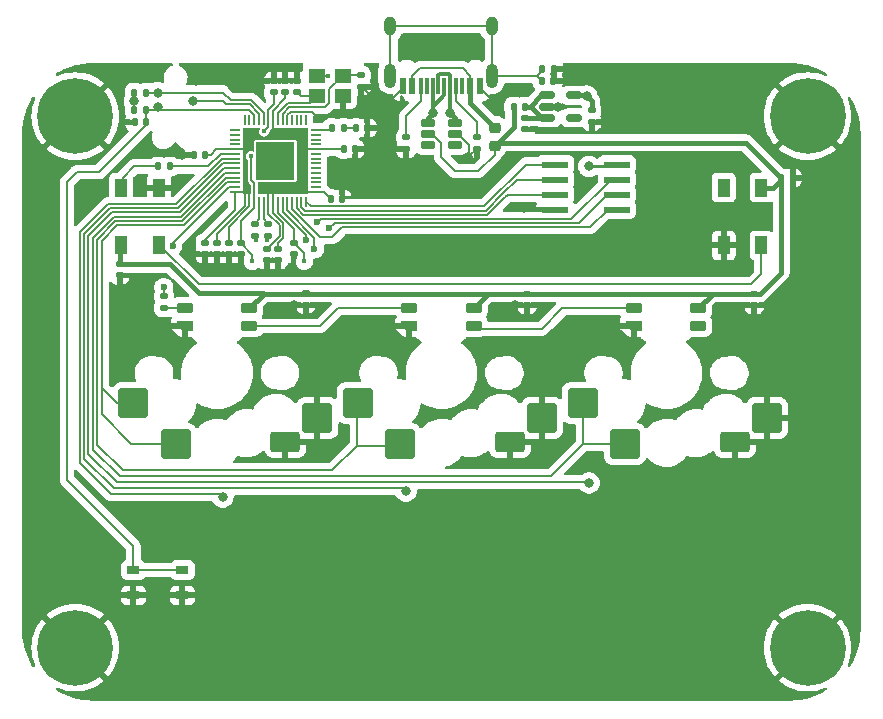
<source format=gbr>
%TF.GenerationSoftware,KiCad,Pcbnew,6.0.9+dfsg-1*%
%TF.CreationDate,2022-11-21T00:59:09-08:00*%
%TF.ProjectId,muon,6d756f6e-2e6b-4696-9361-645f70636258,v0.6*%
%TF.SameCoordinates,Original*%
%TF.FileFunction,Copper,L1,Top*%
%TF.FilePolarity,Positive*%
%FSLAX45Y45*%
G04 Gerber Fmt 4.5, Leading zero omitted, Abs format (unit mm)*
G04 Created by KiCad (PCBNEW 6.0.9+dfsg-1) date 2022-11-21 00:59:09*
%MOMM*%
%LPD*%
G01*
G04 APERTURE LIST*
G04 Aperture macros list*
%AMRoundRect*
0 Rectangle with rounded corners*
0 $1 Rounding radius*
0 $2 $3 $4 $5 $6 $7 $8 $9 X,Y pos of 4 corners*
0 Add a 4 corners polygon primitive as box body*
4,1,4,$2,$3,$4,$5,$6,$7,$8,$9,$2,$3,0*
0 Add four circle primitives for the rounded corners*
1,1,$1+$1,$2,$3*
1,1,$1+$1,$4,$5*
1,1,$1+$1,$6,$7*
1,1,$1+$1,$8,$9*
0 Add four rect primitives between the rounded corners*
20,1,$1+$1,$2,$3,$4,$5,0*
20,1,$1+$1,$4,$5,$6,$7,0*
20,1,$1+$1,$6,$7,$8,$9,0*
20,1,$1+$1,$8,$9,$2,$3,0*%
%AMFreePoly0*
4,1,18,-0.410000,0.265000,0.000000,0.675000,0.328000,0.675000,0.359380,0.668758,0.385983,0.650983,0.403758,0.624380,0.410000,0.593000,0.410000,-0.593000,0.403758,-0.624380,0.385983,-0.650983,0.359380,-0.668758,0.328000,-0.675000,-0.328000,-0.675000,-0.359380,-0.668758,-0.385983,-0.650983,-0.403758,-0.624380,-0.410000,-0.593000,-0.410000,0.265000,-0.410000,0.265000,$1*%
G04 Aperture macros list end*
%TA.AperFunction,SMDPad,CuDef*%
%ADD10RoundRect,0.147500X0.147500X0.172500X-0.147500X0.172500X-0.147500X-0.172500X0.147500X-0.172500X0*%
%TD*%
%TA.AperFunction,SMDPad,CuDef*%
%ADD11RoundRect,0.140000X-0.170000X0.140000X-0.170000X-0.140000X0.170000X-0.140000X0.170000X0.140000X0*%
%TD*%
%TA.AperFunction,SMDPad,CuDef*%
%ADD12RoundRect,0.135000X0.185000X-0.135000X0.185000X0.135000X-0.185000X0.135000X-0.185000X-0.135000X0*%
%TD*%
%TA.AperFunction,SMDPad,CuDef*%
%ADD13RoundRect,0.140000X0.140000X0.170000X-0.140000X0.170000X-0.140000X-0.170000X0.140000X-0.170000X0*%
%TD*%
%TA.AperFunction,SMDPad,CuDef*%
%ADD14RoundRect,0.082000X0.593000X-0.328000X0.593000X0.328000X-0.593000X0.328000X-0.593000X-0.328000X0*%
%TD*%
%TA.AperFunction,SMDPad,CuDef*%
%ADD15FreePoly0,90.000000*%
%TD*%
%TA.AperFunction,SMDPad,CuDef*%
%ADD16RoundRect,0.140000X0.170000X-0.140000X0.170000X0.140000X-0.170000X0.140000X-0.170000X-0.140000X0*%
%TD*%
%TA.AperFunction,SMDPad,CuDef*%
%ADD17RoundRect,0.135000X-0.185000X0.135000X-0.185000X-0.135000X0.185000X-0.135000X0.185000X0.135000X0*%
%TD*%
%TA.AperFunction,SMDPad,CuDef*%
%ADD18R,1.000000X1.500000*%
%TD*%
%TA.AperFunction,SMDPad,CuDef*%
%ADD19R,0.600000X1.450000*%
%TD*%
%TA.AperFunction,SMDPad,CuDef*%
%ADD20R,0.300000X1.450000*%
%TD*%
%TA.AperFunction,ComponentPad*%
%ADD21O,1.000000X2.100000*%
%TD*%
%TA.AperFunction,ComponentPad*%
%ADD22O,1.000000X1.600000*%
%TD*%
%TA.AperFunction,SMDPad,CuDef*%
%ADD23RoundRect,0.150000X-0.512500X-0.150000X0.512500X-0.150000X0.512500X0.150000X-0.512500X0.150000X0*%
%TD*%
%TA.AperFunction,SMDPad,CuDef*%
%ADD24R,2.200000X0.600000*%
%TD*%
%TA.AperFunction,SMDPad,CuDef*%
%ADD25RoundRect,0.135000X0.135000X0.185000X-0.135000X0.185000X-0.135000X-0.185000X0.135000X-0.185000X0*%
%TD*%
%TA.AperFunction,SMDPad,CuDef*%
%ADD26R,1.050000X0.650000*%
%TD*%
%TA.AperFunction,SMDPad,CuDef*%
%ADD27RoundRect,0.218750X-0.256250X0.218750X-0.256250X-0.218750X0.256250X-0.218750X0.256250X0.218750X0*%
%TD*%
%TA.AperFunction,ComponentPad*%
%ADD28C,6.400000*%
%TD*%
%TA.AperFunction,SMDPad,CuDef*%
%ADD29RoundRect,0.135000X-0.135000X-0.185000X0.135000X-0.185000X0.135000X0.185000X-0.135000X0.185000X0*%
%TD*%
%TA.AperFunction,SMDPad,CuDef*%
%ADD30R,1.400000X1.200000*%
%TD*%
%TA.AperFunction,SMDPad,CuDef*%
%ADD31RoundRect,0.140000X-0.140000X-0.170000X0.140000X-0.170000X0.140000X0.170000X-0.140000X0.170000X0*%
%TD*%
%TA.AperFunction,SMDPad,CuDef*%
%ADD32RoundRect,0.050000X0.387500X0.050000X-0.387500X0.050000X-0.387500X-0.050000X0.387500X-0.050000X0*%
%TD*%
%TA.AperFunction,SMDPad,CuDef*%
%ADD33RoundRect,0.050000X0.050000X0.387500X-0.050000X0.387500X-0.050000X-0.387500X0.050000X-0.387500X0*%
%TD*%
%TA.AperFunction,SMDPad,CuDef*%
%ADD34R,3.200000X3.200000*%
%TD*%
%TA.AperFunction,SMDPad,CuDef*%
%ADD35RoundRect,0.150000X0.475000X0.150000X-0.475000X0.150000X-0.475000X-0.150000X0.475000X-0.150000X0*%
%TD*%
%TA.AperFunction,SMDPad,CuDef*%
%ADD36RoundRect,0.250000X-1.025000X-1.000000X1.025000X-1.000000X1.025000X1.000000X-1.025000X1.000000X0*%
%TD*%
%TA.AperFunction,SMDPad,CuDef*%
%ADD37RoundRect,0.250000X-1.000000X-0.625000X1.000000X-0.625000X1.000000X0.625000X-1.000000X0.625000X0*%
%TD*%
%TA.AperFunction,ViaPad*%
%ADD38C,0.800000*%
%TD*%
%TA.AperFunction,ViaPad*%
%ADD39C,0.450000*%
%TD*%
%TA.AperFunction,ViaPad*%
%ADD40C,0.600000*%
%TD*%
%TA.AperFunction,Conductor*%
%ADD41C,0.200000*%
%TD*%
%TA.AperFunction,Conductor*%
%ADD42C,0.400000*%
%TD*%
%TA.AperFunction,Conductor*%
%ADD43C,0.150000*%
%TD*%
%TA.AperFunction,Conductor*%
%ADD44C,0.250000*%
%TD*%
%TA.AperFunction,Conductor*%
%ADD45C,0.300000*%
%TD*%
G04 APERTURE END LIST*
D10*
%TO.P,F1,1*%
%TO.N,+5V*%
X16059750Y-5920000D03*
%TO.P,F1,2*%
%TO.N,/5V_LED*%
X15962750Y-5920000D03*
%TD*%
D11*
%TO.P,C16,1*%
%TO.N,+3V3*%
X13450000Y-7072000D03*
%TO.P,C16,2*%
%TO.N,GND*%
X13450000Y-7168000D03*
%TD*%
D12*
%TO.P,R3,1*%
%TO.N,GND*%
X15050000Y-6281000D03*
%TO.P,R3,2*%
%TO.N,Net-(J2-PadB5)*%
X15050000Y-6179000D03*
%TD*%
D11*
%TO.P,C1,1*%
%TO.N,GND*%
X14130000Y-5702000D03*
%TO.P,C1,2*%
%TO.N,/XOUT*%
X14130000Y-5798000D03*
%TD*%
%TO.P,C17,1*%
%TO.N,+3V3*%
X13970000Y-7122000D03*
%TO.P,C17,2*%
%TO.N,GND*%
X13970000Y-7218000D03*
%TD*%
D13*
%TO.P,C14,1*%
%TO.N,+3V3*%
X13348000Y-6325000D03*
%TO.P,C14,2*%
%TO.N,GND*%
X13252000Y-6325000D03*
%TD*%
D14*
%TO.P,LED2,1,VDD*%
%TO.N,/5V_LED*%
X15622500Y-7625000D03*
%TO.P,LED2,2,DOUT*%
%TO.N,Net-(LED2-Pad2)*%
X15622500Y-7775000D03*
%TO.P,LED2,3,DIN*%
%TO.N,Net-(LED1-Pad2)*%
X15077500Y-7625000D03*
D15*
%TO.P,LED2,4,VSS*%
%TO.N,GND*%
X15077500Y-7775000D03*
%TD*%
D16*
%TO.P,C13,1*%
%TO.N,+3V3*%
X14030000Y-5798000D03*
%TO.P,C13,2*%
%TO.N,GND*%
X14030000Y-5702000D03*
%TD*%
D11*
%TO.P,C18,1*%
%TO.N,+3V3*%
X13870000Y-7122000D03*
%TO.P,C18,2*%
%TO.N,GND*%
X13870000Y-7218000D03*
%TD*%
D13*
%TO.P,C21,1*%
%TO.N,/~{RESET}*%
X12848000Y-6050000D03*
%TO.P,C21,2*%
%TO.N,GND*%
X12752000Y-6050000D03*
%TD*%
D17*
%TO.P,R7,1*%
%TO.N,Net-(R7-Pad1)*%
X13880000Y-6909000D03*
%TO.P,R7,2*%
%TO.N,/D+*%
X13880000Y-7011000D03*
%TD*%
D11*
%TO.P,C6,1*%
%TO.N,/5V_LED*%
X14200000Y-7500000D03*
%TO.P,C6,2*%
%TO.N,GND*%
X14200000Y-7596000D03*
%TD*%
D18*
%TO.P,D2,1,VDD*%
%TO.N,/5V_LED*%
X18060000Y-6605000D03*
%TO.P,D2,2,DOUT*%
%TO.N,unconnected-(D2-Pad2)*%
X17740000Y-6605000D03*
%TO.P,D2,3,VSS*%
%TO.N,GND*%
X17740000Y-7095000D03*
%TO.P,D2,4,DIN*%
%TO.N,Net-(D1-Pad2)*%
X18060000Y-7095000D03*
%TD*%
D19*
%TO.P,J2,A1,GND*%
%TO.N,GND*%
X15675000Y-5748500D03*
%TO.P,J2,A4,VBUS*%
%TO.N,/VBUS_*%
X15595000Y-5748500D03*
D20*
%TO.P,J2,A5,CC1*%
%TO.N,Net-(J2-PadA5)*%
X15475000Y-5748500D03*
%TO.P,J2,A6,D+*%
%TO.N,/D+*%
X15375000Y-5748500D03*
%TO.P,J2,A7,D-*%
%TO.N,/D-*%
X15325000Y-5748500D03*
%TO.P,J2,A8,SBU1*%
%TO.N,unconnected-(J2-PadA8)*%
X15225000Y-5748500D03*
D19*
%TO.P,J2,A9,VBUS*%
%TO.N,/VBUS_*%
X15105000Y-5748500D03*
%TO.P,J2,A12,GND*%
%TO.N,GND*%
X15025000Y-5748500D03*
%TO.P,J2,B1,GND*%
X15025000Y-5748500D03*
%TO.P,J2,B4,VBUS*%
%TO.N,/VBUS_*%
X15105000Y-5748500D03*
D20*
%TO.P,J2,B5,CC2*%
%TO.N,Net-(J2-PadB5)*%
X15175000Y-5748500D03*
%TO.P,J2,B6,D+*%
%TO.N,/D+*%
X15275000Y-5748500D03*
%TO.P,J2,B7,D-*%
%TO.N,/D-*%
X15425000Y-5748500D03*
%TO.P,J2,B8,SBU2*%
%TO.N,unconnected-(J2-PadB8)*%
X15525000Y-5748500D03*
D19*
%TO.P,J2,B9,VBUS*%
%TO.N,/VBUS_*%
X15595000Y-5748500D03*
%TO.P,J2,B12,GND*%
%TO.N,GND*%
X15675000Y-5748500D03*
D21*
%TO.P,J2,S1,SHIELD*%
%TO.N,Net-(C23-Pad2)*%
X15782000Y-5657000D03*
X14918000Y-5657000D03*
D22*
X14918000Y-5239000D03*
X15782000Y-5239000D03*
%TD*%
D10*
%TO.P,D3,1,K*%
%TO.N,GND*%
X14722000Y-6100000D03*
%TO.P,D3,2,A*%
%TO.N,Net-(D3-Pad2)*%
X14625000Y-6100000D03*
%TD*%
D23*
%TO.P,U2,1,VIN*%
%TO.N,+5V*%
X16247500Y-5825000D03*
%TO.P,U2,2,GND*%
%TO.N,GND*%
X16247500Y-5920000D03*
%TO.P,U2,3,EN*%
%TO.N,+5V*%
X16247500Y-6015000D03*
%TO.P,U2,4,NC*%
%TO.N,unconnected-(U2-Pad4)*%
X16475000Y-6015000D03*
%TO.P,U2,5,VOUT*%
%TO.N,+3V3*%
X16475000Y-5825000D03*
%TD*%
D11*
%TO.P,C12,1*%
%TO.N,+1V1*%
X13650000Y-7072000D03*
%TO.P,C12,2*%
%TO.N,GND*%
X13650000Y-7168000D03*
%TD*%
D13*
%TO.P,C23,1*%
%TO.N,GND*%
X16298000Y-5700000D03*
%TO.P,C23,2*%
%TO.N,Net-(C23-Pad2)*%
X16202000Y-5700000D03*
%TD*%
D24*
%TO.P,U4,1,~{CS}*%
%TO.N,/QSPI_CS*%
X16315000Y-6409500D03*
%TO.P,U4,2,DO(IO1)*%
%TO.N,/QSPI_1*%
X16315000Y-6536500D03*
%TO.P,U4,3,IO2*%
%TO.N,/QSPI_2*%
X16315000Y-6663500D03*
%TO.P,U4,4,GND*%
%TO.N,GND*%
X16315000Y-6790500D03*
%TO.P,U4,5,DI(IO0)*%
%TO.N,/QSPI_0*%
X16835000Y-6790500D03*
%TO.P,U4,6,CLK*%
%TO.N,/QSPI_CLK*%
X16835000Y-6663500D03*
%TO.P,U4,7,IO3*%
%TO.N,/QSPI_3*%
X16835000Y-6536500D03*
%TO.P,U4,8,VCC*%
%TO.N,+3V3*%
X16835000Y-6409500D03*
%TD*%
D25*
%TO.P,R9,1*%
%TO.N,Net-(D3-Pad2)*%
X14524500Y-6100000D03*
%TO.P,R9,2*%
%TO.N,/STATUS*%
X14422500Y-6100000D03*
%TD*%
D26*
%TO.P,SW3,1,1*%
%TO.N,/~{RESET}*%
X13157500Y-9842500D03*
X12742500Y-9842500D03*
%TO.P,SW3,2,2*%
%TO.N,GND*%
X12742500Y-10057500D03*
X13157500Y-10057500D03*
%TD*%
D12*
%TO.P,R4,1*%
%TO.N,GND*%
X15650000Y-6276000D03*
%TO.P,R4,2*%
%TO.N,Net-(J2-PadA5)*%
X15650000Y-6174000D03*
%TD*%
D27*
%TO.P,FB1,1*%
%TO.N,/VBUS_*%
X15800000Y-6096250D03*
%TO.P,FB1,2*%
%TO.N,/5V_LED*%
X15800000Y-6253750D03*
%TD*%
D17*
%TO.P,R6,1*%
%TO.N,Net-(R6-Pad1)*%
X13770000Y-6909000D03*
%TO.P,R6,2*%
%TO.N,/D-*%
X13770000Y-7011000D03*
%TD*%
D28*
%TO.P,,1*%
%TO.N,GND*%
X12250000Y-6000000D03*
%TD*%
D11*
%TO.P,C11,1*%
%TO.N,+1V1*%
X14100000Y-7072000D03*
%TO.P,C11,2*%
%TO.N,GND*%
X14100000Y-7168000D03*
%TD*%
D28*
%TO.P,,1*%
%TO.N,GND*%
X18450000Y-6000000D03*
%TD*%
D14*
%TO.P,LED1,1,VDD*%
%TO.N,/5V_LED*%
X13722500Y-7625000D03*
%TO.P,LED1,2,DOUT*%
%TO.N,Net-(LED1-Pad2)*%
X13722500Y-7775000D03*
%TO.P,LED1,3,DIN*%
%TO.N,Net-(LED1-Pad3)*%
X13177500Y-7625000D03*
D15*
%TO.P,LED1,4,VSS*%
%TO.N,GND*%
X13177500Y-7775000D03*
%TD*%
D13*
%TO.P,C4,1*%
%TO.N,GND*%
X14618000Y-6280000D03*
%TO.P,C4,2*%
%TO.N,+3V3*%
X14522000Y-6280000D03*
%TD*%
D11*
%TO.P,C15,1*%
%TO.N,+3V3*%
X13350000Y-7072000D03*
%TO.P,C15,2*%
%TO.N,GND*%
X13350000Y-7168000D03*
%TD*%
D29*
%TO.P,R1,1*%
%TO.N,+3V3*%
X12749000Y-5800000D03*
%TO.P,R1,2*%
%TO.N,/SWCLK*%
X12851000Y-5800000D03*
%TD*%
D28*
%TO.P,,1*%
%TO.N,GND*%
X18450000Y-10500000D03*
%TD*%
D11*
%TO.P,C2,1*%
%TO.N,+5V*%
X16061250Y-6012000D03*
%TO.P,C2,2*%
%TO.N,GND*%
X16061250Y-6108000D03*
%TD*%
D18*
%TO.P,D1,1,VDD*%
%TO.N,/5V_LED*%
X12640000Y-7095000D03*
%TO.P,D1,2,DOUT*%
%TO.N,Net-(D1-Pad2)*%
X12960000Y-7095000D03*
%TO.P,D1,3,VSS*%
%TO.N,GND*%
X12960000Y-6605000D03*
%TO.P,D1,4,DIN*%
%TO.N,Net-(D1-Pad4)*%
X12640000Y-6605000D03*
%TD*%
D11*
%TO.P,C7,1*%
%TO.N,/5V_LED*%
X12625000Y-7252000D03*
%TO.P,C7,2*%
%TO.N,GND*%
X12625000Y-7348000D03*
%TD*%
D16*
%TO.P,C10,1*%
%TO.N,+1V1*%
X13930000Y-5798000D03*
%TO.P,C10,2*%
%TO.N,GND*%
X13930000Y-5702000D03*
%TD*%
D11*
%TO.P,C20,1*%
%TO.N,+3V3*%
X13550000Y-7072000D03*
%TO.P,C20,2*%
%TO.N,GND*%
X13550000Y-7168000D03*
%TD*%
D25*
%TO.P,R8,1*%
%TO.N,/~{RESET}*%
X12851000Y-5950000D03*
%TO.P,R8,2*%
%TO.N,+3V3*%
X12749000Y-5950000D03*
%TD*%
D28*
%TO.P,,1*%
%TO.N,GND*%
X12250000Y-10500000D03*
%TD*%
D25*
%TO.P,R10,1*%
%TO.N,GND*%
X16300000Y-5600000D03*
%TO.P,R10,2*%
%TO.N,Net-(C23-Pad2)*%
X16198000Y-5600000D03*
%TD*%
D30*
%TO.P,Y1,1,1*%
%TO.N,/XOUT*%
X14294951Y-5826251D03*
%TO.P,Y1,2,2*%
%TO.N,GND*%
X14514951Y-5826251D03*
%TO.P,Y1,3,3*%
%TO.N,/XIN*%
X14514951Y-5656251D03*
%TO.P,Y1,4,4*%
%TO.N,GND*%
X14294951Y-5656251D03*
%TD*%
D31*
%TO.P,C19,1*%
%TO.N,+3V3*%
X14412000Y-6700000D03*
%TO.P,C19,2*%
%TO.N,GND*%
X14508000Y-6700000D03*
%TD*%
D16*
%TO.P,C5,1*%
%TO.N,GND*%
X14669951Y-5749251D03*
%TO.P,C5,2*%
%TO.N,/XIN*%
X14669951Y-5653251D03*
%TD*%
D11*
%TO.P,C8,1*%
%TO.N,/5V_LED*%
X18000000Y-7502000D03*
%TO.P,C8,2*%
%TO.N,GND*%
X18000000Y-7598000D03*
%TD*%
D14*
%TO.P,LED3,1,VDD*%
%TO.N,/5V_LED*%
X17522500Y-7625000D03*
%TO.P,LED3,2,DOUT*%
%TO.N,unconnected-(LED3-Pad2)*%
X17522500Y-7775000D03*
%TO.P,LED3,3,DIN*%
%TO.N,Net-(LED2-Pad2)*%
X16977500Y-7625000D03*
D15*
%TO.P,LED3,4,VSS*%
%TO.N,GND*%
X16977500Y-7775000D03*
%TD*%
D31*
%TO.P,C9,1*%
%TO.N,/5V_LED*%
X18227000Y-6525000D03*
%TO.P,C9,2*%
%TO.N,GND*%
X18323000Y-6525000D03*
%TD*%
D11*
%TO.P,C3,1*%
%TO.N,+3V3*%
X16621250Y-5952000D03*
%TO.P,C3,2*%
%TO.N,GND*%
X16621250Y-6048000D03*
%TD*%
D17*
%TO.P,R2,1*%
%TO.N,/KEYGLOW*%
X13000000Y-7524000D03*
%TO.P,R2,2*%
%TO.N,Net-(LED1-Pad3)*%
X13000000Y-7626000D03*
%TD*%
D32*
%TO.P,U3,1,IOVDD*%
%TO.N,+3V3*%
X14288750Y-6640000D03*
%TO.P,U3,2,GPIO0*%
%TO.N,unconnected-(U3-Pad2)*%
X14288750Y-6600000D03*
%TO.P,U3,3,GPIO1*%
%TO.N,unconnected-(U3-Pad3)*%
X14288750Y-6560000D03*
%TO.P,U3,4,GPIO2*%
%TO.N,unconnected-(U3-Pad4)*%
X14288750Y-6520000D03*
%TO.P,U3,5,GPIO3*%
%TO.N,unconnected-(U3-Pad5)*%
X14288750Y-6480000D03*
%TO.P,U3,6,GPIO4*%
%TO.N,unconnected-(U3-Pad6)*%
X14288750Y-6440000D03*
%TO.P,U3,7,GPIO5*%
%TO.N,unconnected-(U3-Pad7)*%
X14288750Y-6400000D03*
%TO.P,U3,8,GPIO6*%
%TO.N,unconnected-(U3-Pad8)*%
X14288750Y-6360000D03*
%TO.P,U3,9,GPIO7*%
%TO.N,unconnected-(U3-Pad9)*%
X14288750Y-6320000D03*
%TO.P,U3,10,IOVDD*%
%TO.N,+3V3*%
X14288750Y-6280000D03*
%TO.P,U3,11,GPIO8*%
%TO.N,unconnected-(U3-Pad11)*%
X14288750Y-6240000D03*
%TO.P,U3,12,GPIO9*%
%TO.N,unconnected-(U3-Pad12)*%
X14288750Y-6200000D03*
%TO.P,U3,13,GPIO10*%
%TO.N,unconnected-(U3-Pad13)*%
X14288750Y-6160000D03*
%TO.P,U3,14,GPIO11*%
%TO.N,/STATUS*%
X14288750Y-6120000D03*
D33*
%TO.P,U3,15,GPIO12*%
%TO.N,unconnected-(U3-Pad15)*%
X14205000Y-6036250D03*
%TO.P,U3,16,GPIO13*%
%TO.N,unconnected-(U3-Pad16)*%
X14165000Y-6036250D03*
%TO.P,U3,17,GPIO14*%
%TO.N,unconnected-(U3-Pad17)*%
X14125000Y-6036250D03*
%TO.P,U3,18,GPIO15*%
%TO.N,unconnected-(U3-Pad18)*%
X14085000Y-6036250D03*
%TO.P,U3,19,TESTEN*%
%TO.N,GND*%
X14045000Y-6036250D03*
%TO.P,U3,20,XIN*%
%TO.N,/XIN*%
X14005000Y-6036250D03*
%TO.P,U3,21,XOUT*%
%TO.N,/XOUT*%
X13965000Y-6036250D03*
%TO.P,U3,22,IOVDD*%
%TO.N,+3V3*%
X13925000Y-6036250D03*
%TO.P,U3,23,DVDD*%
%TO.N,+1V1*%
X13885000Y-6036250D03*
%TO.P,U3,24,SWCLK*%
%TO.N,/SWCLK*%
X13845000Y-6036250D03*
%TO.P,U3,25,SWD*%
%TO.N,/SWD*%
X13805000Y-6036250D03*
%TO.P,U3,26,RUN*%
%TO.N,/~{RESET}*%
X13765000Y-6036250D03*
%TO.P,U3,27,GPIO16*%
%TO.N,unconnected-(U3-Pad27)*%
X13725000Y-6036250D03*
%TO.P,U3,28,GPIO17*%
%TO.N,unconnected-(U3-Pad28)*%
X13685000Y-6036250D03*
D32*
%TO.P,U3,29,GPIO18*%
%TO.N,unconnected-(U3-Pad29)*%
X13601250Y-6120000D03*
%TO.P,U3,30,GPIO19*%
%TO.N,unconnected-(U3-Pad30)*%
X13601250Y-6160000D03*
%TO.P,U3,31,GPIO20*%
%TO.N,unconnected-(U3-Pad31)*%
X13601250Y-6200000D03*
%TO.P,U3,32,GPIO21*%
%TO.N,unconnected-(U3-Pad32)*%
X13601250Y-6240000D03*
%TO.P,U3,33,IOVDD*%
%TO.N,+3V3*%
X13601250Y-6280000D03*
%TO.P,U3,34,GPIO22*%
%TO.N,/UNDERGLOW*%
X13601250Y-6320000D03*
%TO.P,U3,35,GPIO23*%
%TO.N,/FN1*%
X13601250Y-6360000D03*
%TO.P,U3,36,GPIO24*%
%TO.N,/FN2*%
X13601250Y-6400000D03*
%TO.P,U3,37,GPIO25*%
%TO.N,/FN3*%
X13601250Y-6440000D03*
%TO.P,U3,38,GPIO26/ADC0*%
%TO.N,/SW3*%
X13601250Y-6480000D03*
%TO.P,U3,39,GPIO27/ADC1*%
%TO.N,/SW2*%
X13601250Y-6520000D03*
%TO.P,U3,40,GPIO28/ADC2*%
%TO.N,/SW1*%
X13601250Y-6560000D03*
%TO.P,U3,41,GPIO29/ADC3*%
%TO.N,/KEYGLOW*%
X13601250Y-6600000D03*
%TO.P,U3,42,IOVDD*%
%TO.N,+3V3*%
X13601250Y-6640000D03*
D33*
%TO.P,U3,43,ADC_AVDD*%
X13685000Y-6723750D03*
%TO.P,U3,44,VREG_VIN*%
X13725000Y-6723750D03*
%TO.P,U3,45,VREG_VOUT*%
%TO.N,+1V1*%
X13765000Y-6723750D03*
%TO.P,U3,46,USB_DM*%
%TO.N,Net-(R6-Pad1)*%
X13805000Y-6723750D03*
%TO.P,U3,47,USB_DP*%
%TO.N,Net-(R7-Pad1)*%
X13845000Y-6723750D03*
%TO.P,U3,48,USB_VDD*%
%TO.N,+3V3*%
X13885000Y-6723750D03*
%TO.P,U3,49,IOVDD*%
X13925000Y-6723750D03*
%TO.P,U3,50,DVDD*%
%TO.N,+1V1*%
X13965000Y-6723750D03*
%TO.P,U3,51,QSPI_SD3*%
%TO.N,/QSPI_3*%
X14005000Y-6723750D03*
%TO.P,U3,52,QSPI_SCLK*%
%TO.N,/QSPI_CLK*%
X14045000Y-6723750D03*
%TO.P,U3,53,QSPI_SD0*%
%TO.N,/QSPI_0*%
X14085000Y-6723750D03*
%TO.P,U3,54,QSPI_SD2*%
%TO.N,/QSPI_2*%
X14125000Y-6723750D03*
%TO.P,U3,55,QSPI_SD1*%
%TO.N,/QSPI_1*%
X14165000Y-6723750D03*
%TO.P,U3,56,QSPI_CSn*%
%TO.N,/QSPI_CS*%
X14205000Y-6723750D03*
D34*
%TO.P,U3,57,GND*%
%TO.N,GND*%
X13945000Y-6380000D03*
%TD*%
D11*
%TO.P,C22,1*%
%TO.N,/5V_LED*%
X16075000Y-7502000D03*
%TO.P,C22,2*%
%TO.N,GND*%
X16075000Y-7598000D03*
%TD*%
D25*
%TO.P,R5,1*%
%TO.N,/UNDERGLOW*%
X13051000Y-6425000D03*
%TO.P,R5,2*%
%TO.N,Net-(D1-Pad4)*%
X12949000Y-6425000D03*
%TD*%
D35*
%TO.P,U1,1,IO1*%
%TO.N,unconnected-(U1-Pad1)*%
X15467500Y-6245000D03*
%TO.P,U1,2,VN*%
%TO.N,GND*%
X15467500Y-6150000D03*
%TO.P,U1,3,IO2*%
%TO.N,/D-*%
X15467500Y-6055000D03*
%TO.P,U1,4,IO3*%
%TO.N,/D+*%
X15232500Y-6055000D03*
%TO.P,U1,5,VP*%
%TO.N,/5V_LED*%
X15232500Y-6150000D03*
%TO.P,U1,6,IO4*%
%TO.N,unconnected-(U1-Pad6)*%
X15232500Y-6245000D03*
%TD*%
D36*
%TO.P,SW2,1,1*%
%TO.N,/SW2*%
X15000000Y-8775000D03*
X14641500Y-8429000D03*
D37*
%TO.P,SW2,2,2*%
%TO.N,GND*%
X15930000Y-8755000D03*
D36*
X16200000Y-8555000D03*
%TD*%
%TO.P,SW7,1,1*%
%TO.N,/SW3*%
X16905000Y-8775000D03*
X16546500Y-8429000D03*
D37*
%TO.P,SW7,2,2*%
%TO.N,GND*%
X17835000Y-8755000D03*
D36*
X18105000Y-8555000D03*
%TD*%
%TO.P,SW1,1,1*%
%TO.N,/SW1*%
X12741500Y-8429000D03*
X13100000Y-8775000D03*
D37*
%TO.P,SW1,2,2*%
%TO.N,GND*%
X14030000Y-8755000D03*
D36*
X14300000Y-8555000D03*
%TD*%
D38*
%TO.N,+3V3*%
X16600000Y-6425000D03*
X16581250Y-5830000D03*
X14170000Y-6605000D03*
X12750000Y-5875000D03*
%TO.N,/SWCLK*%
X12950000Y-5800000D03*
%TO.N,GND*%
X16150000Y-10125000D03*
X13100000Y-6575000D03*
X15975000Y-7600000D03*
X14100000Y-7600000D03*
X18400000Y-8175000D03*
D39*
X14520000Y-5950000D03*
D38*
X16825000Y-7775000D03*
X14900000Y-7775000D03*
X16700000Y-7125000D03*
X14870000Y-7125000D03*
X16000000Y-5775000D03*
X16050000Y-6775000D03*
X13775000Y-5700000D03*
D39*
X14389951Y-5661251D03*
D38*
X13850000Y-6380000D03*
X14575000Y-10125000D03*
X14800000Y-6350000D03*
X13025000Y-7775000D03*
X13940000Y-6260000D03*
X13150000Y-6325000D03*
X15350000Y-5345000D03*
X15715000Y-7125000D03*
X15575000Y-6350000D03*
X17850000Y-7275000D03*
X16341250Y-5920000D03*
X13275000Y-5700000D03*
%TO.N,/D+*%
X15275000Y-5970050D03*
D39*
X13870000Y-7050000D03*
%TO.N,/D-*%
X13780000Y-7050000D03*
D38*
X15425000Y-5970050D03*
D40*
%TO.N,/QSPI_3*%
X14300000Y-6900000D03*
X14200000Y-7050000D03*
%TO.N,/QSPI_CLK*%
X14275000Y-7125000D03*
X14400000Y-6950000D03*
D39*
%TO.N,+1V1*%
X13850000Y-6130000D03*
X13740000Y-6340000D03*
X14190000Y-7230000D03*
X13750000Y-7230000D03*
D40*
%TO.N,/KEYGLOW*%
X13000000Y-7450000D03*
X13075000Y-7100000D03*
D38*
%TO.N,/SWD*%
X13250000Y-5875000D03*
%TO.N,/~{RESET}*%
X12950000Y-5925000D03*
%TO.N,/FN1*%
X13500000Y-9225000D03*
%TO.N,/FN2*%
X15050000Y-9175000D03*
%TO.N,/FN3*%
X16600000Y-9105000D03*
%TD*%
D41*
%TO.N,+3V3*%
X13550000Y-6940000D02*
X13725000Y-6765000D01*
X13725000Y-6723750D02*
X13725000Y-6650000D01*
X13450000Y-7072000D02*
X13450000Y-7000000D01*
D42*
X16576250Y-5825000D02*
X16475000Y-5825000D01*
D41*
X14288750Y-6280000D02*
X14522000Y-6280000D01*
D43*
X13980000Y-7012000D02*
X13980000Y-6920000D01*
X13925000Y-6822900D02*
X14010000Y-6907900D01*
D41*
X13601250Y-6280000D02*
X13680000Y-6280000D01*
X13400000Y-6325000D02*
X13348000Y-6325000D01*
X13601250Y-6280000D02*
X13445000Y-6280000D01*
D43*
X14010000Y-6907900D02*
X14010000Y-7030000D01*
D41*
X13885000Y-6723750D02*
X13885000Y-6645000D01*
X13685000Y-6723750D02*
X13685000Y-6650000D01*
D43*
X13970000Y-7070000D02*
X13970000Y-7122000D01*
X13925000Y-6723750D02*
X13925000Y-6822900D01*
D41*
X13350000Y-7050000D02*
X13601250Y-6798750D01*
X13601250Y-6798750D02*
X13601250Y-6640000D01*
D43*
X13980000Y-6920000D02*
X13885000Y-6825000D01*
D44*
X16600000Y-6425000D02*
X16819500Y-6425000D01*
D41*
X14352000Y-6640000D02*
X14288750Y-6640000D01*
X13925000Y-6036250D02*
X13925000Y-5955000D01*
X13445000Y-6280000D02*
X13400000Y-6325000D01*
X13925000Y-6036250D02*
X13925000Y-6105000D01*
D43*
X14010000Y-7030000D02*
X13970000Y-7070000D01*
D42*
X16621250Y-5952000D02*
X16621250Y-5870000D01*
D44*
X16819500Y-6425000D02*
X16835000Y-6409500D01*
D41*
X14288750Y-6280000D02*
X14170000Y-6280000D01*
X13601250Y-6640000D02*
X13680000Y-6640000D01*
X13925000Y-6723750D02*
X13925000Y-6645000D01*
X12749000Y-5876000D02*
X12750000Y-5875000D01*
X13925000Y-5955000D02*
X14030000Y-5850000D01*
D42*
X16621250Y-5870000D02*
X16576250Y-5825000D01*
D41*
X13550000Y-7072000D02*
X13550000Y-6940000D01*
D43*
X13870000Y-7122000D02*
X13980000Y-7012000D01*
D41*
X12749000Y-5800000D02*
X12749000Y-5874000D01*
X12749000Y-5874000D02*
X12750000Y-5875000D01*
X14288750Y-6640000D02*
X14210000Y-6640000D01*
X12749000Y-5950000D02*
X12749000Y-5876000D01*
X13685000Y-6765000D02*
X13685000Y-6723750D01*
X14412000Y-6700000D02*
X14352000Y-6640000D01*
X14030000Y-5850000D02*
X14030000Y-5798000D01*
D43*
X13885000Y-6825000D02*
X13885000Y-6723750D01*
D41*
X13450000Y-7000000D02*
X13685000Y-6765000D01*
X13350000Y-7072000D02*
X13350000Y-7050000D01*
X13725000Y-6765000D02*
X13725000Y-6723750D01*
%TO.N,/SWCLK*%
X13565048Y-5865048D02*
X13500000Y-5800000D01*
X13500000Y-5800000D02*
X12851000Y-5800000D01*
X13740048Y-5865048D02*
X13565048Y-5865048D01*
X13845000Y-6036250D02*
X13845000Y-5970000D01*
X13845000Y-5970000D02*
X13740048Y-5865048D01*
%TO.N,/SW1*%
X12604000Y-8429000D02*
X12741500Y-8429000D01*
X12603955Y-6925000D02*
X12475000Y-7053955D01*
X12475000Y-7053955D02*
X12475000Y-8300000D01*
X12475000Y-8525000D02*
X12475000Y-8300000D01*
X12475000Y-8300000D02*
X12604000Y-8429000D01*
X13172148Y-6925000D02*
X12603955Y-6925000D01*
X13100000Y-8775000D02*
X12725000Y-8775000D01*
X12725000Y-8775000D02*
X12475000Y-8525000D01*
X13537148Y-6560000D02*
X13172148Y-6925000D01*
X13601250Y-6560000D02*
X13537148Y-6560000D01*
%TO.N,GND*%
X14072571Y-5962571D02*
X14252571Y-5962571D01*
X15491568Y-6150000D02*
X15467500Y-6150000D01*
X14765000Y-5840750D02*
X14700000Y-5775750D01*
X15025000Y-5765750D02*
X14950000Y-5840750D01*
X15584000Y-6341000D02*
X15585000Y-6341000D01*
X15585000Y-6341000D02*
X15585000Y-6243431D01*
X14950000Y-5840750D02*
X14765000Y-5840750D01*
X14389951Y-5661251D02*
X14384951Y-5656251D01*
X16065500Y-6790500D02*
X16315000Y-6790500D01*
X14384951Y-5656251D02*
X14294951Y-5656251D01*
X15585000Y-6341000D02*
X15650000Y-6276000D01*
X15585000Y-6243431D02*
X15491568Y-6150000D01*
X14045000Y-5990141D02*
X14072571Y-5962571D01*
X15025000Y-5749250D02*
X15025000Y-5765750D01*
X15675000Y-5749250D02*
X15675000Y-5765750D01*
X15675000Y-5765750D02*
X15835000Y-5925750D01*
X16050000Y-6775000D02*
X16065500Y-6790500D01*
X14045000Y-6036250D02*
X14045000Y-5990141D01*
X15575000Y-6350000D02*
X15584000Y-6341000D01*
X14252571Y-5962571D02*
X14300000Y-6010000D01*
%TO.N,/SW2*%
X14635049Y-8789951D02*
X14635049Y-8429000D01*
X13157670Y-6890048D02*
X12589478Y-6890048D01*
X14425000Y-9000000D02*
X14635049Y-8789951D01*
X13527718Y-6520000D02*
X13157670Y-6890048D01*
X13601250Y-6520000D02*
X13527718Y-6520000D01*
X14985049Y-8789951D02*
X15000000Y-8775000D01*
X14635049Y-8789951D02*
X14985049Y-8789951D01*
X12650000Y-9000000D02*
X14425000Y-9000000D01*
X12435000Y-7044526D02*
X12435000Y-8785000D01*
X12435000Y-8785000D02*
X12650000Y-9000000D01*
X12589478Y-6890048D02*
X12435000Y-7044526D01*
%TO.N,/VBUS_*%
X15595000Y-5749250D02*
X15595000Y-5660750D01*
D42*
X15595000Y-5891250D02*
X15800000Y-6096250D01*
D41*
X15105000Y-5660750D02*
X15105000Y-5749250D01*
X15170000Y-5595750D02*
X15105000Y-5660750D01*
X15530000Y-5595750D02*
X15170000Y-5595750D01*
D42*
X15595000Y-5748500D02*
X15595000Y-5891250D01*
D41*
X15595000Y-5660750D02*
X15530000Y-5595750D01*
D42*
%TO.N,+5V*%
X16110607Y-5920000D02*
X16059750Y-5920000D01*
X16061654Y-6015000D02*
X16247500Y-6015000D01*
X16196250Y-5825000D02*
X16247500Y-5825000D01*
X16059750Y-5920000D02*
X16101250Y-5920000D01*
X16101250Y-5920000D02*
X16196250Y-5825000D01*
X16247500Y-6015000D02*
X16205607Y-6015000D01*
X16205607Y-6015000D02*
X16110607Y-5920000D01*
D41*
%TO.N,Net-(J2-PadA5)*%
X15650000Y-6174000D02*
X15650000Y-6050000D01*
X15475000Y-5875000D02*
X15475000Y-5748500D01*
X15650000Y-6050000D02*
X15475000Y-5875000D01*
%TO.N,Net-(J2-PadB5)*%
X15175000Y-5875000D02*
X15050000Y-6000000D01*
X15050000Y-6000000D02*
X15050000Y-6179000D01*
X15175000Y-5749250D02*
X15175000Y-5875000D01*
D42*
%TO.N,/D+*%
X15232500Y-6055000D02*
X15232500Y-6012550D01*
D45*
X15275000Y-5925000D02*
X15375000Y-5825000D01*
X15375000Y-5825000D02*
X15375000Y-5748500D01*
D42*
X15232500Y-6012550D02*
X15275000Y-5970050D01*
D41*
X15275000Y-5970050D02*
X15275000Y-5925000D01*
D45*
X15275000Y-5748500D02*
X15275000Y-5970050D01*
D42*
%TO.N,/D-*%
X15467500Y-6012550D02*
X15425000Y-5970050D01*
X15467500Y-6055000D02*
X15467500Y-6012550D01*
D45*
X15425000Y-5651750D02*
X15425000Y-5749250D01*
X15335000Y-5640750D02*
X15414000Y-5640750D01*
X15414000Y-5640750D02*
X15425000Y-5651750D01*
X15425000Y-5748500D02*
X15425000Y-5970050D01*
X15325000Y-5650750D02*
X15335000Y-5640750D01*
X15325000Y-5749250D02*
X15325000Y-5650750D01*
D41*
%TO.N,/XOUT*%
X14158251Y-5826251D02*
X14294951Y-5826251D01*
X14050031Y-5886251D02*
X14234951Y-5886251D01*
X14234951Y-5886251D02*
X14294951Y-5826251D01*
X13965000Y-5971282D02*
X14050031Y-5886251D01*
X14130000Y-5798000D02*
X14158251Y-5826251D01*
X13965000Y-6036250D02*
X13965000Y-5971282D01*
%TO.N,/XIN*%
X14364951Y-5923847D02*
X14400000Y-5888798D01*
X14517951Y-5653251D02*
X14514951Y-5656251D01*
X14005000Y-5980712D02*
X14061865Y-5923847D01*
X14400000Y-5888798D02*
X14400000Y-5771202D01*
X14061865Y-5923847D02*
X14364951Y-5923847D01*
X14005000Y-6036250D02*
X14005000Y-5980712D01*
X14669951Y-5653251D02*
X14517951Y-5653251D01*
X14400000Y-5771202D02*
X14514951Y-5656251D01*
%TO.N,Net-(D1-Pad2)*%
X13295000Y-7425000D02*
X12970000Y-7100000D01*
X17975000Y-7425000D02*
X13300000Y-7425000D01*
X18060000Y-7095000D02*
X18060000Y-7340000D01*
X18060000Y-7340000D02*
X17975000Y-7425000D01*
%TO.N,Net-(D1-Pad4)*%
X12650000Y-6525000D02*
X12750000Y-6425000D01*
X12750000Y-6425000D02*
X12949000Y-6425000D01*
X12650000Y-6610000D02*
X12650000Y-6525000D01*
%TO.N,Net-(C23-Pad2)*%
X16198000Y-5618000D02*
X16159000Y-5657000D01*
X14918000Y-5657000D02*
X14918000Y-5239000D01*
X15782000Y-5657000D02*
X16159000Y-5657000D01*
X14918000Y-5239000D02*
X15782000Y-5239000D01*
X15782000Y-5239000D02*
X15782000Y-5657000D01*
X16198000Y-5600000D02*
X16198000Y-5618000D01*
X16159000Y-5657000D02*
X16202000Y-5700000D01*
%TO.N,Net-(LED1-Pad3)*%
X13026000Y-7625000D02*
X13025000Y-7626000D01*
X13177500Y-7625000D02*
X13026000Y-7625000D01*
%TO.N,/QSPI_3*%
X16782000Y-6536500D02*
X16835000Y-6536500D01*
X14200000Y-7050000D02*
X14200000Y-7002577D01*
X14005000Y-6807577D02*
X14005000Y-6723750D01*
X14300000Y-6900000D02*
X14330096Y-6869904D01*
X14200000Y-7002577D02*
X14005000Y-6807577D01*
X16450000Y-6868500D02*
X16782000Y-6536500D01*
X14330096Y-6869904D02*
X16450000Y-6869904D01*
%TO.N,/QSPI_CLK*%
X16755000Y-6663500D02*
X16513644Y-6904856D01*
X14445144Y-6904856D02*
X14400000Y-6950000D01*
X16835000Y-6663500D02*
X16755000Y-6663500D01*
X14275000Y-7028147D02*
X14045000Y-6798147D01*
X14045000Y-6798147D02*
X14045000Y-6723750D01*
X16513644Y-6904856D02*
X14445144Y-6904856D01*
X14275000Y-7125000D02*
X14275000Y-7028147D01*
%TO.N,/QSPI_0*%
X14321282Y-7025000D02*
X14425000Y-7025000D01*
X14085000Y-6788717D02*
X14321282Y-7025000D01*
X14425000Y-7025000D02*
X14510192Y-6939808D01*
X14510192Y-6939808D02*
X16610192Y-6939808D01*
X14085000Y-6723750D02*
X14085000Y-6788717D01*
X16759500Y-6790500D02*
X16835000Y-6790500D01*
X16610192Y-6939808D02*
X16759500Y-6790500D01*
%TO.N,/QSPI_2*%
X14180664Y-6834952D02*
X15738907Y-6834952D01*
X14125000Y-6723750D02*
X14125000Y-6779288D01*
X15738907Y-6834952D02*
X15888907Y-6684952D01*
X15889478Y-6684952D02*
X15910930Y-6663500D01*
X14125000Y-6779288D02*
X14180664Y-6834952D01*
X15910930Y-6663500D02*
X16315000Y-6663500D01*
X15888907Y-6684952D02*
X15889478Y-6684952D01*
%TO.N,/QSPI_1*%
X14165000Y-6723750D02*
X14165000Y-6769858D01*
X15724430Y-6800000D02*
X15874680Y-6649750D01*
X14195141Y-6800000D02*
X15724430Y-6800000D01*
X14165000Y-6769858D02*
X14195141Y-6800000D01*
X15988500Y-6536500D02*
X16315000Y-6536500D01*
X15875000Y-6650000D02*
X15988500Y-6536500D01*
%TO.N,/QSPI_CS*%
X14443907Y-6765048D02*
X15709952Y-6765048D01*
X14246298Y-6765048D02*
X14443907Y-6765048D01*
X14205000Y-6723750D02*
X14246298Y-6765048D01*
X15709952Y-6765048D02*
X16065500Y-6409500D01*
X16065500Y-6409500D02*
X16315000Y-6409500D01*
%TO.N,+1V1*%
X13740000Y-6340000D02*
X13740000Y-6539951D01*
X14100000Y-6952006D02*
X14100000Y-7072000D01*
X13650000Y-6890000D02*
X13650000Y-7072000D01*
X14190000Y-7162000D02*
X14100000Y-7072000D01*
X13965000Y-6723750D02*
X13965000Y-6817006D01*
X13885000Y-6036250D02*
X13885000Y-5945570D01*
X13850000Y-6130000D02*
X13885000Y-6095000D01*
X13765000Y-6723750D02*
X13765000Y-6775000D01*
X13750000Y-7230000D02*
X13750000Y-7172000D01*
X13930000Y-5900570D02*
X13930000Y-5798000D01*
X13740000Y-6539951D02*
X13765000Y-6564951D01*
X14190000Y-7230000D02*
X14190000Y-7162000D01*
X13885000Y-5945570D02*
X13930000Y-5900570D01*
X13765000Y-6564951D02*
X13765000Y-6723750D01*
X13885000Y-6095000D02*
X13885000Y-6036250D01*
X13965000Y-6817006D02*
X14100000Y-6952006D01*
X13750000Y-7172000D02*
X13650000Y-7072000D01*
X13765000Y-6775000D02*
X13650000Y-6890000D01*
%TO.N,Net-(R6-Pad1)*%
X13805000Y-6874000D02*
X13770000Y-6909000D01*
X13805000Y-6723750D02*
X13805000Y-6874000D01*
D42*
%TO.N,/5V_LED*%
X15745500Y-7502000D02*
X13845500Y-7502000D01*
X15962750Y-6091000D02*
X15800000Y-6253750D01*
D41*
X15660000Y-6465000D02*
X15465000Y-6465000D01*
D42*
X18227000Y-7325000D02*
X18050000Y-7502000D01*
D41*
X15350000Y-6229216D02*
X15270784Y-6150000D01*
D42*
X17645500Y-7502000D02*
X15745500Y-7502000D01*
X18000000Y-7502000D02*
X17645500Y-7502000D01*
D41*
X15270784Y-6150000D02*
X15220784Y-6150000D01*
D42*
X15800000Y-6253750D02*
X15828750Y-6225000D01*
X17927000Y-6225000D02*
X18227000Y-6525000D01*
X17645500Y-7502000D02*
X17522500Y-7625000D01*
X18160000Y-6605000D02*
X18075000Y-6605000D01*
D41*
X15350000Y-6350000D02*
X15350000Y-6229216D01*
D42*
X13845500Y-7502000D02*
X13843500Y-7500000D01*
X12631000Y-7255000D02*
X12631000Y-7119000D01*
D41*
X15800000Y-6325000D02*
X15660000Y-6465000D01*
D42*
X18215000Y-6550000D02*
X18160000Y-6605000D01*
X13055000Y-7255000D02*
X12631000Y-7255000D01*
X15962750Y-5920000D02*
X15962750Y-6091000D01*
X18050000Y-7502000D02*
X18000000Y-7502000D01*
X15828750Y-6225000D02*
X17927000Y-6225000D01*
X13300000Y-7500000D02*
X13055000Y-7255000D01*
X18215000Y-6512500D02*
X18215000Y-6550000D01*
X15745500Y-7502000D02*
X15622500Y-7625000D01*
X12631000Y-7119000D02*
X12650000Y-7100000D01*
D41*
X15800000Y-6253750D02*
X15800000Y-6325000D01*
X15465000Y-6465000D02*
X15350000Y-6350000D01*
D42*
X13843500Y-7500000D02*
X13300000Y-7500000D01*
X18227000Y-6525000D02*
X18227000Y-7325000D01*
X13845500Y-7502000D02*
X13722500Y-7625000D01*
D41*
%TO.N,/KEYGLOW*%
X13000000Y-7524000D02*
X13000000Y-7450000D01*
X13075000Y-7075000D02*
X13550000Y-6600000D01*
X13550000Y-6600000D02*
X13601250Y-6600000D01*
X13075000Y-7100000D02*
X13075000Y-7075000D01*
%TO.N,Net-(LED1-Pad2)*%
X14475000Y-7625000D02*
X14325000Y-7775000D01*
X14475000Y-7625000D02*
X15077500Y-7625000D01*
X14325000Y-7775000D02*
X13722500Y-7775000D01*
%TO.N,Net-(LED2-Pad2)*%
X16977500Y-7625000D02*
X16375000Y-7625000D01*
X15647500Y-7800000D02*
X16200000Y-7800000D01*
X15647500Y-7800000D02*
X15622500Y-7775000D01*
X16375000Y-7625000D02*
X16200000Y-7800000D01*
%TO.N,/UNDERGLOW*%
X13375000Y-6425000D02*
X13051000Y-6425000D01*
X13601250Y-6320000D02*
X13480000Y-6320000D01*
X13480000Y-6320000D02*
X13375000Y-6425000D01*
%TO.N,Net-(R7-Pad1)*%
X13845000Y-6723750D02*
X13845000Y-6874000D01*
X13845000Y-6874000D02*
X13880000Y-6909000D01*
%TO.N,/SWD*%
X13250000Y-5875000D02*
X13500000Y-5875000D01*
X13525000Y-5900000D02*
X13725570Y-5900000D01*
X13805000Y-5979430D02*
X13805000Y-6036250D01*
X13500000Y-5875000D02*
X13525000Y-5900000D01*
X13725570Y-5900000D02*
X13805000Y-5979430D01*
%TO.N,/~{RESET}*%
X12742500Y-9842500D02*
X13157500Y-9842500D01*
X12848000Y-6077000D02*
X12848000Y-6052000D01*
X12262500Y-6475000D02*
X12450000Y-6475000D01*
X12925000Y-5950000D02*
X12851000Y-5950000D01*
X12179387Y-9079388D02*
X12179387Y-6558112D01*
X12975000Y-5950000D02*
X12950000Y-5925000D01*
X12950000Y-5925000D02*
X12925000Y-5950000D01*
X12179387Y-6558112D02*
X12262500Y-6475000D01*
X12742500Y-9842500D02*
X12742500Y-9642500D01*
X13765000Y-6036250D02*
X13765000Y-5990000D01*
X12848000Y-5953000D02*
X12851000Y-5950000D01*
X13765000Y-5990000D02*
X13725000Y-5950000D01*
X13725000Y-5950000D02*
X12975000Y-5950000D01*
X12848000Y-6050000D02*
X12848000Y-5953000D01*
X12450000Y-6475000D02*
X12848000Y-6077000D01*
X12742500Y-9642500D02*
X12179387Y-9079388D01*
%TO.N,Net-(D3-Pad2)*%
X14524500Y-6100000D02*
X14625000Y-6100000D01*
%TO.N,/STATUS*%
X14288750Y-6120000D02*
X14402500Y-6120000D01*
X14402500Y-6120000D02*
X14422500Y-6100000D01*
%TO.N,/FN1*%
X12550000Y-9200000D02*
X12290000Y-8940000D01*
X13490000Y-6360000D02*
X13601250Y-6360000D01*
X13475000Y-9200000D02*
X12550000Y-9200000D01*
X13500000Y-9225000D02*
X13475000Y-9200000D01*
X12529856Y-6745144D02*
X13104856Y-6745144D01*
X13104856Y-6745144D02*
X13490000Y-6360000D01*
X12290000Y-6985000D02*
X12529856Y-6745144D01*
X12290000Y-8940000D02*
X12290000Y-6985000D01*
%TO.N,/FN2*%
X15025000Y-9150000D02*
X12575000Y-9150000D01*
X12575000Y-9150000D02*
X12325000Y-8900000D01*
X12325000Y-8900000D02*
X12325000Y-7000000D01*
X15050000Y-9175000D02*
X15025000Y-9150000D01*
X12544904Y-6780096D02*
X13119334Y-6780096D01*
X13499430Y-6400000D02*
X13601250Y-6400000D01*
X13119334Y-6780096D02*
X13499430Y-6400000D01*
X12325000Y-7000000D02*
X12544904Y-6780096D01*
%TO.N,/FN3*%
X12375000Y-8875000D02*
X12360000Y-8860000D01*
X16595000Y-9100000D02*
X12600000Y-9100000D01*
X12360000Y-7015000D02*
X12559952Y-6815048D01*
X12559952Y-6815048D02*
X13133811Y-6815048D01*
X13508859Y-6440000D02*
X13601250Y-6440000D01*
X13133811Y-6815048D02*
X13508859Y-6440000D01*
X12600000Y-9100000D02*
X12374099Y-8874099D01*
X12360000Y-8860000D02*
X12360000Y-7015000D01*
X16600000Y-9105000D02*
X16595000Y-9100000D01*
%TO.N,/SW3*%
X16275000Y-9050000D02*
X16546500Y-8778500D01*
X16901500Y-8778500D02*
X16905000Y-8775000D01*
X12400000Y-7030096D02*
X12400000Y-8825000D01*
X12625000Y-9050000D02*
X16275000Y-9050000D01*
X16546500Y-8778500D02*
X16546500Y-8429000D01*
X12580096Y-6850000D02*
X12400000Y-7030096D01*
X12400000Y-8825000D02*
X12625000Y-9050000D01*
X16546500Y-8778500D02*
X16901500Y-8778500D01*
X13601250Y-6480000D02*
X13518289Y-6480000D01*
X13148289Y-6850000D02*
X12580096Y-6850000D01*
X13518289Y-6480000D02*
X13148289Y-6850000D01*
%TD*%
%TA.AperFunction,Conductor*%
%TO.N,GND*%
G36*
X13072193Y-5552850D02*
G01*
X13076842Y-5558216D01*
X13077852Y-5565243D01*
X13074903Y-5571701D01*
X13069149Y-5575473D01*
X13060252Y-5578261D01*
X13042416Y-5588148D01*
X13026933Y-5601419D01*
X13014434Y-5617532D01*
X13005430Y-5635830D01*
X13005269Y-5636448D01*
X13005269Y-5636448D01*
X13000625Y-5654276D01*
X13000290Y-5655564D01*
X13000172Y-5657822D01*
X12999279Y-5674860D01*
X12999223Y-5675929D01*
X13002272Y-5696092D01*
X13002493Y-5696692D01*
X13002493Y-5696692D01*
X13004175Y-5701265D01*
X13004650Y-5708348D01*
X13001220Y-5714564D01*
X12994974Y-5717939D01*
X12987895Y-5717401D01*
X12987225Y-5717126D01*
X12978832Y-5713389D01*
X12978831Y-5713389D01*
X12978229Y-5713121D01*
X12968889Y-5711135D01*
X12960194Y-5709287D01*
X12960194Y-5709287D01*
X12959549Y-5709150D01*
X12940451Y-5709150D01*
X12939806Y-5709287D01*
X12939806Y-5709287D01*
X12931111Y-5711135D01*
X12921771Y-5713121D01*
X12921168Y-5713389D01*
X12921168Y-5713389D01*
X12904928Y-5720620D01*
X12904928Y-5720620D01*
X12904325Y-5720888D01*
X12903791Y-5721276D01*
X12903219Y-5721606D01*
X12903146Y-5721481D01*
X12897173Y-5723612D01*
X12891450Y-5722596D01*
X12890941Y-5722376D01*
X12890260Y-5721973D01*
X12889499Y-5721752D01*
X12889499Y-5721752D01*
X12876702Y-5718034D01*
X12874647Y-5717437D01*
X12874006Y-5717387D01*
X12874005Y-5717387D01*
X12871244Y-5717169D01*
X12871244Y-5717169D01*
X12870999Y-5717150D01*
X12851012Y-5717150D01*
X12831001Y-5717150D01*
X12827353Y-5717437D01*
X12819844Y-5719619D01*
X12812502Y-5721752D01*
X12812501Y-5721752D01*
X12811740Y-5721973D01*
X12811058Y-5722377D01*
X12811057Y-5722377D01*
X12806414Y-5725123D01*
X12799532Y-5726869D01*
X12793586Y-5725123D01*
X12788942Y-5722377D01*
X12788942Y-5722377D01*
X12788260Y-5721973D01*
X12787498Y-5721752D01*
X12787498Y-5721752D01*
X12774702Y-5718034D01*
X12772647Y-5717437D01*
X12772006Y-5717387D01*
X12772005Y-5717387D01*
X12769244Y-5717169D01*
X12769244Y-5717169D01*
X12768999Y-5717150D01*
X12749012Y-5717150D01*
X12729001Y-5717150D01*
X12725353Y-5717437D01*
X12717844Y-5719619D01*
X12710502Y-5721752D01*
X12710501Y-5721752D01*
X12709740Y-5721973D01*
X12709058Y-5722377D01*
X12709058Y-5722377D01*
X12697224Y-5729375D01*
X12695746Y-5730249D01*
X12684249Y-5741746D01*
X12683846Y-5742428D01*
X12678613Y-5751276D01*
X12675973Y-5755740D01*
X12675752Y-5756501D01*
X12675752Y-5756502D01*
X12674479Y-5760883D01*
X12671437Y-5771353D01*
X12671387Y-5771994D01*
X12671387Y-5771994D01*
X12671173Y-5774714D01*
X12671150Y-5775001D01*
X12671150Y-5824999D01*
X12671169Y-5825245D01*
X12671169Y-5825246D01*
X12671181Y-5825387D01*
X12671176Y-5825408D01*
X12671179Y-5825493D01*
X12671156Y-5825494D01*
X12669531Y-5832676D01*
X12666937Y-5837169D01*
X12666547Y-5837844D01*
X12660646Y-5856007D01*
X12658650Y-5875000D01*
X12658719Y-5875656D01*
X12660558Y-5893159D01*
X12660646Y-5893993D01*
X12666547Y-5912156D01*
X12666878Y-5912728D01*
X12666878Y-5912728D01*
X12669531Y-5917324D01*
X12671156Y-5924506D01*
X12671179Y-5924506D01*
X12671176Y-5924592D01*
X12671180Y-5924614D01*
X12671150Y-5925001D01*
X12671150Y-5974999D01*
X12671437Y-5978647D01*
X12673347Y-5985222D01*
X12675654Y-5993161D01*
X12675973Y-5994260D01*
X12676377Y-5994942D01*
X12676377Y-5994942D01*
X12677170Y-5996283D01*
X12678916Y-6003164D01*
X12678034Y-6007054D01*
X12678057Y-6007060D01*
X12677948Y-6007433D01*
X12677888Y-6007701D01*
X12677836Y-6007822D01*
X12673669Y-6022164D01*
X12673523Y-6022961D01*
X12673805Y-6024303D01*
X12674951Y-6024600D01*
X12700499Y-6024600D01*
X12706913Y-6026355D01*
X12709057Y-6027623D01*
X12709058Y-6027623D01*
X12709740Y-6028027D01*
X12710501Y-6028248D01*
X12710502Y-6028248D01*
X12716537Y-6030001D01*
X12725353Y-6032563D01*
X12725994Y-6032613D01*
X12725994Y-6032613D01*
X12728756Y-6032831D01*
X12728756Y-6032831D01*
X12729001Y-6032850D01*
X12729779Y-6032850D01*
X12756550Y-6032850D01*
X12763362Y-6034850D01*
X12768011Y-6040216D01*
X12769150Y-6045450D01*
X12769150Y-6062800D01*
X12767150Y-6069612D01*
X12761784Y-6074261D01*
X12756550Y-6075400D01*
X12675158Y-6075400D01*
X12673678Y-6075834D01*
X12673494Y-6076877D01*
X12673669Y-6077836D01*
X12677836Y-6092178D01*
X12678460Y-6093622D01*
X12685988Y-6106350D01*
X12686952Y-6107593D01*
X12697407Y-6118048D01*
X12699277Y-6119499D01*
X12699075Y-6119759D01*
X12702887Y-6123841D01*
X12704158Y-6130826D01*
X12701450Y-6137390D01*
X12700537Y-6138408D01*
X12428486Y-6410459D01*
X12422254Y-6413862D01*
X12419576Y-6414150D01*
X12267314Y-6414150D01*
X12265669Y-6414042D01*
X12263319Y-6413733D01*
X12262500Y-6413625D01*
X12261681Y-6413733D01*
X12258513Y-6414150D01*
X12258512Y-6414150D01*
X12258511Y-6414150D01*
X12246615Y-6415716D01*
X12238325Y-6419150D01*
X12231812Y-6421848D01*
X12222293Y-6429152D01*
X12222292Y-6429153D01*
X12219101Y-6431601D01*
X12218598Y-6432257D01*
X12217155Y-6434138D01*
X12216068Y-6435377D01*
X12139764Y-6511681D01*
X12138525Y-6512768D01*
X12135989Y-6514714D01*
X12133540Y-6517905D01*
X12133540Y-6517905D01*
X12132121Y-6519754D01*
X12127123Y-6526267D01*
X12126235Y-6527425D01*
X12120383Y-6541553D01*
X12120104Y-6542227D01*
X12119996Y-6543046D01*
X12119996Y-6543046D01*
X12118707Y-6552836D01*
X12118537Y-6554124D01*
X12118537Y-6554124D01*
X12118012Y-6558112D01*
X12118120Y-6558931D01*
X12118430Y-6561281D01*
X12118537Y-6562926D01*
X12118537Y-9074574D01*
X12118430Y-9076218D01*
X12118012Y-9079388D01*
X12118537Y-9083376D01*
X12118537Y-9083376D01*
X12119298Y-9089150D01*
X12120104Y-9095273D01*
X12126235Y-9110075D01*
X12126738Y-9110730D01*
X12126738Y-9110730D01*
X12133539Y-9119594D01*
X12133540Y-9119595D01*
X12135989Y-9122786D01*
X12136644Y-9123289D01*
X12138525Y-9124733D01*
X12139764Y-9125819D01*
X12677959Y-9664014D01*
X12681362Y-9670246D01*
X12681650Y-9672924D01*
X12681650Y-9750087D01*
X12679650Y-9756900D01*
X12674284Y-9761549D01*
X12673473Y-9761886D01*
X12666586Y-9764467D01*
X12665329Y-9764939D01*
X12653674Y-9773674D01*
X12644938Y-9785330D01*
X12639825Y-9798968D01*
X12639150Y-9805187D01*
X12639150Y-9879813D01*
X12639825Y-9886032D01*
X12644938Y-9899671D01*
X12653674Y-9911326D01*
X12665329Y-9920062D01*
X12678968Y-9925175D01*
X12685187Y-9925850D01*
X12799813Y-9925850D01*
X12806032Y-9925175D01*
X12819670Y-9920062D01*
X12831326Y-9911326D01*
X12833524Y-9908393D01*
X12839210Y-9904142D01*
X12843607Y-9903350D01*
X13056393Y-9903350D01*
X13063205Y-9905350D01*
X13066476Y-9908393D01*
X13068674Y-9911326D01*
X13080329Y-9920062D01*
X13093968Y-9925175D01*
X13100187Y-9925850D01*
X13214813Y-9925850D01*
X13221032Y-9925175D01*
X13234670Y-9920062D01*
X13246326Y-9911326D01*
X13255061Y-9899671D01*
X13260174Y-9886032D01*
X13260850Y-9879813D01*
X13260850Y-9805187D01*
X13260174Y-9798968D01*
X13255061Y-9785330D01*
X13246326Y-9773674D01*
X13234670Y-9764939D01*
X13221032Y-9759826D01*
X13214813Y-9759150D01*
X13100187Y-9759150D01*
X13093968Y-9759826D01*
X13080329Y-9764939D01*
X13068674Y-9773674D01*
X13066476Y-9776607D01*
X13060790Y-9780858D01*
X13056393Y-9781650D01*
X12843607Y-9781650D01*
X12836794Y-9779650D01*
X12833524Y-9776607D01*
X12831326Y-9773674D01*
X12819670Y-9764939D01*
X12818414Y-9764467D01*
X12811527Y-9761886D01*
X12805851Y-9757621D01*
X12803381Y-9750965D01*
X12803350Y-9750087D01*
X12803350Y-9647314D01*
X12803458Y-9645669D01*
X12803767Y-9643319D01*
X12803875Y-9642500D01*
X12803350Y-9638512D01*
X12803350Y-9638512D01*
X12801784Y-9626615D01*
X12795652Y-9611813D01*
X12795150Y-9611157D01*
X12795149Y-9611157D01*
X12793672Y-9609232D01*
X12788348Y-9602294D01*
X12788348Y-9602293D01*
X12788347Y-9602293D01*
X12785899Y-9599101D01*
X12785243Y-9598598D01*
X12783362Y-9597155D01*
X12782123Y-9596068D01*
X12243928Y-9057873D01*
X12240525Y-9051642D01*
X12240237Y-9048964D01*
X12240237Y-9006711D01*
X12242238Y-8999899D01*
X12247603Y-8995250D01*
X12254631Y-8994240D01*
X12261089Y-8997189D01*
X12261747Y-8997802D01*
X12503568Y-9239623D01*
X12504655Y-9240863D01*
X12506601Y-9243399D01*
X12507256Y-9243901D01*
X12509792Y-9245847D01*
X12509793Y-9245848D01*
X12516732Y-9251172D01*
X12518657Y-9252650D01*
X12518657Y-9252650D01*
X12519312Y-9253152D01*
X12534115Y-9259284D01*
X12546011Y-9260850D01*
X12546012Y-9260850D01*
X12546013Y-9260850D01*
X12549181Y-9261267D01*
X12550000Y-9261375D01*
X12553169Y-9260958D01*
X12554814Y-9260850D01*
X13408519Y-9260850D01*
X13415331Y-9262850D01*
X13419431Y-9267150D01*
X13426096Y-9278694D01*
X13438875Y-9292887D01*
X13454325Y-9304112D01*
X13454928Y-9304380D01*
X13454928Y-9304380D01*
X13471168Y-9311611D01*
X13471771Y-9311879D01*
X13481111Y-9313865D01*
X13489806Y-9315713D01*
X13489806Y-9315713D01*
X13490451Y-9315850D01*
X13509549Y-9315850D01*
X13510194Y-9315713D01*
X13510194Y-9315713D01*
X13518889Y-9313865D01*
X13528229Y-9311879D01*
X13528832Y-9311611D01*
X13545072Y-9304380D01*
X13545072Y-9304380D01*
X13545675Y-9304112D01*
X13561125Y-9292887D01*
X13573904Y-9278694D01*
X13581320Y-9265850D01*
X13583122Y-9262728D01*
X13583122Y-9262728D01*
X13583453Y-9262156D01*
X13589354Y-9243993D01*
X13589752Y-9240208D01*
X13591281Y-9225657D01*
X13591350Y-9225000D01*
X13591281Y-9224344D01*
X13591281Y-9223683D01*
X13591524Y-9223683D01*
X13592603Y-9217784D01*
X13597453Y-9212599D01*
X13603857Y-9210850D01*
X14958519Y-9210850D01*
X14965331Y-9212850D01*
X14969431Y-9217150D01*
X14976096Y-9228694D01*
X14988875Y-9242887D01*
X15004325Y-9254112D01*
X15004928Y-9254380D01*
X15004928Y-9254380D01*
X15020638Y-9261375D01*
X15021771Y-9261879D01*
X15031111Y-9263865D01*
X15039806Y-9265713D01*
X15039806Y-9265713D01*
X15040451Y-9265850D01*
X15059549Y-9265850D01*
X15060194Y-9265713D01*
X15060194Y-9265713D01*
X15068889Y-9263865D01*
X15078229Y-9261879D01*
X15079362Y-9261375D01*
X15095072Y-9254380D01*
X15095072Y-9254380D01*
X15095675Y-9254112D01*
X15111125Y-9242887D01*
X15123904Y-9228694D01*
X15133453Y-9212156D01*
X15139354Y-9193993D01*
X15139605Y-9191611D01*
X15141281Y-9175657D01*
X15141350Y-9175000D01*
X15141281Y-9174344D01*
X15141281Y-9173683D01*
X15141524Y-9173683D01*
X15142603Y-9167784D01*
X15147453Y-9162599D01*
X15153857Y-9160850D01*
X16522427Y-9160850D01*
X16529239Y-9162850D01*
X16531791Y-9165019D01*
X16538875Y-9172887D01*
X16554325Y-9184112D01*
X16554928Y-9184380D01*
X16554928Y-9184380D01*
X16571168Y-9191611D01*
X16571771Y-9191879D01*
X16578626Y-9193337D01*
X16589806Y-9195713D01*
X16589806Y-9195713D01*
X16590451Y-9195850D01*
X16609549Y-9195850D01*
X16610194Y-9195713D01*
X16610194Y-9195713D01*
X16621374Y-9193337D01*
X16628229Y-9191879D01*
X16628832Y-9191611D01*
X16645072Y-9184380D01*
X16645072Y-9184380D01*
X16645675Y-9184112D01*
X16661125Y-9172887D01*
X16673904Y-9158694D01*
X16683453Y-9142156D01*
X16689354Y-9123993D01*
X16691350Y-9105000D01*
X16689354Y-9086007D01*
X16683453Y-9067844D01*
X16673904Y-9051306D01*
X16661125Y-9037113D01*
X16645675Y-9025888D01*
X16645072Y-9025620D01*
X16645072Y-9025620D01*
X16628832Y-9018389D01*
X16628832Y-9018389D01*
X16628229Y-9018121D01*
X16618889Y-9016135D01*
X16610194Y-9014287D01*
X16610194Y-9014287D01*
X16609549Y-9014150D01*
X16590451Y-9014150D01*
X16589806Y-9014287D01*
X16589806Y-9014287D01*
X16581111Y-9016135D01*
X16571771Y-9018121D01*
X16571168Y-9018389D01*
X16571168Y-9018389D01*
X16554928Y-9025620D01*
X16554928Y-9025620D01*
X16554325Y-9025888D01*
X16539409Y-9036725D01*
X16539384Y-9036744D01*
X16532697Y-9039129D01*
X16531978Y-9039150D01*
X16402324Y-9039150D01*
X16395512Y-9037150D01*
X16390862Y-9031784D01*
X16389852Y-9024757D01*
X16392801Y-9018299D01*
X16393414Y-9017641D01*
X16568014Y-8843041D01*
X16574246Y-8839638D01*
X16576924Y-8839350D01*
X16714050Y-8839350D01*
X16720862Y-8841350D01*
X16725511Y-8846716D01*
X16726650Y-8851950D01*
X16726650Y-8880040D01*
X16726684Y-8880365D01*
X16726684Y-8880365D01*
X16727356Y-8886841D01*
X16727747Y-8890617D01*
X16727965Y-8891270D01*
X16727965Y-8891270D01*
X16728859Y-8893949D01*
X16733345Y-8907395D01*
X16742652Y-8922435D01*
X16743170Y-8922952D01*
X16746990Y-8926765D01*
X16755170Y-8934931D01*
X16755793Y-8935315D01*
X16755793Y-8935315D01*
X16769509Y-8943769D01*
X16770226Y-8944212D01*
X16778201Y-8946856D01*
X16786361Y-8949563D01*
X16786361Y-8949563D01*
X16787014Y-8949780D01*
X16787698Y-8949850D01*
X16787698Y-8949850D01*
X16792003Y-8950291D01*
X16797460Y-8950850D01*
X17012540Y-8950850D01*
X17012865Y-8950816D01*
X17012865Y-8950816D01*
X17022431Y-8949824D01*
X17022431Y-8949824D01*
X17023117Y-8949753D01*
X17023770Y-8949535D01*
X17023770Y-8949535D01*
X17038103Y-8944753D01*
X17039895Y-8944155D01*
X17054935Y-8934848D01*
X17067431Y-8922330D01*
X17076712Y-8907274D01*
X17078247Y-8902644D01*
X17078708Y-8901255D01*
X17082751Y-8895419D01*
X17089307Y-8892696D01*
X17096296Y-8893949D01*
X17100031Y-8896791D01*
X17113396Y-8911635D01*
X17135182Y-8929915D01*
X17159300Y-8944986D01*
X17185280Y-8956553D01*
X17212618Y-8964392D01*
X17213053Y-8964453D01*
X17213054Y-8964453D01*
X17230077Y-8966846D01*
X17240780Y-8968350D01*
X17262102Y-8968350D01*
X17262320Y-8968335D01*
X17262321Y-8968335D01*
X17282932Y-8966894D01*
X17282932Y-8966893D01*
X17283370Y-8966863D01*
X17311188Y-8960950D01*
X17311601Y-8960800D01*
X17311601Y-8960800D01*
X17337497Y-8951374D01*
X17337498Y-8951374D01*
X17337912Y-8951223D01*
X17338301Y-8951016D01*
X17338302Y-8951016D01*
X17362633Y-8938079D01*
X17362634Y-8938078D01*
X17363022Y-8937872D01*
X17363378Y-8937613D01*
X17363379Y-8937613D01*
X17385674Y-8921415D01*
X17385674Y-8921414D01*
X17386030Y-8921156D01*
X17386347Y-8920850D01*
X17406171Y-8901706D01*
X17406171Y-8901705D01*
X17406488Y-8901400D01*
X17410089Y-8896791D01*
X17423725Y-8879337D01*
X17423726Y-8879337D01*
X17423997Y-8878990D01*
X17424004Y-8878995D01*
X17429362Y-8874557D01*
X17436410Y-8873702D01*
X17438650Y-8874291D01*
X17438879Y-8874374D01*
X17439280Y-8874553D01*
X17466618Y-8882392D01*
X17467053Y-8882453D01*
X17467054Y-8882453D01*
X17484077Y-8884846D01*
X17494780Y-8886350D01*
X17516102Y-8886350D01*
X17516320Y-8886335D01*
X17516321Y-8886335D01*
X17536932Y-8884894D01*
X17536932Y-8884893D01*
X17537370Y-8884863D01*
X17565188Y-8878950D01*
X17565601Y-8878800D01*
X17565601Y-8878800D01*
X17591497Y-8869374D01*
X17591498Y-8869374D01*
X17591912Y-8869223D01*
X17592301Y-8869016D01*
X17592302Y-8869016D01*
X17616633Y-8856079D01*
X17616634Y-8856078D01*
X17617022Y-8855872D01*
X17617378Y-8855613D01*
X17617379Y-8855613D01*
X17639674Y-8839414D01*
X17639674Y-8839414D01*
X17640030Y-8839156D01*
X17642506Y-8836765D01*
X17648795Y-8833472D01*
X17655867Y-8834102D01*
X17661475Y-8838455D01*
X17663211Y-8841841D01*
X17665659Y-8849178D01*
X17666276Y-8850496D01*
X17674806Y-8864281D01*
X17675710Y-8865421D01*
X17687183Y-8876874D01*
X17688324Y-8877775D01*
X17702124Y-8886282D01*
X17703442Y-8886896D01*
X17718871Y-8892014D01*
X17720209Y-8892301D01*
X17729644Y-8893267D01*
X17730285Y-8893300D01*
X17807789Y-8893300D01*
X17809312Y-8892853D01*
X17809433Y-8892714D01*
X17809600Y-8891945D01*
X17809600Y-8891488D01*
X17860400Y-8891488D01*
X17860848Y-8893012D01*
X17860987Y-8893133D01*
X17861755Y-8893300D01*
X17939710Y-8893300D01*
X17940361Y-8893266D01*
X17949921Y-8892274D01*
X17951260Y-8891985D01*
X17966678Y-8886841D01*
X17967996Y-8886224D01*
X17981781Y-8877694D01*
X17982921Y-8876790D01*
X17994374Y-8865317D01*
X17995275Y-8864176D01*
X18003782Y-8850376D01*
X18004396Y-8849058D01*
X18009514Y-8833629D01*
X18009801Y-8832291D01*
X18010767Y-8822856D01*
X18010800Y-8822215D01*
X18010800Y-8782212D01*
X18010353Y-8780688D01*
X18010214Y-8780567D01*
X18009445Y-8780400D01*
X17862212Y-8780400D01*
X17860688Y-8780848D01*
X17860567Y-8780987D01*
X17860400Y-8781755D01*
X17860400Y-8891488D01*
X17809600Y-8891488D01*
X17809600Y-8760350D01*
X17811600Y-8753538D01*
X17816966Y-8748889D01*
X17817890Y-8748511D01*
X17829218Y-8744387D01*
X17837497Y-8741374D01*
X17837498Y-8741374D01*
X17837912Y-8741223D01*
X17856998Y-8731075D01*
X17862913Y-8729600D01*
X18009495Y-8729600D01*
X18012151Y-8730380D01*
X18012244Y-8729949D01*
X18016155Y-8730800D01*
X18077789Y-8730800D01*
X18079312Y-8730353D01*
X18079433Y-8730214D01*
X18079600Y-8729445D01*
X18079600Y-8728988D01*
X18130400Y-8728988D01*
X18130848Y-8730512D01*
X18130987Y-8730633D01*
X18131755Y-8730800D01*
X18212210Y-8730800D01*
X18212861Y-8730766D01*
X18222421Y-8729774D01*
X18223760Y-8729485D01*
X18239178Y-8724341D01*
X18240496Y-8723724D01*
X18254281Y-8715194D01*
X18255421Y-8714290D01*
X18266874Y-8702817D01*
X18267775Y-8701676D01*
X18276282Y-8687876D01*
X18276896Y-8686558D01*
X18282014Y-8671129D01*
X18282301Y-8669791D01*
X18283267Y-8660356D01*
X18283300Y-8659715D01*
X18283300Y-8582212D01*
X18282853Y-8580688D01*
X18282714Y-8580567D01*
X18281945Y-8580400D01*
X18132212Y-8580400D01*
X18130688Y-8580848D01*
X18130567Y-8580987D01*
X18130400Y-8581755D01*
X18130400Y-8728988D01*
X18079600Y-8728988D01*
X18079600Y-8527789D01*
X18130400Y-8527789D01*
X18130848Y-8529312D01*
X18130987Y-8529433D01*
X18131755Y-8529600D01*
X18281488Y-8529600D01*
X18283012Y-8529153D01*
X18283133Y-8529014D01*
X18283300Y-8528245D01*
X18283300Y-8450291D01*
X18283266Y-8449639D01*
X18282274Y-8440079D01*
X18281985Y-8438740D01*
X18276841Y-8423322D01*
X18276224Y-8422004D01*
X18267694Y-8408219D01*
X18266790Y-8407079D01*
X18255317Y-8395626D01*
X18254176Y-8394725D01*
X18240376Y-8386218D01*
X18239058Y-8385604D01*
X18223629Y-8380486D01*
X18222291Y-8380199D01*
X18212856Y-8379233D01*
X18212215Y-8379200D01*
X18132212Y-8379200D01*
X18130688Y-8379647D01*
X18130567Y-8379786D01*
X18130400Y-8380555D01*
X18130400Y-8527789D01*
X18079600Y-8527789D01*
X18079600Y-8381012D01*
X18079153Y-8379488D01*
X18079014Y-8379367D01*
X18078245Y-8379200D01*
X17997791Y-8379200D01*
X17997139Y-8379234D01*
X17987579Y-8380226D01*
X17986240Y-8380515D01*
X17970822Y-8385659D01*
X17969504Y-8386276D01*
X17955719Y-8394806D01*
X17954579Y-8395710D01*
X17943126Y-8407183D01*
X17942225Y-8408324D01*
X17933718Y-8422124D01*
X17933328Y-8422963D01*
X17928636Y-8428291D01*
X17921808Y-8430237D01*
X17915012Y-8428183D01*
X17912545Y-8426069D01*
X17896604Y-8408365D01*
X17874818Y-8390085D01*
X17850700Y-8375014D01*
X17824720Y-8363447D01*
X17797382Y-8355608D01*
X17796947Y-8355547D01*
X17796946Y-8355547D01*
X17779583Y-8353106D01*
X17769220Y-8351650D01*
X17747898Y-8351650D01*
X17747680Y-8351665D01*
X17747679Y-8351665D01*
X17727069Y-8353106D01*
X17727068Y-8353107D01*
X17726630Y-8353137D01*
X17698812Y-8359050D01*
X17698399Y-8359200D01*
X17698399Y-8359200D01*
X17672503Y-8368626D01*
X17672502Y-8368626D01*
X17672088Y-8368777D01*
X17671699Y-8368984D01*
X17671699Y-8368984D01*
X17647367Y-8381921D01*
X17647366Y-8381922D01*
X17646978Y-8382128D01*
X17646622Y-8382387D01*
X17646621Y-8382387D01*
X17628400Y-8395626D01*
X17623970Y-8398844D01*
X17623654Y-8399150D01*
X17623653Y-8399150D01*
X17603829Y-8418294D01*
X17603829Y-8418295D01*
X17603513Y-8418600D01*
X17603242Y-8418947D01*
X17603242Y-8418947D01*
X17597677Y-8426069D01*
X17586004Y-8441010D01*
X17571784Y-8465640D01*
X17571619Y-8466048D01*
X17567410Y-8476466D01*
X17563003Y-8482033D01*
X17556287Y-8484334D01*
X17552254Y-8483858D01*
X17551806Y-8483729D01*
X17551805Y-8483729D01*
X17551382Y-8483608D01*
X17550947Y-8483547D01*
X17550946Y-8483547D01*
X17533583Y-8481107D01*
X17523220Y-8479650D01*
X17501898Y-8479650D01*
X17501680Y-8479665D01*
X17501679Y-8479665D01*
X17481069Y-8481107D01*
X17481068Y-8481107D01*
X17480630Y-8481137D01*
X17452812Y-8487050D01*
X17452399Y-8487200D01*
X17452399Y-8487201D01*
X17426503Y-8496626D01*
X17426502Y-8496626D01*
X17426088Y-8496777D01*
X17425699Y-8496984D01*
X17425699Y-8496984D01*
X17401367Y-8509921D01*
X17401366Y-8509922D01*
X17400978Y-8510128D01*
X17400622Y-8510387D01*
X17400621Y-8510387D01*
X17378326Y-8526586D01*
X17377970Y-8526844D01*
X17377654Y-8527150D01*
X17377653Y-8527150D01*
X17357829Y-8546294D01*
X17357829Y-8546295D01*
X17357513Y-8546600D01*
X17357242Y-8546947D01*
X17357242Y-8546947D01*
X17342567Y-8565729D01*
X17340004Y-8569010D01*
X17339996Y-8569005D01*
X17334639Y-8573443D01*
X17327590Y-8574298D01*
X17325350Y-8573709D01*
X17325121Y-8573626D01*
X17324720Y-8573447D01*
X17297382Y-8565608D01*
X17296947Y-8565547D01*
X17296946Y-8565547D01*
X17279583Y-8563107D01*
X17269220Y-8561650D01*
X17247898Y-8561650D01*
X17247680Y-8561665D01*
X17247679Y-8561665D01*
X17227069Y-8563107D01*
X17227068Y-8563107D01*
X17226630Y-8563137D01*
X17198812Y-8569050D01*
X17198399Y-8569200D01*
X17198399Y-8569201D01*
X17172503Y-8578626D01*
X17172502Y-8578626D01*
X17172088Y-8578777D01*
X17171699Y-8578984D01*
X17171699Y-8578984D01*
X17147367Y-8591921D01*
X17147366Y-8591922D01*
X17146978Y-8592128D01*
X17146622Y-8592387D01*
X17146621Y-8592387D01*
X17127215Y-8606487D01*
X17123970Y-8608844D01*
X17123654Y-8609150D01*
X17123653Y-8609150D01*
X17103829Y-8628294D01*
X17103829Y-8628295D01*
X17103513Y-8628600D01*
X17103242Y-8628947D01*
X17103242Y-8628947D01*
X17094819Y-8639727D01*
X17089049Y-8643863D01*
X17081959Y-8644223D01*
X17075799Y-8640693D01*
X17074176Y-8638600D01*
X17067733Y-8628188D01*
X17067348Y-8627565D01*
X17054830Y-8615070D01*
X17054207Y-8614685D01*
X17040397Y-8606173D01*
X17040397Y-8606172D01*
X17039774Y-8605789D01*
X17031800Y-8603144D01*
X17023639Y-8600437D01*
X17023639Y-8600437D01*
X17022986Y-8600220D01*
X17022302Y-8600150D01*
X17022302Y-8600150D01*
X17019621Y-8599876D01*
X17013048Y-8597191D01*
X17008970Y-8591380D01*
X17008681Y-8584286D01*
X17012153Y-8578277D01*
X17012489Y-8577953D01*
X17017667Y-8572952D01*
X17025171Y-8565706D01*
X17025171Y-8565705D01*
X17025488Y-8565400D01*
X17028055Y-8562114D01*
X17042725Y-8543337D01*
X17042997Y-8542990D01*
X17046782Y-8536433D01*
X17056996Y-8518743D01*
X17056996Y-8518742D01*
X17057216Y-8518361D01*
X17057381Y-8517952D01*
X17057381Y-8517952D01*
X17067705Y-8492400D01*
X17067870Y-8491992D01*
X17069125Y-8486959D01*
X17073114Y-8470958D01*
X17074750Y-8464398D01*
X17075063Y-8461417D01*
X17076987Y-8443109D01*
X17079689Y-8436544D01*
X17085511Y-8432481D01*
X17092605Y-8432211D01*
X17096518Y-8433950D01*
X17100787Y-8436802D01*
X17101105Y-8436966D01*
X17101105Y-8436966D01*
X17131097Y-8452413D01*
X17131097Y-8452413D01*
X17131415Y-8452577D01*
X17131749Y-8452703D01*
X17131750Y-8452704D01*
X17132735Y-8453077D01*
X17163632Y-8464783D01*
X17163978Y-8464871D01*
X17163979Y-8464871D01*
X17196677Y-8473175D01*
X17196678Y-8473175D01*
X17197024Y-8473263D01*
X17213775Y-8475543D01*
X17230861Y-8477868D01*
X17230862Y-8477868D01*
X17231161Y-8477909D01*
X17242389Y-8478350D01*
X17263726Y-8478350D01*
X17277611Y-8477562D01*
X17289040Y-8476913D01*
X17289040Y-8476913D01*
X17289396Y-8476892D01*
X17297812Y-8475446D01*
X17322999Y-8471119D01*
X17323000Y-8471118D01*
X17323350Y-8471058D01*
X17323693Y-8470958D01*
X17323693Y-8470958D01*
X17356082Y-8461518D01*
X17356426Y-8461417D01*
X17376316Y-8453077D01*
X17387867Y-8448233D01*
X17388197Y-8448095D01*
X17404901Y-8438740D01*
X17417944Y-8431436D01*
X17417944Y-8431436D01*
X17418256Y-8431261D01*
X17418547Y-8431052D01*
X17418548Y-8431051D01*
X17445925Y-8411342D01*
X17446216Y-8411132D01*
X17446481Y-8410892D01*
X17446482Y-8410891D01*
X17471453Y-8388209D01*
X17471454Y-8388208D01*
X17471718Y-8387968D01*
X17472056Y-8387582D01*
X17494198Y-8362334D01*
X17494199Y-8362334D01*
X17494434Y-8362066D01*
X17514071Y-8333759D01*
X17521007Y-8320850D01*
X17527442Y-8308874D01*
X17530378Y-8303411D01*
X17543144Y-8271412D01*
X17548113Y-8253184D01*
X17552112Y-8238518D01*
X17552112Y-8238518D01*
X17552206Y-8238173D01*
X17553505Y-8229729D01*
X17555711Y-8215397D01*
X17557447Y-8204122D01*
X17558050Y-8188773D01*
X17558785Y-8170054D01*
X17558785Y-8170054D01*
X17558799Y-8169697D01*
X17558707Y-8168459D01*
X17624304Y-8168459D01*
X17625185Y-8191922D01*
X17625294Y-8192443D01*
X17629881Y-8214304D01*
X17630006Y-8214900D01*
X17638630Y-8236738D01*
X17638907Y-8237194D01*
X17650037Y-8255536D01*
X17650810Y-8256810D01*
X17666199Y-8274543D01*
X17666612Y-8274882D01*
X17683942Y-8289092D01*
X17683942Y-8289092D01*
X17684354Y-8289430D01*
X17684818Y-8289694D01*
X17684818Y-8289694D01*
X17696077Y-8296103D01*
X17704759Y-8301045D01*
X17726829Y-8309056D01*
X17727354Y-8309151D01*
X17727354Y-8309151D01*
X17735462Y-8310617D01*
X17749933Y-8313234D01*
X17750347Y-8313253D01*
X17750348Y-8313254D01*
X17752244Y-8313343D01*
X17752245Y-8313343D01*
X17752393Y-8313350D01*
X17756362Y-8313350D01*
X17759729Y-8313808D01*
X17774936Y-8318025D01*
X17777577Y-8318758D01*
X17787948Y-8319866D01*
X17796822Y-8320814D01*
X17796823Y-8320814D01*
X17797156Y-8320850D01*
X17811080Y-8320850D01*
X17811338Y-8320829D01*
X17811339Y-8320829D01*
X17828388Y-8319427D01*
X17828388Y-8319427D01*
X17828903Y-8319385D01*
X17840533Y-8316463D01*
X17851663Y-8313668D01*
X17851663Y-8313668D01*
X17852164Y-8313542D01*
X17852637Y-8313336D01*
X17852637Y-8313336D01*
X17873684Y-8304185D01*
X17873684Y-8304184D01*
X17874158Y-8303979D01*
X17874591Y-8303698D01*
X17874592Y-8303698D01*
X17893860Y-8291232D01*
X17893861Y-8291232D01*
X17894295Y-8290951D01*
X17894697Y-8290585D01*
X17911651Y-8275158D01*
X17911651Y-8275158D01*
X17912034Y-8274810D01*
X17912353Y-8274405D01*
X17912354Y-8274405D01*
X17925931Y-8257213D01*
X17926898Y-8255989D01*
X17938489Y-8234992D01*
X17946495Y-8212384D01*
X17946942Y-8209872D01*
X17950610Y-8189282D01*
X17950610Y-8189281D01*
X17950700Y-8188773D01*
X17950949Y-8168459D01*
X17950987Y-8165308D01*
X17950987Y-8165308D01*
X17950993Y-8164791D01*
X17947366Y-8141084D01*
X17939915Y-8118287D01*
X17931172Y-8101493D01*
X17929079Y-8097472D01*
X17929079Y-8097472D01*
X17928840Y-8097014D01*
X17926586Y-8094011D01*
X17914751Y-8078248D01*
X17914751Y-8078248D01*
X17914440Y-8077834D01*
X17897101Y-8061265D01*
X17877288Y-8047749D01*
X17862422Y-8040849D01*
X17856003Y-8037869D01*
X17856003Y-8037869D01*
X17855534Y-8037652D01*
X17837881Y-8032756D01*
X17832921Y-8031380D01*
X17832920Y-8031380D01*
X17832423Y-8031242D01*
X17822052Y-8030134D01*
X17813178Y-8029186D01*
X17813177Y-8029186D01*
X17812844Y-8029150D01*
X17798920Y-8029150D01*
X17798662Y-8029171D01*
X17798661Y-8029171D01*
X17781612Y-8030573D01*
X17781612Y-8030573D01*
X17781097Y-8030615D01*
X17761016Y-8035659D01*
X17758044Y-8036406D01*
X17756040Y-8036740D01*
X17740136Y-8038090D01*
X17740136Y-8038090D01*
X17739605Y-8038135D01*
X17739090Y-8038269D01*
X17739089Y-8038269D01*
X17721318Y-8042881D01*
X17716879Y-8044033D01*
X17716393Y-8044252D01*
X17716393Y-8044253D01*
X17695958Y-8053458D01*
X17695958Y-8053458D01*
X17695472Y-8053677D01*
X17675996Y-8066789D01*
X17675610Y-8067157D01*
X17675610Y-8067157D01*
X17674107Y-8068591D01*
X17659007Y-8082995D01*
X17644992Y-8101832D01*
X17644751Y-8102307D01*
X17644750Y-8102308D01*
X17638293Y-8115008D01*
X17634351Y-8122761D01*
X17627389Y-8145184D01*
X17627319Y-8145713D01*
X17625263Y-8161227D01*
X17624304Y-8168459D01*
X17558707Y-8168459D01*
X17556978Y-8145184D01*
X17556273Y-8135696D01*
X17556273Y-8135696D01*
X17556246Y-8135340D01*
X17556106Y-8134603D01*
X17549887Y-8101845D01*
X17549820Y-8101493D01*
X17548301Y-8096600D01*
X17539710Y-8068934D01*
X17539604Y-8068591D01*
X17538973Y-8067157D01*
X17525873Y-8037385D01*
X17525873Y-8037385D01*
X17525728Y-8037057D01*
X17508373Y-8007296D01*
X17487759Y-7979692D01*
X17487515Y-7979432D01*
X17487514Y-7979431D01*
X17464398Y-7954859D01*
X17464398Y-7954858D01*
X17464153Y-7954598D01*
X17452523Y-7944752D01*
X17438131Y-7932569D01*
X17438131Y-7932568D01*
X17437859Y-7932338D01*
X17428146Y-7925848D01*
X17425980Y-7924401D01*
X17421427Y-7918953D01*
X17420542Y-7911909D01*
X17423606Y-7905504D01*
X17427248Y-7902704D01*
X17433456Y-7899533D01*
X17433456Y-7899533D01*
X17433966Y-7899272D01*
X17448571Y-7888070D01*
X17460906Y-7874410D01*
X17461207Y-7873922D01*
X17461207Y-7873922D01*
X17461875Y-7872838D01*
X17467153Y-7868089D01*
X17472601Y-7866850D01*
X17579020Y-7866850D01*
X17585670Y-7866850D01*
X17586078Y-7866796D01*
X17586079Y-7866796D01*
X17596396Y-7865438D01*
X17596397Y-7865438D01*
X17597215Y-7865330D01*
X17611580Y-7859380D01*
X17619284Y-7853468D01*
X17623260Y-7850418D01*
X17623260Y-7850417D01*
X17623915Y-7849915D01*
X17633380Y-7837580D01*
X17634052Y-7835958D01*
X17639014Y-7823978D01*
X17639330Y-7823215D01*
X17640384Y-7815207D01*
X17640796Y-7812079D01*
X17640796Y-7812079D01*
X17640850Y-7811670D01*
X17640850Y-7738330D01*
X17640695Y-7737150D01*
X17639438Y-7727604D01*
X17639438Y-7727603D01*
X17639330Y-7726785D01*
X17633380Y-7712420D01*
X17631876Y-7710459D01*
X17629735Y-7707670D01*
X17627175Y-7701048D01*
X17628602Y-7694093D01*
X17629735Y-7692330D01*
X17630947Y-7690751D01*
X17633380Y-7687580D01*
X17633977Y-7686138D01*
X17637979Y-7676477D01*
X17639330Y-7673215D01*
X17639469Y-7672164D01*
X17640796Y-7662079D01*
X17640796Y-7662079D01*
X17640850Y-7661670D01*
X17640850Y-7624587D01*
X17919178Y-7624587D01*
X17922836Y-7637178D01*
X17923460Y-7638622D01*
X17930988Y-7651350D01*
X17931952Y-7652593D01*
X17942407Y-7663048D01*
X17943650Y-7664012D01*
X17956378Y-7671540D01*
X17957822Y-7672164D01*
X17972164Y-7676331D01*
X17972961Y-7676477D01*
X17974303Y-7676195D01*
X17974600Y-7675049D01*
X17974600Y-7674842D01*
X18025400Y-7674842D01*
X18025834Y-7676322D01*
X18026878Y-7676506D01*
X18027836Y-7676331D01*
X18042178Y-7672164D01*
X18043622Y-7671540D01*
X18056350Y-7664012D01*
X18057593Y-7663048D01*
X18068048Y-7652593D01*
X18069012Y-7651350D01*
X18076540Y-7638622D01*
X18077164Y-7637178D01*
X18080662Y-7625139D01*
X18080658Y-7623729D01*
X18079931Y-7623400D01*
X18027212Y-7623400D01*
X18025688Y-7623847D01*
X18025567Y-7623986D01*
X18025400Y-7624755D01*
X18025400Y-7674842D01*
X17974600Y-7674842D01*
X17974600Y-7625211D01*
X17974153Y-7623688D01*
X17974014Y-7623567D01*
X17973245Y-7623400D01*
X17920644Y-7623400D01*
X17919291Y-7623797D01*
X17919178Y-7624587D01*
X17640850Y-7624587D01*
X17640850Y-7612066D01*
X17642850Y-7605254D01*
X17644540Y-7603157D01*
X17671157Y-7576540D01*
X17677388Y-7573138D01*
X17680066Y-7572850D01*
X17948285Y-7572850D01*
X17954699Y-7574605D01*
X17956358Y-7575586D01*
X17957040Y-7575989D01*
X17957801Y-7576210D01*
X17957802Y-7576211D01*
X17958937Y-7576540D01*
X17972775Y-7580561D01*
X17973415Y-7580611D01*
X17973416Y-7580611D01*
X17976206Y-7580831D01*
X17976207Y-7580831D01*
X17976452Y-7580850D01*
X18023548Y-7580850D01*
X18023793Y-7580831D01*
X18023794Y-7580831D01*
X18026584Y-7580611D01*
X18026585Y-7580611D01*
X18027225Y-7580561D01*
X18041063Y-7576540D01*
X18042198Y-7576211D01*
X18042199Y-7576210D01*
X18042960Y-7575989D01*
X18043842Y-7575468D01*
X18044825Y-7574886D01*
X18052096Y-7573161D01*
X18052977Y-7573221D01*
X18052978Y-7573221D01*
X18053735Y-7573272D01*
X18054483Y-7573142D01*
X18054483Y-7573142D01*
X18056514Y-7572788D01*
X18058680Y-7572600D01*
X18079356Y-7572600D01*
X18080709Y-7572203D01*
X18080722Y-7572112D01*
X18083671Y-7565654D01*
X18086332Y-7563433D01*
X18086330Y-7563432D01*
X18086378Y-7563395D01*
X18091400Y-7559541D01*
X18091933Y-7559154D01*
X18096572Y-7555966D01*
X18096573Y-7555966D01*
X18097198Y-7555536D01*
X18101344Y-7550883D01*
X18101842Y-7550355D01*
X18275052Y-7377145D01*
X18275679Y-7376560D01*
X18277306Y-7375139D01*
X18280039Y-7372756D01*
X18283713Y-7367528D01*
X18284106Y-7366999D01*
X18287579Y-7362569D01*
X18288048Y-7361972D01*
X18288360Y-7361280D01*
X18288498Y-7361052D01*
X18289336Y-7359583D01*
X18289462Y-7359347D01*
X18289899Y-7358726D01*
X18292220Y-7352772D01*
X18292476Y-7352164D01*
X18294792Y-7347035D01*
X18295105Y-7346343D01*
X18295243Y-7345596D01*
X18295323Y-7345340D01*
X18295786Y-7343715D01*
X18295852Y-7343457D01*
X18296128Y-7342749D01*
X18296962Y-7336414D01*
X18297065Y-7335763D01*
X18297957Y-7330953D01*
X18298230Y-7329481D01*
X18298136Y-7327850D01*
X18297871Y-7323261D01*
X18297850Y-7322535D01*
X18297850Y-6604356D01*
X18348400Y-6604356D01*
X18348797Y-6605709D01*
X18349587Y-6605822D01*
X18362178Y-6602164D01*
X18363622Y-6601540D01*
X18376350Y-6594012D01*
X18377593Y-6593048D01*
X18388048Y-6582593D01*
X18389012Y-6581350D01*
X18396540Y-6568622D01*
X18397164Y-6567178D01*
X18401331Y-6552836D01*
X18401477Y-6552039D01*
X18401195Y-6550697D01*
X18400049Y-6550400D01*
X18350212Y-6550400D01*
X18348688Y-6550847D01*
X18348567Y-6550986D01*
X18348400Y-6551755D01*
X18348400Y-6604356D01*
X18297850Y-6604356D01*
X18297850Y-6576715D01*
X18299605Y-6570301D01*
X18300586Y-6568642D01*
X18300586Y-6568642D01*
X18300989Y-6567960D01*
X18305561Y-6552225D01*
X18305654Y-6551040D01*
X18305831Y-6548794D01*
X18305831Y-6548793D01*
X18305850Y-6548548D01*
X18305850Y-6501452D01*
X18305704Y-6499600D01*
X18305611Y-6498416D01*
X18305611Y-6498415D01*
X18305562Y-6497788D01*
X18348400Y-6497788D01*
X18348848Y-6499312D01*
X18348987Y-6499433D01*
X18349755Y-6499600D01*
X18399842Y-6499600D01*
X18401322Y-6499166D01*
X18401506Y-6498122D01*
X18401331Y-6497164D01*
X18397164Y-6482822D01*
X18396540Y-6481378D01*
X18389012Y-6468650D01*
X18388048Y-6467407D01*
X18377593Y-6456952D01*
X18376350Y-6455988D01*
X18363622Y-6448460D01*
X18362178Y-6447836D01*
X18350140Y-6444338D01*
X18348730Y-6444342D01*
X18348400Y-6445069D01*
X18348400Y-6497788D01*
X18305562Y-6497788D01*
X18305561Y-6497775D01*
X18300989Y-6482040D01*
X18299355Y-6479276D01*
X18297600Y-6472862D01*
X18297600Y-6445644D01*
X18297203Y-6444291D01*
X18296413Y-6444178D01*
X18283822Y-6447836D01*
X18282378Y-6448460D01*
X18281463Y-6449002D01*
X18274581Y-6450747D01*
X18268635Y-6449001D01*
X18267642Y-6448414D01*
X18267642Y-6448414D01*
X18266960Y-6448011D01*
X18266199Y-6447789D01*
X18266198Y-6447789D01*
X18258814Y-6445644D01*
X18251225Y-6443439D01*
X18250585Y-6443389D01*
X18250584Y-6443389D01*
X18249992Y-6443342D01*
X18249793Y-6443327D01*
X18243159Y-6440798D01*
X18241872Y-6439675D01*
X18081936Y-6279739D01*
X18206776Y-6279739D01*
X18207522Y-6280775D01*
X18231494Y-6300187D01*
X18232027Y-6300575D01*
X18264069Y-6321383D01*
X18264639Y-6321713D01*
X18298681Y-6339058D01*
X18299284Y-6339326D01*
X18334950Y-6353017D01*
X18335578Y-6353221D01*
X18372482Y-6363109D01*
X18373127Y-6363246D01*
X18410863Y-6369223D01*
X18411517Y-6369292D01*
X18449670Y-6371292D01*
X18450330Y-6371292D01*
X18488483Y-6369292D01*
X18489137Y-6369223D01*
X18526873Y-6363246D01*
X18527518Y-6363109D01*
X18564422Y-6353221D01*
X18565050Y-6353017D01*
X18600716Y-6339326D01*
X18601319Y-6339058D01*
X18635361Y-6321713D01*
X18635932Y-6321383D01*
X18667973Y-6300575D01*
X18668507Y-6300187D01*
X18692384Y-6280852D01*
X18693230Y-6279627D01*
X18692597Y-6278518D01*
X18451281Y-6037202D01*
X18449887Y-6036441D01*
X18449704Y-6036454D01*
X18449042Y-6036879D01*
X18207490Y-6278431D01*
X18206776Y-6279739D01*
X18081936Y-6279739D01*
X17979145Y-6176948D01*
X17978560Y-6176321D01*
X17975255Y-6172534D01*
X17975255Y-6172534D01*
X17974756Y-6171961D01*
X17969528Y-6168287D01*
X17968999Y-6167894D01*
X17964569Y-6164421D01*
X17963972Y-6163952D01*
X17963280Y-6163640D01*
X17963052Y-6163502D01*
X17961584Y-6162664D01*
X17961348Y-6162538D01*
X17960726Y-6162101D01*
X17960018Y-6161825D01*
X17960018Y-6161825D01*
X17954773Y-6159780D01*
X17954166Y-6159525D01*
X17948343Y-6156895D01*
X17947596Y-6156757D01*
X17947341Y-6156677D01*
X17945715Y-6156214D01*
X17945457Y-6156148D01*
X17944749Y-6155872D01*
X17943996Y-6155773D01*
X17943996Y-6155773D01*
X17940596Y-6155325D01*
X17938414Y-6155038D01*
X17937764Y-6154935D01*
X17931481Y-6153770D01*
X17930723Y-6153814D01*
X17930723Y-6153814D01*
X17925261Y-6154129D01*
X17924535Y-6154150D01*
X16153170Y-6154150D01*
X16146358Y-6152150D01*
X16141709Y-6146784D01*
X16140699Y-6139757D01*
X16141071Y-6138035D01*
X16141912Y-6135139D01*
X16141908Y-6133729D01*
X16141181Y-6133400D01*
X16048450Y-6133400D01*
X16041638Y-6131400D01*
X16036989Y-6126034D01*
X16035850Y-6120800D01*
X16035850Y-6103450D01*
X16037850Y-6096638D01*
X16043216Y-6091989D01*
X16048450Y-6090850D01*
X16084798Y-6090850D01*
X16085043Y-6090831D01*
X16085044Y-6090831D01*
X16087834Y-6090611D01*
X16087835Y-6090611D01*
X16088475Y-6090561D01*
X16101965Y-6086642D01*
X16102967Y-6086350D01*
X16106483Y-6085850D01*
X16157879Y-6085850D01*
X16164293Y-6087604D01*
X16169890Y-6090914D01*
X16170651Y-6091136D01*
X16170651Y-6091136D01*
X16173587Y-6091989D01*
X16185867Y-6095556D01*
X16186507Y-6095607D01*
X16186508Y-6095607D01*
X16189354Y-6095831D01*
X16189355Y-6095831D01*
X16189600Y-6095850D01*
X16305400Y-6095850D01*
X16305645Y-6095831D01*
X16305646Y-6095831D01*
X16308492Y-6095607D01*
X16308493Y-6095607D01*
X16309133Y-6095556D01*
X16321413Y-6091989D01*
X16324349Y-6091136D01*
X16324349Y-6091136D01*
X16325110Y-6090914D01*
X16329829Y-6088123D01*
X16338748Y-6082849D01*
X16338748Y-6082849D01*
X16339431Y-6082445D01*
X16351195Y-6070681D01*
X16351421Y-6070300D01*
X16357050Y-6066234D01*
X16364139Y-6065849D01*
X16370311Y-6069358D01*
X16370978Y-6070128D01*
X16371305Y-6070681D01*
X16383069Y-6082445D01*
X16383752Y-6082849D01*
X16383752Y-6082849D01*
X16392671Y-6088123D01*
X16397390Y-6090914D01*
X16398151Y-6091136D01*
X16398151Y-6091136D01*
X16401087Y-6091989D01*
X16413367Y-6095556D01*
X16414007Y-6095607D01*
X16414008Y-6095607D01*
X16416854Y-6095831D01*
X16416855Y-6095831D01*
X16417100Y-6095850D01*
X16532900Y-6095850D01*
X16533145Y-6095831D01*
X16533146Y-6095831D01*
X16535992Y-6095607D01*
X16535993Y-6095607D01*
X16536633Y-6095556D01*
X16537640Y-6095264D01*
X16537866Y-6095264D01*
X16537884Y-6095261D01*
X16537885Y-6095264D01*
X16544739Y-6095284D01*
X16550701Y-6099139D01*
X16552001Y-6100949D01*
X16552237Y-6101349D01*
X16553202Y-6102593D01*
X16563657Y-6113048D01*
X16564900Y-6114012D01*
X16577628Y-6121540D01*
X16579072Y-6122164D01*
X16593414Y-6126331D01*
X16594211Y-6126477D01*
X16595553Y-6126195D01*
X16595850Y-6125049D01*
X16595850Y-6124842D01*
X16646650Y-6124842D01*
X16647084Y-6126322D01*
X16648127Y-6126506D01*
X16649086Y-6126331D01*
X16663428Y-6122164D01*
X16664872Y-6121540D01*
X16677600Y-6114012D01*
X16678843Y-6113048D01*
X16689298Y-6102593D01*
X16690262Y-6101350D01*
X16697790Y-6088622D01*
X16698414Y-6087178D01*
X16701912Y-6075139D01*
X16701908Y-6073729D01*
X16701181Y-6073400D01*
X16648461Y-6073400D01*
X16646938Y-6073847D01*
X16646817Y-6073986D01*
X16646650Y-6074755D01*
X16646650Y-6124842D01*
X16595850Y-6124842D01*
X16595850Y-6043450D01*
X16597850Y-6036638D01*
X16603216Y-6031989D01*
X16608450Y-6030850D01*
X16644798Y-6030850D01*
X16645043Y-6030831D01*
X16645044Y-6030831D01*
X16647834Y-6030611D01*
X16647835Y-6030611D01*
X16648475Y-6030561D01*
X16658586Y-6027623D01*
X16663448Y-6026211D01*
X16663449Y-6026210D01*
X16664210Y-6025989D01*
X16666559Y-6024600D01*
X16666974Y-6024355D01*
X16673388Y-6022600D01*
X16700606Y-6022600D01*
X16701959Y-6022203D01*
X16702072Y-6021413D01*
X16698414Y-6008822D01*
X16697789Y-6007378D01*
X16697248Y-6006463D01*
X16695693Y-6000330D01*
X18078708Y-6000330D01*
X18080708Y-6038483D01*
X18080777Y-6039137D01*
X18086754Y-6076873D01*
X18086891Y-6077518D01*
X18096779Y-6114422D01*
X18096983Y-6115050D01*
X18110674Y-6150716D01*
X18110942Y-6151319D01*
X18128287Y-6185360D01*
X18128617Y-6185931D01*
X18149425Y-6217973D01*
X18149812Y-6218506D01*
X18169148Y-6242383D01*
X18170373Y-6243230D01*
X18171482Y-6242597D01*
X18412798Y-6001281D01*
X18413559Y-5999887D01*
X18413546Y-5999703D01*
X18413121Y-5999042D01*
X18171569Y-5757490D01*
X18170261Y-5756776D01*
X18169225Y-5757522D01*
X18149812Y-5781494D01*
X18149425Y-5782026D01*
X18128617Y-5814069D01*
X18128287Y-5814640D01*
X18110942Y-5848681D01*
X18110674Y-5849284D01*
X18096983Y-5884950D01*
X18096779Y-5885578D01*
X18086891Y-5922482D01*
X18086754Y-5923127D01*
X18080777Y-5960863D01*
X18080708Y-5961517D01*
X18078708Y-5999670D01*
X18078708Y-6000330D01*
X16695693Y-6000330D01*
X16695503Y-5999581D01*
X16697248Y-5993635D01*
X16697836Y-5992642D01*
X16698239Y-5991960D01*
X16702811Y-5976225D01*
X16702907Y-5974999D01*
X16703081Y-5972794D01*
X16703081Y-5972793D01*
X16703100Y-5972548D01*
X16703100Y-5931452D01*
X16702811Y-5927775D01*
X16699774Y-5917324D01*
X16698461Y-5912802D01*
X16698460Y-5912801D01*
X16698239Y-5912040D01*
X16693855Y-5904626D01*
X16692100Y-5898212D01*
X16692100Y-5872891D01*
X16692129Y-5872034D01*
X16692471Y-5867022D01*
X16692471Y-5867022D01*
X16692522Y-5866265D01*
X16692316Y-5865081D01*
X16691817Y-5862224D01*
X16691424Y-5859970D01*
X16691328Y-5859317D01*
X16690560Y-5852976D01*
X16690292Y-5852266D01*
X16690228Y-5852005D01*
X16689781Y-5850374D01*
X16689705Y-5850120D01*
X16689574Y-5849372D01*
X16687006Y-5843520D01*
X16686756Y-5842910D01*
X16686438Y-5842067D01*
X16685144Y-5838642D01*
X16684767Y-5837645D01*
X16684767Y-5837645D01*
X16684499Y-5836934D01*
X16684068Y-5836308D01*
X16683945Y-5836071D01*
X16683120Y-5834590D01*
X16682987Y-5834365D01*
X16682681Y-5833669D01*
X16678791Y-5828600D01*
X16678404Y-5828067D01*
X16675216Y-5823428D01*
X16675216Y-5823427D01*
X16674786Y-5822802D01*
X16674219Y-5822297D01*
X16674121Y-5822186D01*
X16671042Y-5815171D01*
X16670673Y-5811663D01*
X16670673Y-5811663D01*
X16670604Y-5811007D01*
X16664703Y-5792844D01*
X16655154Y-5776306D01*
X16654202Y-5775248D01*
X16642817Y-5762604D01*
X16642817Y-5762604D01*
X16642375Y-5762113D01*
X16628913Y-5752332D01*
X16627459Y-5751276D01*
X16627459Y-5751276D01*
X16626925Y-5750888D01*
X16626322Y-5750620D01*
X16626322Y-5750620D01*
X16610082Y-5743389D01*
X16610082Y-5743389D01*
X16609479Y-5743121D01*
X16599654Y-5741032D01*
X16591444Y-5739287D01*
X16591444Y-5739287D01*
X16590799Y-5739150D01*
X16571701Y-5739150D01*
X16571056Y-5739287D01*
X16571056Y-5739287D01*
X16559489Y-5741746D01*
X16553021Y-5743121D01*
X16552417Y-5743389D01*
X16552417Y-5743389D01*
X16548964Y-5744927D01*
X16541927Y-5745870D01*
X16540324Y-5745516D01*
X16537251Y-5744623D01*
X16537251Y-5744623D01*
X16536633Y-5744444D01*
X16535992Y-5744393D01*
X16535992Y-5744393D01*
X16533146Y-5744169D01*
X16533145Y-5744169D01*
X16532900Y-5744150D01*
X16417100Y-5744150D01*
X16416855Y-5744169D01*
X16416854Y-5744169D01*
X16414008Y-5744393D01*
X16414007Y-5744393D01*
X16413367Y-5744444D01*
X16406181Y-5746532D01*
X16398151Y-5748864D01*
X16398151Y-5748864D01*
X16397390Y-5749085D01*
X16391900Y-5752332D01*
X16385019Y-5754078D01*
X16378285Y-5751827D01*
X16373838Y-5746292D01*
X16373090Y-5739232D01*
X16373386Y-5737972D01*
X16376331Y-5727836D01*
X16376477Y-5727039D01*
X16376195Y-5725697D01*
X16375049Y-5725400D01*
X16293450Y-5725400D01*
X16286638Y-5723400D01*
X16281989Y-5718034D01*
X16280850Y-5712800D01*
X16280850Y-5676452D01*
X16280826Y-5676152D01*
X16280611Y-5673416D01*
X16280611Y-5673415D01*
X16280562Y-5672788D01*
X16325400Y-5672788D01*
X16325847Y-5674312D01*
X16325986Y-5674433D01*
X16326755Y-5674600D01*
X16374842Y-5674600D01*
X16376322Y-5674166D01*
X16376506Y-5673122D01*
X16376331Y-5672164D01*
X16372164Y-5657822D01*
X16371665Y-5656668D01*
X16370795Y-5649622D01*
X16372383Y-5645249D01*
X16372577Y-5644922D01*
X16373202Y-5643478D01*
X16377334Y-5629256D01*
X16377564Y-5627998D01*
X16377626Y-5627206D01*
X16377309Y-5625697D01*
X16376163Y-5625400D01*
X16327211Y-5625400D01*
X16325688Y-5625847D01*
X16325567Y-5625986D01*
X16325400Y-5626755D01*
X16325400Y-5672788D01*
X16280562Y-5672788D01*
X16280561Y-5672775D01*
X16277045Y-5660674D01*
X16276211Y-5657802D01*
X16276210Y-5657801D01*
X16275989Y-5657040D01*
X16274355Y-5654276D01*
X16272600Y-5647862D01*
X16272600Y-5640638D01*
X16273100Y-5637123D01*
X16275383Y-5629264D01*
X16275563Y-5628647D01*
X16275627Y-5627836D01*
X16275831Y-5625244D01*
X16275831Y-5625244D01*
X16275850Y-5624999D01*
X16275850Y-5587200D01*
X16277850Y-5580388D01*
X16283216Y-5575739D01*
X16288450Y-5574600D01*
X16375957Y-5574600D01*
X16377436Y-5574166D01*
X16377642Y-5573000D01*
X16377564Y-5572002D01*
X16377334Y-5570744D01*
X16376236Y-5566965D01*
X16376256Y-5559866D01*
X16380112Y-5553904D01*
X16386578Y-5550973D01*
X16388336Y-5550850D01*
X18295063Y-5550850D01*
X18297002Y-5551000D01*
X18298485Y-5551231D01*
X18298486Y-5551231D01*
X18299372Y-5551369D01*
X18300263Y-5551253D01*
X18300263Y-5551253D01*
X18301510Y-5551090D01*
X18303639Y-5550993D01*
X18346514Y-5552678D01*
X18347500Y-5552755D01*
X18375644Y-5556086D01*
X18393237Y-5558169D01*
X18394212Y-5558323D01*
X18429003Y-5565243D01*
X18439384Y-5567308D01*
X18440346Y-5567539D01*
X18450747Y-5570473D01*
X18484671Y-5580040D01*
X18485611Y-5580346D01*
X18528821Y-5596286D01*
X18529734Y-5596665D01*
X18541141Y-5601923D01*
X18571559Y-5615946D01*
X18572439Y-5616394D01*
X18609744Y-5637286D01*
X18614710Y-5642360D01*
X18616145Y-5649313D01*
X18613592Y-5655938D01*
X18607864Y-5660131D01*
X18600777Y-5660562D01*
X18599072Y-5660042D01*
X18565050Y-5646983D01*
X18564422Y-5646779D01*
X18527518Y-5636891D01*
X18526873Y-5636753D01*
X18489137Y-5630777D01*
X18488483Y-5630708D01*
X18450330Y-5628708D01*
X18449670Y-5628708D01*
X18411517Y-5630708D01*
X18410863Y-5630777D01*
X18373127Y-5636753D01*
X18372482Y-5636891D01*
X18335578Y-5646779D01*
X18334950Y-5646983D01*
X18299284Y-5660674D01*
X18298681Y-5660942D01*
X18264640Y-5678287D01*
X18264069Y-5678617D01*
X18232027Y-5699425D01*
X18231494Y-5699812D01*
X18207617Y-5719148D01*
X18206770Y-5720373D01*
X18207403Y-5721482D01*
X18728431Y-6242510D01*
X18729739Y-6243224D01*
X18730775Y-6242478D01*
X18750188Y-6218506D01*
X18750575Y-6217973D01*
X18771383Y-6185931D01*
X18771713Y-6185360D01*
X18789058Y-6151319D01*
X18789326Y-6150716D01*
X18803017Y-6115050D01*
X18803221Y-6114422D01*
X18813109Y-6077518D01*
X18813247Y-6076873D01*
X18819223Y-6039137D01*
X18819292Y-6038483D01*
X18821292Y-6000330D01*
X18821292Y-5999670D01*
X18819292Y-5961517D01*
X18819223Y-5960863D01*
X18813247Y-5923127D01*
X18813109Y-5922482D01*
X18803221Y-5885578D01*
X18803017Y-5884950D01*
X18789958Y-5850928D01*
X18789384Y-5843852D01*
X18792727Y-5837589D01*
X18798925Y-5834127D01*
X18806011Y-5834566D01*
X18811735Y-5838766D01*
X18812713Y-5840255D01*
X18833606Y-5877561D01*
X18834054Y-5878440D01*
X18851979Y-5917324D01*
X18853335Y-5920265D01*
X18853714Y-5921179D01*
X18855215Y-5925248D01*
X18869654Y-5964389D01*
X18869960Y-5965329D01*
X18882461Y-6009654D01*
X18882692Y-6010616D01*
X18883016Y-6012247D01*
X18891677Y-6055788D01*
X18891832Y-6056763D01*
X18893322Y-6069358D01*
X18897245Y-6102500D01*
X18897322Y-6103486D01*
X18898978Y-6145613D01*
X18898837Y-6148046D01*
X18898769Y-6148485D01*
X18898631Y-6149372D01*
X18898747Y-6150263D01*
X18898747Y-6150263D01*
X18899044Y-6152528D01*
X18899150Y-6154162D01*
X18899150Y-10345063D01*
X18899000Y-10347002D01*
X18898631Y-10349372D01*
X18898747Y-10350263D01*
X18898747Y-10350263D01*
X18898910Y-10351510D01*
X18899007Y-10353639D01*
X18897322Y-10396514D01*
X18897245Y-10397500D01*
X18891832Y-10443236D01*
X18891677Y-10444212D01*
X18884538Y-10480101D01*
X18882692Y-10489384D01*
X18882461Y-10490346D01*
X18869960Y-10534671D01*
X18869654Y-10535611D01*
X18853714Y-10578821D01*
X18853335Y-10579735D01*
X18834054Y-10621559D01*
X18833606Y-10622439D01*
X18812714Y-10659744D01*
X18807640Y-10664710D01*
X18800687Y-10666145D01*
X18794062Y-10663592D01*
X18789869Y-10657864D01*
X18789438Y-10650777D01*
X18789958Y-10649072D01*
X18803017Y-10615050D01*
X18803221Y-10614422D01*
X18813109Y-10577518D01*
X18813247Y-10576873D01*
X18819223Y-10539137D01*
X18819292Y-10538483D01*
X18821292Y-10500330D01*
X18821292Y-10499670D01*
X18819292Y-10461517D01*
X18819223Y-10460863D01*
X18813247Y-10423127D01*
X18813109Y-10422482D01*
X18803221Y-10385578D01*
X18803017Y-10384950D01*
X18789326Y-10349284D01*
X18789058Y-10348681D01*
X18771713Y-10314640D01*
X18771383Y-10314069D01*
X18750575Y-10282027D01*
X18750188Y-10281494D01*
X18730852Y-10257617D01*
X18729627Y-10256770D01*
X18728518Y-10257403D01*
X18207490Y-10778431D01*
X18206776Y-10779739D01*
X18207522Y-10780775D01*
X18231494Y-10800187D01*
X18232027Y-10800575D01*
X18264069Y-10821383D01*
X18264639Y-10821713D01*
X18298681Y-10839058D01*
X18299284Y-10839326D01*
X18334950Y-10853017D01*
X18335578Y-10853221D01*
X18372482Y-10863109D01*
X18373127Y-10863247D01*
X18410863Y-10869223D01*
X18411517Y-10869292D01*
X18449670Y-10871292D01*
X18450330Y-10871292D01*
X18488483Y-10869292D01*
X18489137Y-10869223D01*
X18526873Y-10863247D01*
X18527518Y-10863109D01*
X18564422Y-10853221D01*
X18565050Y-10853017D01*
X18599072Y-10839958D01*
X18606148Y-10839384D01*
X18612411Y-10842727D01*
X18615873Y-10848925D01*
X18615434Y-10856011D01*
X18611234Y-10861735D01*
X18609745Y-10862713D01*
X18572439Y-10883606D01*
X18571559Y-10884054D01*
X18529735Y-10903335D01*
X18528821Y-10903714D01*
X18485611Y-10919654D01*
X18484671Y-10919960D01*
X18440346Y-10932461D01*
X18439384Y-10932692D01*
X18430101Y-10934538D01*
X18394212Y-10941677D01*
X18393237Y-10941832D01*
X18375644Y-10943914D01*
X18347500Y-10947245D01*
X18346514Y-10947322D01*
X18304387Y-10948978D01*
X18301954Y-10948837D01*
X18301515Y-10948769D01*
X18301515Y-10948769D01*
X18300628Y-10948631D01*
X18299737Y-10948747D01*
X18299737Y-10948747D01*
X18298232Y-10948944D01*
X18297471Y-10949044D01*
X18295838Y-10949150D01*
X12404937Y-10949150D01*
X12402998Y-10949000D01*
X12401515Y-10948769D01*
X12401514Y-10948769D01*
X12400628Y-10948631D01*
X12399737Y-10948747D01*
X12399737Y-10948747D01*
X12398490Y-10948910D01*
X12396361Y-10949007D01*
X12353486Y-10947322D01*
X12352500Y-10947245D01*
X12324356Y-10943914D01*
X12306763Y-10941832D01*
X12305788Y-10941677D01*
X12269899Y-10934538D01*
X12260616Y-10932692D01*
X12259654Y-10932461D01*
X12215329Y-10919960D01*
X12214389Y-10919654D01*
X12171179Y-10903714D01*
X12170265Y-10903335D01*
X12128441Y-10884054D01*
X12127561Y-10883606D01*
X12090256Y-10862714D01*
X12085290Y-10857640D01*
X12083855Y-10850687D01*
X12086408Y-10844062D01*
X12092136Y-10839869D01*
X12099223Y-10839438D01*
X12100928Y-10839958D01*
X12134950Y-10853017D01*
X12135578Y-10853221D01*
X12172482Y-10863109D01*
X12173127Y-10863247D01*
X12210863Y-10869223D01*
X12211517Y-10869292D01*
X12249670Y-10871292D01*
X12250330Y-10871292D01*
X12288483Y-10869292D01*
X12289137Y-10869223D01*
X12326873Y-10863247D01*
X12327518Y-10863109D01*
X12364422Y-10853221D01*
X12365050Y-10853017D01*
X12400716Y-10839326D01*
X12401319Y-10839058D01*
X12435361Y-10821713D01*
X12435931Y-10821383D01*
X12467973Y-10800575D01*
X12468506Y-10800187D01*
X12492383Y-10780852D01*
X12493230Y-10779627D01*
X12492597Y-10778518D01*
X12214192Y-10500113D01*
X12286441Y-10500113D01*
X12286454Y-10500297D01*
X12286879Y-10500958D01*
X12528431Y-10742510D01*
X12529739Y-10743224D01*
X12530775Y-10742478D01*
X12550188Y-10718506D01*
X12550575Y-10717974D01*
X12571383Y-10685931D01*
X12571713Y-10685360D01*
X12589058Y-10651319D01*
X12589326Y-10650716D01*
X12603017Y-10615050D01*
X12603221Y-10614422D01*
X12613109Y-10577518D01*
X12613246Y-10576873D01*
X12619223Y-10539137D01*
X12619292Y-10538483D01*
X12621292Y-10500330D01*
X18078708Y-10500330D01*
X18080708Y-10538483D01*
X18080777Y-10539137D01*
X18086754Y-10576873D01*
X18086891Y-10577518D01*
X18096779Y-10614422D01*
X18096983Y-10615050D01*
X18110674Y-10650716D01*
X18110942Y-10651319D01*
X18128287Y-10685360D01*
X18128617Y-10685931D01*
X18149425Y-10717974D01*
X18149812Y-10718506D01*
X18169148Y-10742384D01*
X18170373Y-10743230D01*
X18171482Y-10742597D01*
X18412798Y-10501281D01*
X18413559Y-10499887D01*
X18413546Y-10499704D01*
X18413121Y-10499042D01*
X18171569Y-10257490D01*
X18170261Y-10256776D01*
X18169225Y-10257522D01*
X18149812Y-10281494D01*
X18149425Y-10282027D01*
X18128617Y-10314069D01*
X18128287Y-10314640D01*
X18110942Y-10348681D01*
X18110674Y-10349284D01*
X18096983Y-10384950D01*
X18096779Y-10385578D01*
X18086891Y-10422482D01*
X18086754Y-10423127D01*
X18080777Y-10460863D01*
X18080708Y-10461517D01*
X18078708Y-10499670D01*
X18078708Y-10500330D01*
X12621292Y-10500330D01*
X12621292Y-10499670D01*
X12619292Y-10461517D01*
X12619223Y-10460863D01*
X12613246Y-10423127D01*
X12613109Y-10422482D01*
X12603221Y-10385578D01*
X12603017Y-10384950D01*
X12589326Y-10349284D01*
X12589058Y-10348681D01*
X12571713Y-10314640D01*
X12571383Y-10314069D01*
X12550575Y-10282027D01*
X12550188Y-10281494D01*
X12530852Y-10257617D01*
X12529627Y-10256770D01*
X12528518Y-10257403D01*
X12287202Y-10498719D01*
X12286441Y-10500113D01*
X12214192Y-10500113D01*
X11971569Y-10257490D01*
X11970261Y-10256776D01*
X11969225Y-10257522D01*
X11949812Y-10281494D01*
X11949425Y-10282027D01*
X11928617Y-10314069D01*
X11928287Y-10314640D01*
X11910942Y-10348681D01*
X11910674Y-10349284D01*
X11896983Y-10384950D01*
X11896779Y-10385578D01*
X11886891Y-10422482D01*
X11886753Y-10423127D01*
X11880777Y-10460863D01*
X11880708Y-10461517D01*
X11878708Y-10499670D01*
X11878708Y-10500330D01*
X11880708Y-10538483D01*
X11880777Y-10539137D01*
X11886753Y-10576873D01*
X11886891Y-10577518D01*
X11896779Y-10614422D01*
X11896983Y-10615050D01*
X11910042Y-10649072D01*
X11910616Y-10656148D01*
X11907273Y-10662411D01*
X11901075Y-10665873D01*
X11893989Y-10665434D01*
X11888265Y-10661234D01*
X11887287Y-10659745D01*
X11866394Y-10622439D01*
X11865946Y-10621559D01*
X11846665Y-10579735D01*
X11846286Y-10578821D01*
X11830346Y-10535611D01*
X11830040Y-10534671D01*
X11817539Y-10490346D01*
X11817308Y-10489384D01*
X11815462Y-10480101D01*
X11808323Y-10444212D01*
X11808168Y-10443236D01*
X11802755Y-10397500D01*
X11802678Y-10396514D01*
X11801037Y-10354764D01*
X11801202Y-10352180D01*
X11801358Y-10351255D01*
X11801373Y-10350000D01*
X11800977Y-10347238D01*
X11800850Y-10345451D01*
X11800850Y-10220373D01*
X12006770Y-10220373D01*
X12007403Y-10221482D01*
X12248719Y-10462798D01*
X12250113Y-10463559D01*
X12250296Y-10463546D01*
X12250958Y-10463121D01*
X12492510Y-10221569D01*
X12493163Y-10220373D01*
X18206770Y-10220373D01*
X18207403Y-10221482D01*
X18448719Y-10462798D01*
X18450113Y-10463559D01*
X18450297Y-10463546D01*
X18450958Y-10463121D01*
X18692510Y-10221569D01*
X18693224Y-10220261D01*
X18692478Y-10219225D01*
X18668507Y-10199813D01*
X18667973Y-10199425D01*
X18635932Y-10178617D01*
X18635361Y-10178287D01*
X18601319Y-10160942D01*
X18600716Y-10160674D01*
X18565050Y-10146983D01*
X18564422Y-10146779D01*
X18527518Y-10136891D01*
X18526873Y-10136754D01*
X18489137Y-10130777D01*
X18488483Y-10130708D01*
X18450330Y-10128708D01*
X18449670Y-10128708D01*
X18411517Y-10130708D01*
X18410863Y-10130777D01*
X18373127Y-10136754D01*
X18372482Y-10136891D01*
X18335578Y-10146779D01*
X18334950Y-10146983D01*
X18299284Y-10160674D01*
X18298681Y-10160942D01*
X18264640Y-10178287D01*
X18264069Y-10178617D01*
X18232027Y-10199425D01*
X18231494Y-10199812D01*
X18207617Y-10219148D01*
X18206770Y-10220373D01*
X12493163Y-10220373D01*
X12493224Y-10220261D01*
X12492478Y-10219225D01*
X12468506Y-10199813D01*
X12467973Y-10199425D01*
X12435931Y-10178617D01*
X12435361Y-10178287D01*
X12401319Y-10160942D01*
X12400716Y-10160674D01*
X12365050Y-10146983D01*
X12364422Y-10146779D01*
X12327518Y-10136891D01*
X12326873Y-10136754D01*
X12289137Y-10130777D01*
X12288483Y-10130708D01*
X12250330Y-10128708D01*
X12249670Y-10128708D01*
X12211517Y-10130708D01*
X12210863Y-10130777D01*
X12173127Y-10136754D01*
X12172482Y-10136891D01*
X12135578Y-10146779D01*
X12134950Y-10146983D01*
X12099284Y-10160674D01*
X12098681Y-10160942D01*
X12064640Y-10178287D01*
X12064069Y-10178617D01*
X12032026Y-10199425D01*
X12031494Y-10199812D01*
X12007616Y-10219148D01*
X12006770Y-10220373D01*
X11800850Y-10220373D01*
X11800850Y-10094467D01*
X12639200Y-10094467D01*
X12639237Y-10095149D01*
X12639789Y-10100235D01*
X12640152Y-10101760D01*
X12644668Y-10113805D01*
X12645521Y-10115365D01*
X12653171Y-10125572D01*
X12654428Y-10126829D01*
X12664635Y-10134479D01*
X12666195Y-10135332D01*
X12678239Y-10139848D01*
X12679765Y-10140211D01*
X12684851Y-10140763D01*
X12685533Y-10140800D01*
X12715288Y-10140800D01*
X12716812Y-10140353D01*
X12716933Y-10140214D01*
X12717100Y-10139445D01*
X12717100Y-10138988D01*
X12767900Y-10138988D01*
X12768347Y-10140512D01*
X12768486Y-10140633D01*
X12769255Y-10140800D01*
X12799467Y-10140800D01*
X12800149Y-10140763D01*
X12805235Y-10140211D01*
X12806760Y-10139848D01*
X12818805Y-10135332D01*
X12820365Y-10134479D01*
X12830572Y-10126829D01*
X12831828Y-10125572D01*
X12839479Y-10115365D01*
X12840332Y-10113805D01*
X12844848Y-10101761D01*
X12845210Y-10100235D01*
X12845763Y-10095149D01*
X12845800Y-10094467D01*
X12845800Y-10094467D01*
X13054200Y-10094467D01*
X13054237Y-10095149D01*
X13054789Y-10100235D01*
X13055152Y-10101760D01*
X13059668Y-10113805D01*
X13060521Y-10115365D01*
X13068171Y-10125572D01*
X13069428Y-10126829D01*
X13079635Y-10134479D01*
X13081195Y-10135332D01*
X13093239Y-10139848D01*
X13094765Y-10140211D01*
X13099851Y-10140763D01*
X13100533Y-10140800D01*
X13130288Y-10140800D01*
X13131812Y-10140353D01*
X13131933Y-10140214D01*
X13132100Y-10139445D01*
X13132100Y-10138988D01*
X13182900Y-10138988D01*
X13183347Y-10140512D01*
X13183486Y-10140633D01*
X13184255Y-10140800D01*
X13214467Y-10140800D01*
X13215149Y-10140763D01*
X13220235Y-10140211D01*
X13221760Y-10139848D01*
X13233805Y-10135332D01*
X13235365Y-10134479D01*
X13245572Y-10126829D01*
X13246828Y-10125572D01*
X13254479Y-10115365D01*
X13255332Y-10113805D01*
X13259848Y-10101761D01*
X13260210Y-10100235D01*
X13260763Y-10095149D01*
X13260800Y-10094467D01*
X13260800Y-10084712D01*
X13260352Y-10083188D01*
X13260213Y-10083067D01*
X13259445Y-10082900D01*
X13184711Y-10082900D01*
X13183188Y-10083348D01*
X13183067Y-10083487D01*
X13182900Y-10084255D01*
X13182900Y-10138988D01*
X13132100Y-10138988D01*
X13132100Y-10084712D01*
X13131652Y-10083188D01*
X13131513Y-10083067D01*
X13130745Y-10082900D01*
X13056012Y-10082900D01*
X13054488Y-10083348D01*
X13054367Y-10083487D01*
X13054200Y-10084255D01*
X13054200Y-10094467D01*
X12845800Y-10094467D01*
X12845800Y-10084712D01*
X12845352Y-10083188D01*
X12845213Y-10083067D01*
X12844445Y-10082900D01*
X12769711Y-10082900D01*
X12768188Y-10083348D01*
X12768067Y-10083487D01*
X12767900Y-10084255D01*
X12767900Y-10138988D01*
X12717100Y-10138988D01*
X12717100Y-10084712D01*
X12716652Y-10083188D01*
X12716513Y-10083067D01*
X12715745Y-10082900D01*
X12641012Y-10082900D01*
X12639488Y-10083348D01*
X12639367Y-10083487D01*
X12639200Y-10084255D01*
X12639200Y-10094467D01*
X11800850Y-10094467D01*
X11800850Y-10030289D01*
X12639200Y-10030289D01*
X12639647Y-10031812D01*
X12639786Y-10031933D01*
X12640555Y-10032100D01*
X12715288Y-10032100D01*
X12716812Y-10031653D01*
X12716933Y-10031514D01*
X12717100Y-10030745D01*
X12717100Y-10030289D01*
X12767900Y-10030289D01*
X12768347Y-10031812D01*
X12768486Y-10031933D01*
X12769255Y-10032100D01*
X12843988Y-10032100D01*
X12845512Y-10031653D01*
X12845633Y-10031514D01*
X12845800Y-10030745D01*
X12845800Y-10030289D01*
X13054200Y-10030289D01*
X13054647Y-10031812D01*
X13054786Y-10031933D01*
X13055555Y-10032100D01*
X13130288Y-10032100D01*
X13131812Y-10031653D01*
X13131933Y-10031514D01*
X13132100Y-10030745D01*
X13132100Y-10030289D01*
X13182900Y-10030289D01*
X13183347Y-10031812D01*
X13183486Y-10031933D01*
X13184255Y-10032100D01*
X13258988Y-10032100D01*
X13260512Y-10031653D01*
X13260633Y-10031514D01*
X13260800Y-10030745D01*
X13260800Y-10020533D01*
X13260763Y-10019851D01*
X13260210Y-10014765D01*
X13259848Y-10013240D01*
X13255332Y-10001195D01*
X13254479Y-9999635D01*
X13246828Y-9989428D01*
X13245572Y-9988172D01*
X13235365Y-9980521D01*
X13233805Y-9979668D01*
X13221761Y-9975152D01*
X13220235Y-9974790D01*
X13215149Y-9974237D01*
X13214467Y-9974200D01*
X13184711Y-9974200D01*
X13183188Y-9974648D01*
X13183067Y-9974787D01*
X13182900Y-9975555D01*
X13182900Y-10030289D01*
X13132100Y-10030289D01*
X13132100Y-9976012D01*
X13131652Y-9974488D01*
X13131513Y-9974367D01*
X13130745Y-9974200D01*
X13100533Y-9974200D01*
X13099851Y-9974237D01*
X13094765Y-9974790D01*
X13093240Y-9975152D01*
X13081195Y-9979668D01*
X13079635Y-9980521D01*
X13069428Y-9988172D01*
X13068171Y-9989428D01*
X13060521Y-9999635D01*
X13059668Y-10001195D01*
X13055152Y-10013239D01*
X13054789Y-10014765D01*
X13054237Y-10019851D01*
X13054200Y-10020533D01*
X13054200Y-10030289D01*
X12845800Y-10030289D01*
X12845800Y-10020533D01*
X12845763Y-10019851D01*
X12845210Y-10014765D01*
X12844848Y-10013240D01*
X12840332Y-10001195D01*
X12839479Y-9999635D01*
X12831828Y-9989428D01*
X12830572Y-9988172D01*
X12820365Y-9980521D01*
X12818805Y-9979668D01*
X12806761Y-9975152D01*
X12805235Y-9974790D01*
X12800149Y-9974237D01*
X12799467Y-9974200D01*
X12769711Y-9974200D01*
X12768188Y-9974648D01*
X12768067Y-9974787D01*
X12767900Y-9975555D01*
X12767900Y-10030289D01*
X12717100Y-10030289D01*
X12717100Y-9976012D01*
X12716652Y-9974488D01*
X12716513Y-9974367D01*
X12715745Y-9974200D01*
X12685533Y-9974200D01*
X12684851Y-9974237D01*
X12679765Y-9974790D01*
X12678240Y-9975152D01*
X12666195Y-9979668D01*
X12664635Y-9980521D01*
X12654428Y-9988172D01*
X12653171Y-9989428D01*
X12645521Y-9999635D01*
X12644668Y-10001195D01*
X12640152Y-10013239D01*
X12639789Y-10014765D01*
X12639237Y-10019851D01*
X12639200Y-10020533D01*
X12639200Y-10030289D01*
X11800850Y-10030289D01*
X11800850Y-6279739D01*
X12006776Y-6279739D01*
X12007522Y-6280775D01*
X12031493Y-6300187D01*
X12032027Y-6300575D01*
X12064068Y-6321383D01*
X12064639Y-6321713D01*
X12098681Y-6339058D01*
X12099284Y-6339326D01*
X12134950Y-6353017D01*
X12135578Y-6353221D01*
X12172482Y-6363109D01*
X12173127Y-6363246D01*
X12210863Y-6369223D01*
X12211517Y-6369292D01*
X12249670Y-6371292D01*
X12250330Y-6371292D01*
X12288483Y-6369292D01*
X12289137Y-6369223D01*
X12326873Y-6363246D01*
X12327518Y-6363109D01*
X12364422Y-6353221D01*
X12365050Y-6353017D01*
X12400716Y-6339326D01*
X12401319Y-6339058D01*
X12435361Y-6321713D01*
X12435931Y-6321383D01*
X12467973Y-6300575D01*
X12468506Y-6300187D01*
X12492383Y-6280852D01*
X12493230Y-6279627D01*
X12492597Y-6278518D01*
X12251281Y-6037202D01*
X12249887Y-6036441D01*
X12249703Y-6036454D01*
X12249042Y-6036879D01*
X12007490Y-6278431D01*
X12006776Y-6279739D01*
X11800850Y-6279739D01*
X11800850Y-6155325D01*
X11801025Y-6153234D01*
X11801277Y-6151734D01*
X11801277Y-6151734D01*
X11801358Y-6151255D01*
X11801373Y-6150000D01*
X11801304Y-6149519D01*
X11801304Y-6149517D01*
X11801125Y-6148270D01*
X11801008Y-6145989D01*
X11802678Y-6103486D01*
X11802755Y-6102500D01*
X11806678Y-6069358D01*
X11808168Y-6056763D01*
X11808323Y-6055788D01*
X11816984Y-6012247D01*
X11817308Y-6010616D01*
X11817539Y-6009654D01*
X11830040Y-5965329D01*
X11830346Y-5964389D01*
X11844785Y-5925248D01*
X11846286Y-5921179D01*
X11846665Y-5920265D01*
X11848021Y-5917324D01*
X11865946Y-5878440D01*
X11866394Y-5877561D01*
X11887286Y-5840256D01*
X11892360Y-5835290D01*
X11899313Y-5833855D01*
X11905938Y-5836408D01*
X11910131Y-5842136D01*
X11910562Y-5849223D01*
X11910042Y-5850928D01*
X11896983Y-5884950D01*
X11896779Y-5885578D01*
X11886891Y-5922482D01*
X11886753Y-5923127D01*
X11880777Y-5960863D01*
X11880708Y-5961517D01*
X11878708Y-5999670D01*
X11878708Y-6000330D01*
X11880708Y-6038483D01*
X11880777Y-6039137D01*
X11886753Y-6076873D01*
X11886891Y-6077518D01*
X11896779Y-6114422D01*
X11896983Y-6115050D01*
X11910674Y-6150716D01*
X11910942Y-6151319D01*
X11928287Y-6185360D01*
X11928617Y-6185931D01*
X11949425Y-6217973D01*
X11949812Y-6218506D01*
X11969148Y-6242383D01*
X11970373Y-6243230D01*
X11971482Y-6242597D01*
X12213966Y-6000113D01*
X12286441Y-6000113D01*
X12286454Y-6000296D01*
X12286879Y-6000958D01*
X12528431Y-6242510D01*
X12529739Y-6243224D01*
X12530775Y-6242478D01*
X12550188Y-6218506D01*
X12550575Y-6217973D01*
X12571383Y-6185931D01*
X12571713Y-6185360D01*
X12589058Y-6151319D01*
X12589326Y-6150716D01*
X12603017Y-6115050D01*
X12603221Y-6114422D01*
X12613109Y-6077518D01*
X12613246Y-6076873D01*
X12619223Y-6039137D01*
X12619292Y-6038483D01*
X12621292Y-6000330D01*
X12621292Y-5999670D01*
X12619292Y-5961517D01*
X12619223Y-5960863D01*
X12613246Y-5923127D01*
X12613109Y-5922482D01*
X12603221Y-5885578D01*
X12603017Y-5884950D01*
X12589326Y-5849284D01*
X12589058Y-5848681D01*
X12571713Y-5814640D01*
X12571383Y-5814069D01*
X12550575Y-5782026D01*
X12550188Y-5781494D01*
X12530852Y-5757616D01*
X12529627Y-5756770D01*
X12528518Y-5757403D01*
X12287202Y-5998719D01*
X12286441Y-6000113D01*
X12213966Y-6000113D01*
X12492510Y-5721569D01*
X12493224Y-5720261D01*
X12492478Y-5719225D01*
X12468506Y-5699813D01*
X12467973Y-5699425D01*
X12435931Y-5678617D01*
X12435361Y-5678287D01*
X12401319Y-5660942D01*
X12400716Y-5660674D01*
X12365050Y-5646983D01*
X12364422Y-5646779D01*
X12327518Y-5636891D01*
X12326873Y-5636753D01*
X12289137Y-5630777D01*
X12288483Y-5630708D01*
X12250330Y-5628708D01*
X12249670Y-5628708D01*
X12211517Y-5630708D01*
X12210863Y-5630777D01*
X12173127Y-5636753D01*
X12172482Y-5636891D01*
X12135578Y-5646779D01*
X12134950Y-5646983D01*
X12100928Y-5660042D01*
X12093852Y-5660616D01*
X12087589Y-5657273D01*
X12084127Y-5651075D01*
X12084566Y-5643989D01*
X12088766Y-5638265D01*
X12090255Y-5637287D01*
X12127561Y-5616394D01*
X12128441Y-5615946D01*
X12158859Y-5601923D01*
X12170266Y-5596665D01*
X12171179Y-5596286D01*
X12214389Y-5580346D01*
X12215329Y-5580040D01*
X12249253Y-5570473D01*
X12259654Y-5567539D01*
X12260616Y-5567308D01*
X12270997Y-5565243D01*
X12305788Y-5558323D01*
X12306763Y-5558169D01*
X12324356Y-5556086D01*
X12352500Y-5552755D01*
X12353486Y-5552678D01*
X12395613Y-5551022D01*
X12398046Y-5551163D01*
X12398485Y-5551231D01*
X12398485Y-5551231D01*
X12399372Y-5551369D01*
X12400263Y-5551253D01*
X12400263Y-5551253D01*
X12402032Y-5551021D01*
X12402529Y-5550956D01*
X12404162Y-5550850D01*
X13065381Y-5550850D01*
X13072193Y-5552850D01*
G37*
%TD.AperFunction*%
%TA.AperFunction,Conductor*%
G36*
X16865891Y-7687850D02*
G01*
X16869075Y-7690780D01*
X16870296Y-7692371D01*
X16872856Y-7698993D01*
X16871430Y-7705948D01*
X16870296Y-7707711D01*
X16867166Y-7711790D01*
X16866348Y-7713208D01*
X16861035Y-7726035D01*
X16860611Y-7727617D01*
X16859254Y-7737924D01*
X16859200Y-7738745D01*
X16859200Y-7747788D01*
X16859648Y-7749312D01*
X16859787Y-7749433D01*
X16860555Y-7749600D01*
X16990300Y-7749600D01*
X16997112Y-7751600D01*
X17001761Y-7756966D01*
X17002900Y-7762200D01*
X17002900Y-7864988D01*
X17003348Y-7866512D01*
X17003487Y-7866633D01*
X17004255Y-7866800D01*
X17027364Y-7866800D01*
X17034176Y-7868800D01*
X17038089Y-7872788D01*
X17039091Y-7874412D01*
X17051427Y-7888073D01*
X17066032Y-7899275D01*
X17070804Y-7901713D01*
X17078508Y-7905648D01*
X17083664Y-7910528D01*
X17085364Y-7917422D01*
X17083067Y-7924139D01*
X17080137Y-7927095D01*
X17063784Y-7938868D01*
X17063519Y-7939108D01*
X17063518Y-7939109D01*
X17038547Y-7961791D01*
X17038546Y-7961792D01*
X17038282Y-7962032D01*
X17015567Y-7987934D01*
X16995929Y-8016241D01*
X16995760Y-8016556D01*
X16995760Y-8016556D01*
X16988982Y-8029171D01*
X16979623Y-8046589D01*
X16966856Y-8078588D01*
X16966762Y-8078934D01*
X16960390Y-8102308D01*
X16957794Y-8111827D01*
X16952553Y-8145878D01*
X16952539Y-8146234D01*
X16951632Y-8169341D01*
X16951201Y-8180303D01*
X16951830Y-8188773D01*
X16953547Y-8211875D01*
X16953754Y-8214660D01*
X16953820Y-8215010D01*
X16953821Y-8215011D01*
X16955091Y-8221700D01*
X16954396Y-8228765D01*
X16949992Y-8234334D01*
X16943276Y-8236637D01*
X16939239Y-8236162D01*
X16916382Y-8229608D01*
X16915947Y-8229547D01*
X16915946Y-8229547D01*
X16902994Y-8227726D01*
X16891321Y-8226086D01*
X16884854Y-8223157D01*
X16880996Y-8217197D01*
X16881041Y-8209872D01*
X16882453Y-8205326D01*
X16882453Y-8205326D01*
X16882611Y-8204816D01*
X16884320Y-8191922D01*
X16885626Y-8182069D01*
X16885626Y-8182069D01*
X16885696Y-8181541D01*
X16884815Y-8158078D01*
X16882255Y-8145878D01*
X16880104Y-8135623D01*
X16880103Y-8135622D01*
X16879994Y-8135100D01*
X16871370Y-8113262D01*
X16861510Y-8097014D01*
X16859466Y-8093646D01*
X16859466Y-8093646D01*
X16859190Y-8093190D01*
X16843802Y-8075457D01*
X16835428Y-8068591D01*
X16826058Y-8060908D01*
X16826058Y-8060908D01*
X16825646Y-8060570D01*
X16825182Y-8060306D01*
X16825182Y-8060306D01*
X16805705Y-8049219D01*
X16805241Y-8048955D01*
X16783171Y-8040944D01*
X16782646Y-8040849D01*
X16782646Y-8040849D01*
X16774538Y-8039383D01*
X16760067Y-8036766D01*
X16759653Y-8036746D01*
X16759652Y-8036746D01*
X16757756Y-8036657D01*
X16757755Y-8036657D01*
X16757607Y-8036650D01*
X16753638Y-8036650D01*
X16750271Y-8036192D01*
X16732921Y-8031380D01*
X16732921Y-8031380D01*
X16732423Y-8031242D01*
X16722052Y-8030134D01*
X16713178Y-8029186D01*
X16713177Y-8029186D01*
X16712844Y-8029150D01*
X16698920Y-8029150D01*
X16698662Y-8029171D01*
X16698661Y-8029171D01*
X16681612Y-8030573D01*
X16681612Y-8030573D01*
X16681097Y-8030615D01*
X16669467Y-8033537D01*
X16658337Y-8036332D01*
X16658337Y-8036332D01*
X16657836Y-8036458D01*
X16657363Y-8036664D01*
X16657363Y-8036664D01*
X16636316Y-8045815D01*
X16636316Y-8045815D01*
X16635842Y-8046021D01*
X16635409Y-8046302D01*
X16635408Y-8046302D01*
X16616140Y-8058767D01*
X16616139Y-8058768D01*
X16615705Y-8059048D01*
X16615323Y-8059396D01*
X16615323Y-8059397D01*
X16605218Y-8068591D01*
X16597966Y-8075190D01*
X16597647Y-8075595D01*
X16597646Y-8075595D01*
X16592093Y-8082627D01*
X16583102Y-8094011D01*
X16571511Y-8115008D01*
X16563505Y-8137615D01*
X16563415Y-8138125D01*
X16563415Y-8138125D01*
X16559953Y-8157557D01*
X16559300Y-8161227D01*
X16559293Y-8161744D01*
X16559045Y-8182069D01*
X16559007Y-8185209D01*
X16562634Y-8208916D01*
X16570085Y-8231713D01*
X16570324Y-8232172D01*
X16571657Y-8234732D01*
X16573028Y-8241698D01*
X16570416Y-8248300D01*
X16564649Y-8252441D01*
X16560481Y-8253150D01*
X16438960Y-8253150D01*
X16438635Y-8253184D01*
X16438635Y-8253184D01*
X16429069Y-8254176D01*
X16429069Y-8254176D01*
X16428383Y-8254247D01*
X16427730Y-8254465D01*
X16427730Y-8254465D01*
X16419493Y-8257213D01*
X16411605Y-8259845D01*
X16396565Y-8269152D01*
X16384069Y-8281670D01*
X16383685Y-8282293D01*
X16383685Y-8282293D01*
X16376685Y-8293650D01*
X16374788Y-8296726D01*
X16369220Y-8313514D01*
X16368150Y-8323960D01*
X16368150Y-8383852D01*
X16366150Y-8390665D01*
X16360784Y-8395314D01*
X16353757Y-8396324D01*
X16348938Y-8394579D01*
X16335376Y-8386218D01*
X16334058Y-8385604D01*
X16318629Y-8380486D01*
X16317291Y-8380199D01*
X16307856Y-8379233D01*
X16307214Y-8379200D01*
X16227211Y-8379200D01*
X16225688Y-8379647D01*
X16225567Y-8379786D01*
X16225400Y-8380555D01*
X16225400Y-8728988D01*
X16225847Y-8730512D01*
X16225986Y-8730633D01*
X16226755Y-8730800D01*
X16307209Y-8730800D01*
X16307861Y-8730766D01*
X16317421Y-8729774D01*
X16318760Y-8729485D01*
X16334178Y-8724341D01*
X16335496Y-8723724D01*
X16349281Y-8715194D01*
X16350421Y-8714290D01*
X16361874Y-8702817D01*
X16362775Y-8701676D01*
X16371282Y-8687876D01*
X16371896Y-8686558D01*
X16377014Y-8671129D01*
X16377300Y-8669791D01*
X16378267Y-8660356D01*
X16378300Y-8659715D01*
X16378300Y-8600176D01*
X16380300Y-8593363D01*
X16385666Y-8588714D01*
X16392693Y-8587704D01*
X16397512Y-8589450D01*
X16411103Y-8597828D01*
X16411726Y-8598212D01*
X16417647Y-8600176D01*
X16427861Y-8603563D01*
X16427861Y-8603563D01*
X16428514Y-8603780D01*
X16429197Y-8603850D01*
X16429198Y-8603850D01*
X16433503Y-8604291D01*
X16438960Y-8604850D01*
X16473050Y-8604850D01*
X16479862Y-8606850D01*
X16484511Y-8612216D01*
X16485650Y-8617450D01*
X16485650Y-8748076D01*
X16483650Y-8754888D01*
X16481959Y-8756986D01*
X16253486Y-8985460D01*
X16247254Y-8988862D01*
X16244576Y-8989150D01*
X15393398Y-8989150D01*
X15386586Y-8987150D01*
X15381937Y-8981784D01*
X15380926Y-8974757D01*
X15383876Y-8968299D01*
X15389848Y-8964460D01*
X15390778Y-8964225D01*
X15406188Y-8960950D01*
X15406601Y-8960800D01*
X15406601Y-8960800D01*
X15432497Y-8951374D01*
X15432498Y-8951374D01*
X15432912Y-8951223D01*
X15433301Y-8951016D01*
X15433301Y-8951016D01*
X15457633Y-8938079D01*
X15457634Y-8938078D01*
X15458022Y-8937872D01*
X15458378Y-8937613D01*
X15458379Y-8937613D01*
X15480674Y-8921415D01*
X15480674Y-8921414D01*
X15481030Y-8921156D01*
X15481347Y-8920850D01*
X15501171Y-8901706D01*
X15501171Y-8901705D01*
X15501487Y-8901400D01*
X15505088Y-8896791D01*
X15518725Y-8879337D01*
X15518725Y-8879337D01*
X15518996Y-8878990D01*
X15519004Y-8878995D01*
X15524361Y-8874557D01*
X15531410Y-8873702D01*
X15533650Y-8874291D01*
X15533879Y-8874374D01*
X15534280Y-8874553D01*
X15561618Y-8882392D01*
X15562053Y-8882453D01*
X15562054Y-8882453D01*
X15579077Y-8884846D01*
X15589780Y-8886350D01*
X15611102Y-8886350D01*
X15611320Y-8886335D01*
X15611321Y-8886335D01*
X15631931Y-8884894D01*
X15631932Y-8884893D01*
X15632370Y-8884863D01*
X15660188Y-8878950D01*
X15660601Y-8878800D01*
X15660601Y-8878800D01*
X15686497Y-8869374D01*
X15686498Y-8869374D01*
X15686912Y-8869223D01*
X15687301Y-8869016D01*
X15687301Y-8869016D01*
X15711633Y-8856079D01*
X15711634Y-8856078D01*
X15712022Y-8855872D01*
X15712378Y-8855613D01*
X15712379Y-8855613D01*
X15734674Y-8839414D01*
X15734674Y-8839414D01*
X15735030Y-8839156D01*
X15737506Y-8836765D01*
X15743795Y-8833472D01*
X15750867Y-8834102D01*
X15756475Y-8838455D01*
X15758211Y-8841841D01*
X15760659Y-8849178D01*
X15761276Y-8850496D01*
X15769806Y-8864281D01*
X15770710Y-8865421D01*
X15782183Y-8876874D01*
X15783324Y-8877775D01*
X15797124Y-8886282D01*
X15798442Y-8886896D01*
X15813871Y-8892014D01*
X15815209Y-8892301D01*
X15824644Y-8893267D01*
X15825285Y-8893300D01*
X15902788Y-8893300D01*
X15904312Y-8892853D01*
X15904433Y-8892714D01*
X15904600Y-8891945D01*
X15904600Y-8891488D01*
X15955400Y-8891488D01*
X15955847Y-8893012D01*
X15955986Y-8893133D01*
X15956755Y-8893300D01*
X16034709Y-8893300D01*
X16035361Y-8893266D01*
X16044921Y-8892274D01*
X16046260Y-8891985D01*
X16061678Y-8886841D01*
X16062996Y-8886224D01*
X16076781Y-8877694D01*
X16077921Y-8876790D01*
X16089374Y-8865317D01*
X16090275Y-8864176D01*
X16098782Y-8850376D01*
X16099396Y-8849058D01*
X16104514Y-8833629D01*
X16104800Y-8832291D01*
X16105767Y-8822856D01*
X16105800Y-8822215D01*
X16105800Y-8782212D01*
X16105352Y-8780688D01*
X16105213Y-8780567D01*
X16104445Y-8780400D01*
X15957211Y-8780400D01*
X15955688Y-8780848D01*
X15955567Y-8780987D01*
X15955400Y-8781755D01*
X15955400Y-8891488D01*
X15904600Y-8891488D01*
X15904600Y-8760350D01*
X15906600Y-8753538D01*
X15911966Y-8748889D01*
X15912890Y-8748511D01*
X15924218Y-8744387D01*
X15932497Y-8741374D01*
X15932498Y-8741374D01*
X15932912Y-8741223D01*
X15951998Y-8731075D01*
X15957913Y-8729600D01*
X16104495Y-8729600D01*
X16107150Y-8730380D01*
X16107244Y-8729949D01*
X16111155Y-8730800D01*
X16172788Y-8730800D01*
X16174312Y-8730353D01*
X16174433Y-8730214D01*
X16174600Y-8729445D01*
X16174600Y-8381012D01*
X16174152Y-8379488D01*
X16174013Y-8379367D01*
X16173245Y-8379200D01*
X16092790Y-8379200D01*
X16092139Y-8379234D01*
X16082579Y-8380226D01*
X16081240Y-8380515D01*
X16065822Y-8385659D01*
X16064504Y-8386276D01*
X16050719Y-8394806D01*
X16049579Y-8395710D01*
X16038126Y-8407183D01*
X16037225Y-8408324D01*
X16028718Y-8422124D01*
X16028327Y-8422963D01*
X16023636Y-8428291D01*
X16016808Y-8430237D01*
X16010012Y-8428183D01*
X16007545Y-8426069D01*
X15991604Y-8408365D01*
X15969818Y-8390085D01*
X15945700Y-8375014D01*
X15919720Y-8363447D01*
X15892382Y-8355608D01*
X15891947Y-8355547D01*
X15891946Y-8355547D01*
X15874583Y-8353106D01*
X15864220Y-8351650D01*
X15842898Y-8351650D01*
X15842680Y-8351665D01*
X15842679Y-8351665D01*
X15822068Y-8353106D01*
X15822068Y-8353107D01*
X15821630Y-8353137D01*
X15793812Y-8359050D01*
X15793399Y-8359200D01*
X15793399Y-8359200D01*
X15767503Y-8368626D01*
X15767502Y-8368626D01*
X15767088Y-8368777D01*
X15766699Y-8368984D01*
X15766698Y-8368984D01*
X15742367Y-8381921D01*
X15742366Y-8381922D01*
X15741978Y-8382128D01*
X15741622Y-8382387D01*
X15741621Y-8382387D01*
X15723399Y-8395626D01*
X15718970Y-8398844D01*
X15718653Y-8399150D01*
X15718653Y-8399150D01*
X15698829Y-8418294D01*
X15698829Y-8418295D01*
X15698512Y-8418600D01*
X15698242Y-8418947D01*
X15698242Y-8418947D01*
X15692677Y-8426069D01*
X15681003Y-8441010D01*
X15666784Y-8465640D01*
X15666619Y-8466048D01*
X15662410Y-8476466D01*
X15658003Y-8482033D01*
X15651287Y-8484334D01*
X15647254Y-8483858D01*
X15646806Y-8483729D01*
X15646805Y-8483729D01*
X15646382Y-8483608D01*
X15645947Y-8483547D01*
X15645946Y-8483547D01*
X15628583Y-8481107D01*
X15618220Y-8479650D01*
X15596898Y-8479650D01*
X15596680Y-8479665D01*
X15596679Y-8479665D01*
X15576068Y-8481107D01*
X15576068Y-8481107D01*
X15575630Y-8481137D01*
X15547812Y-8487050D01*
X15547399Y-8487200D01*
X15547399Y-8487201D01*
X15521503Y-8496626D01*
X15521502Y-8496626D01*
X15521088Y-8496777D01*
X15520699Y-8496984D01*
X15520698Y-8496984D01*
X15496367Y-8509921D01*
X15496366Y-8509922D01*
X15495978Y-8510128D01*
X15495622Y-8510387D01*
X15495621Y-8510387D01*
X15473326Y-8526586D01*
X15472970Y-8526844D01*
X15472653Y-8527150D01*
X15472653Y-8527150D01*
X15452829Y-8546294D01*
X15452829Y-8546295D01*
X15452512Y-8546600D01*
X15452242Y-8546947D01*
X15452242Y-8546947D01*
X15437567Y-8565729D01*
X15435003Y-8569010D01*
X15434996Y-8569005D01*
X15429638Y-8573443D01*
X15422590Y-8574298D01*
X15420350Y-8573709D01*
X15420121Y-8573626D01*
X15419720Y-8573447D01*
X15392382Y-8565608D01*
X15391947Y-8565547D01*
X15391946Y-8565547D01*
X15374583Y-8563107D01*
X15364220Y-8561650D01*
X15342898Y-8561650D01*
X15342680Y-8561665D01*
X15342679Y-8561665D01*
X15322068Y-8563107D01*
X15322068Y-8563107D01*
X15321630Y-8563137D01*
X15293812Y-8569050D01*
X15293399Y-8569200D01*
X15293399Y-8569201D01*
X15267503Y-8578626D01*
X15267502Y-8578626D01*
X15267088Y-8578777D01*
X15266699Y-8578984D01*
X15266698Y-8578984D01*
X15242367Y-8591921D01*
X15242366Y-8591922D01*
X15241978Y-8592128D01*
X15241622Y-8592387D01*
X15241621Y-8592387D01*
X15222215Y-8606487D01*
X15218970Y-8608844D01*
X15218653Y-8609150D01*
X15218653Y-8609150D01*
X15198829Y-8628294D01*
X15198829Y-8628295D01*
X15198512Y-8628600D01*
X15198242Y-8628947D01*
X15198242Y-8628947D01*
X15189819Y-8639727D01*
X15184049Y-8643863D01*
X15176959Y-8644223D01*
X15170799Y-8640693D01*
X15169176Y-8638600D01*
X15162733Y-8628188D01*
X15162348Y-8627565D01*
X15149830Y-8615070D01*
X15149207Y-8614685D01*
X15135397Y-8606173D01*
X15135397Y-8606172D01*
X15134774Y-8605789D01*
X15126799Y-8603144D01*
X15118639Y-8600437D01*
X15118639Y-8600437D01*
X15117986Y-8600220D01*
X15117302Y-8600150D01*
X15117302Y-8600150D01*
X15114621Y-8599876D01*
X15108048Y-8597191D01*
X15103970Y-8591380D01*
X15103681Y-8584286D01*
X15107153Y-8578277D01*
X15107489Y-8577953D01*
X15112667Y-8572952D01*
X15120171Y-8565706D01*
X15120171Y-8565705D01*
X15120487Y-8565400D01*
X15123055Y-8562114D01*
X15137725Y-8543337D01*
X15137996Y-8542990D01*
X15141782Y-8536433D01*
X15151996Y-8518743D01*
X15151996Y-8518742D01*
X15152216Y-8518361D01*
X15152381Y-8517952D01*
X15152381Y-8517952D01*
X15162705Y-8492400D01*
X15162870Y-8491992D01*
X15164125Y-8486959D01*
X15168114Y-8470958D01*
X15169750Y-8464398D01*
X15170063Y-8461417D01*
X15171987Y-8443109D01*
X15174688Y-8436544D01*
X15180511Y-8432481D01*
X15187605Y-8432211D01*
X15191518Y-8433950D01*
X15195787Y-8436802D01*
X15196105Y-8436966D01*
X15196105Y-8436966D01*
X15226097Y-8452413D01*
X15226097Y-8452413D01*
X15226415Y-8452577D01*
X15226749Y-8452703D01*
X15226749Y-8452704D01*
X15227735Y-8453077D01*
X15258632Y-8464783D01*
X15258978Y-8464871D01*
X15258979Y-8464871D01*
X15291677Y-8473175D01*
X15291678Y-8473175D01*
X15292023Y-8473263D01*
X15308775Y-8475543D01*
X15325861Y-8477868D01*
X15325862Y-8477868D01*
X15326161Y-8477909D01*
X15337389Y-8478350D01*
X15358726Y-8478350D01*
X15372610Y-8477562D01*
X15384039Y-8476913D01*
X15384040Y-8476913D01*
X15384396Y-8476892D01*
X15392811Y-8475446D01*
X15417999Y-8471119D01*
X15417999Y-8471118D01*
X15418350Y-8471058D01*
X15418693Y-8470958D01*
X15418693Y-8470958D01*
X15451082Y-8461518D01*
X15451426Y-8461417D01*
X15471316Y-8453077D01*
X15482867Y-8448233D01*
X15483197Y-8448095D01*
X15499901Y-8438740D01*
X15512943Y-8431436D01*
X15512944Y-8431436D01*
X15513256Y-8431261D01*
X15513547Y-8431052D01*
X15513547Y-8431051D01*
X15540925Y-8411342D01*
X15541216Y-8411132D01*
X15541481Y-8410892D01*
X15541482Y-8410891D01*
X15566453Y-8388209D01*
X15566454Y-8388208D01*
X15566718Y-8387968D01*
X15567056Y-8387582D01*
X15589198Y-8362334D01*
X15589198Y-8362334D01*
X15589433Y-8362066D01*
X15609071Y-8333759D01*
X15616007Y-8320850D01*
X15622442Y-8308874D01*
X15625377Y-8303411D01*
X15638144Y-8271412D01*
X15643113Y-8253184D01*
X15647112Y-8238518D01*
X15647112Y-8238518D01*
X15647206Y-8238173D01*
X15648505Y-8229729D01*
X15650711Y-8215397D01*
X15652447Y-8204122D01*
X15653050Y-8188773D01*
X15653785Y-8170054D01*
X15653785Y-8170054D01*
X15653799Y-8169697D01*
X15653707Y-8168459D01*
X15719304Y-8168459D01*
X15720185Y-8191922D01*
X15720294Y-8192443D01*
X15724881Y-8214304D01*
X15725006Y-8214900D01*
X15733630Y-8236738D01*
X15733907Y-8237194D01*
X15745037Y-8255536D01*
X15745810Y-8256810D01*
X15761198Y-8274543D01*
X15761612Y-8274882D01*
X15778942Y-8289092D01*
X15778942Y-8289092D01*
X15779354Y-8289430D01*
X15779818Y-8289694D01*
X15779818Y-8289694D01*
X15791077Y-8296103D01*
X15799759Y-8301045D01*
X15821829Y-8309056D01*
X15822354Y-8309151D01*
X15822354Y-8309151D01*
X15830461Y-8310617D01*
X15844933Y-8313234D01*
X15845347Y-8313253D01*
X15845348Y-8313254D01*
X15847244Y-8313343D01*
X15847245Y-8313343D01*
X15847393Y-8313350D01*
X15851362Y-8313350D01*
X15854729Y-8313808D01*
X15869936Y-8318025D01*
X15872577Y-8318758D01*
X15882948Y-8319866D01*
X15891822Y-8320814D01*
X15891823Y-8320814D01*
X15892156Y-8320850D01*
X15906080Y-8320850D01*
X15906338Y-8320829D01*
X15906339Y-8320829D01*
X15923388Y-8319427D01*
X15923388Y-8319427D01*
X15923903Y-8319385D01*
X15935533Y-8316463D01*
X15946662Y-8313668D01*
X15946663Y-8313668D01*
X15947164Y-8313542D01*
X15947637Y-8313336D01*
X15947637Y-8313336D01*
X15968684Y-8304185D01*
X15968684Y-8304184D01*
X15969158Y-8303979D01*
X15969591Y-8303698D01*
X15969592Y-8303698D01*
X15988860Y-8291232D01*
X15988861Y-8291232D01*
X15989295Y-8290951D01*
X15989697Y-8290585D01*
X16006651Y-8275158D01*
X16006651Y-8275158D01*
X16007033Y-8274810D01*
X16007353Y-8274405D01*
X16007354Y-8274405D01*
X16020931Y-8257213D01*
X16021898Y-8255989D01*
X16033489Y-8234992D01*
X16041494Y-8212384D01*
X16041942Y-8209872D01*
X16045610Y-8189282D01*
X16045610Y-8189281D01*
X16045700Y-8188773D01*
X16045949Y-8168459D01*
X16045987Y-8165308D01*
X16045987Y-8165308D01*
X16045993Y-8164791D01*
X16042366Y-8141084D01*
X16034915Y-8118287D01*
X16026172Y-8101493D01*
X16024079Y-8097472D01*
X16024079Y-8097472D01*
X16023840Y-8097014D01*
X16021586Y-8094011D01*
X16009751Y-8078248D01*
X16009750Y-8078248D01*
X16009440Y-8077834D01*
X15992101Y-8061265D01*
X15972288Y-8047749D01*
X15957422Y-8040849D01*
X15951003Y-8037869D01*
X15951003Y-8037869D01*
X15950534Y-8037652D01*
X15932881Y-8032756D01*
X15927920Y-8031380D01*
X15927920Y-8031380D01*
X15927423Y-8031242D01*
X15917052Y-8030134D01*
X15908178Y-8029186D01*
X15908177Y-8029186D01*
X15907844Y-8029150D01*
X15893920Y-8029150D01*
X15893662Y-8029171D01*
X15893661Y-8029171D01*
X15876612Y-8030573D01*
X15876612Y-8030573D01*
X15876097Y-8030615D01*
X15856015Y-8035659D01*
X15853044Y-8036406D01*
X15851040Y-8036740D01*
X15835136Y-8038090D01*
X15835136Y-8038090D01*
X15834605Y-8038135D01*
X15834090Y-8038269D01*
X15834089Y-8038269D01*
X15816318Y-8042881D01*
X15811879Y-8044033D01*
X15811393Y-8044252D01*
X15811392Y-8044253D01*
X15790958Y-8053458D01*
X15790958Y-8053458D01*
X15790472Y-8053677D01*
X15770996Y-8066789D01*
X15770610Y-8067157D01*
X15770610Y-8067157D01*
X15769107Y-8068591D01*
X15754007Y-8082995D01*
X15739992Y-8101832D01*
X15739751Y-8102307D01*
X15739750Y-8102308D01*
X15733293Y-8115008D01*
X15729351Y-8122761D01*
X15722389Y-8145184D01*
X15722319Y-8145713D01*
X15720262Y-8161227D01*
X15719304Y-8168459D01*
X15653707Y-8168459D01*
X15651978Y-8145184D01*
X15651273Y-8135696D01*
X15651272Y-8135696D01*
X15651246Y-8135340D01*
X15651106Y-8134603D01*
X15644887Y-8101845D01*
X15644820Y-8101493D01*
X15643301Y-8096600D01*
X15634710Y-8068934D01*
X15634604Y-8068591D01*
X15633973Y-8067157D01*
X15620873Y-8037385D01*
X15620872Y-8037385D01*
X15620728Y-8037057D01*
X15603372Y-8007296D01*
X15582759Y-7979692D01*
X15582515Y-7979432D01*
X15582514Y-7979431D01*
X15559398Y-7954859D01*
X15559398Y-7954858D01*
X15559153Y-7954598D01*
X15547523Y-7944752D01*
X15533131Y-7932569D01*
X15533131Y-7932568D01*
X15532859Y-7932338D01*
X15523146Y-7925848D01*
X15518593Y-7920401D01*
X15517708Y-7913356D01*
X15520773Y-7906952D01*
X15524414Y-7904151D01*
X15533455Y-7899533D01*
X15533456Y-7899533D01*
X15533966Y-7899272D01*
X15548570Y-7888070D01*
X15560906Y-7874410D01*
X15561207Y-7873922D01*
X15561207Y-7873922D01*
X15561875Y-7872838D01*
X15567153Y-7868089D01*
X15572601Y-7866850D01*
X15679020Y-7866850D01*
X15685670Y-7866850D01*
X15686078Y-7866796D01*
X15686079Y-7866796D01*
X15690848Y-7866168D01*
X15697215Y-7865330D01*
X15697977Y-7865014D01*
X15697978Y-7865014D01*
X15705716Y-7861809D01*
X15710537Y-7860850D01*
X16195186Y-7860850D01*
X16196831Y-7860958D01*
X16200000Y-7861375D01*
X16200819Y-7861267D01*
X16203987Y-7860850D01*
X16203988Y-7860850D01*
X16203988Y-7860850D01*
X16206665Y-7860498D01*
X16215066Y-7859392D01*
X16215067Y-7859391D01*
X16215154Y-7859380D01*
X16215885Y-7859284D01*
X16216648Y-7858968D01*
X16216648Y-7858968D01*
X16220846Y-7857229D01*
X16230688Y-7853152D01*
X16240207Y-7845848D01*
X16240207Y-7845847D01*
X16243399Y-7843399D01*
X16243902Y-7842743D01*
X16245345Y-7840862D01*
X16246432Y-7839623D01*
X16284939Y-7801116D01*
X16865950Y-7801116D01*
X16866387Y-7801868D01*
X16870893Y-7807666D01*
X16871412Y-7808254D01*
X16917742Y-7854584D01*
X16918339Y-7855110D01*
X16924208Y-7859658D01*
X16925655Y-7860498D01*
X16937545Y-7865411D01*
X16939159Y-7865837D01*
X16946445Y-7866751D01*
X16947229Y-7866800D01*
X16950289Y-7866800D01*
X16951812Y-7866352D01*
X16951933Y-7866213D01*
X16952100Y-7865445D01*
X16952100Y-7802211D01*
X16951653Y-7800688D01*
X16951514Y-7800567D01*
X16950745Y-7800400D01*
X16867349Y-7800400D01*
X16865996Y-7800797D01*
X16865950Y-7801116D01*
X16284939Y-7801116D01*
X16396514Y-7689540D01*
X16402746Y-7686138D01*
X16405424Y-7685850D01*
X16859079Y-7685850D01*
X16865891Y-7687850D01*
G37*
%TD.AperFunction*%
%TA.AperFunction,Conductor*%
G36*
X14965891Y-7687850D02*
G01*
X14969075Y-7690780D01*
X14970296Y-7692371D01*
X14972856Y-7698993D01*
X14971430Y-7705948D01*
X14970296Y-7707711D01*
X14967166Y-7711790D01*
X14966348Y-7713208D01*
X14961035Y-7726035D01*
X14960611Y-7727617D01*
X14959254Y-7737924D01*
X14959200Y-7738745D01*
X14959200Y-7747788D01*
X14959647Y-7749312D01*
X14959786Y-7749433D01*
X14960555Y-7749600D01*
X15090300Y-7749600D01*
X15097112Y-7751600D01*
X15101761Y-7756966D01*
X15102900Y-7762200D01*
X15102900Y-7864988D01*
X15103347Y-7866512D01*
X15103486Y-7866633D01*
X15104255Y-7866800D01*
X15127364Y-7866800D01*
X15134176Y-7868800D01*
X15138089Y-7872788D01*
X15139091Y-7874412D01*
X15151427Y-7888073D01*
X15166032Y-7899275D01*
X15170474Y-7901544D01*
X15175583Y-7904154D01*
X15180739Y-7909034D01*
X15182439Y-7915928D01*
X15180142Y-7922645D01*
X15177213Y-7925601D01*
X15158784Y-7938868D01*
X15158519Y-7939108D01*
X15158518Y-7939109D01*
X15133547Y-7961791D01*
X15133546Y-7961792D01*
X15133282Y-7962032D01*
X15110566Y-7987934D01*
X15090929Y-8016241D01*
X15090760Y-8016556D01*
X15090760Y-8016556D01*
X15083982Y-8029171D01*
X15074622Y-8046589D01*
X15061856Y-8078588D01*
X15061762Y-8078934D01*
X15055390Y-8102308D01*
X15052794Y-8111827D01*
X15047553Y-8145878D01*
X15047539Y-8146234D01*
X15046631Y-8169341D01*
X15046201Y-8180303D01*
X15046830Y-8188773D01*
X15048547Y-8211875D01*
X15048754Y-8214660D01*
X15048820Y-8215010D01*
X15048820Y-8215011D01*
X15050090Y-8221700D01*
X15049396Y-8228765D01*
X15044992Y-8234334D01*
X15038276Y-8236637D01*
X15034239Y-8236162D01*
X15011382Y-8229608D01*
X15010947Y-8229547D01*
X15010946Y-8229547D01*
X14997994Y-8227726D01*
X14986321Y-8226086D01*
X14979854Y-8223157D01*
X14975996Y-8217197D01*
X14976041Y-8209872D01*
X14977453Y-8205326D01*
X14977453Y-8205326D01*
X14977611Y-8204816D01*
X14979320Y-8191922D01*
X14980626Y-8182069D01*
X14980626Y-8182069D01*
X14980696Y-8181541D01*
X14979815Y-8158078D01*
X14977255Y-8145878D01*
X14975103Y-8135623D01*
X14975103Y-8135622D01*
X14974994Y-8135100D01*
X14966370Y-8113262D01*
X14956510Y-8097014D01*
X14954466Y-8093646D01*
X14954466Y-8093646D01*
X14954190Y-8093190D01*
X14938801Y-8075457D01*
X14930428Y-8068591D01*
X14921058Y-8060908D01*
X14921058Y-8060908D01*
X14920646Y-8060570D01*
X14920182Y-8060306D01*
X14920182Y-8060306D01*
X14900705Y-8049219D01*
X14900241Y-8048955D01*
X14878171Y-8040944D01*
X14877646Y-8040849D01*
X14877646Y-8040849D01*
X14869538Y-8039383D01*
X14855067Y-8036766D01*
X14854653Y-8036746D01*
X14854652Y-8036746D01*
X14852756Y-8036657D01*
X14852755Y-8036657D01*
X14852607Y-8036650D01*
X14848638Y-8036650D01*
X14845271Y-8036192D01*
X14827921Y-8031380D01*
X14827921Y-8031380D01*
X14827423Y-8031242D01*
X14817052Y-8030134D01*
X14808178Y-8029186D01*
X14808177Y-8029186D01*
X14807844Y-8029150D01*
X14793920Y-8029150D01*
X14793662Y-8029171D01*
X14793661Y-8029171D01*
X14776612Y-8030573D01*
X14776612Y-8030573D01*
X14776097Y-8030615D01*
X14764467Y-8033537D01*
X14753337Y-8036332D01*
X14753337Y-8036332D01*
X14752836Y-8036458D01*
X14752363Y-8036664D01*
X14752363Y-8036664D01*
X14731316Y-8045815D01*
X14731316Y-8045815D01*
X14730842Y-8046021D01*
X14730409Y-8046302D01*
X14730408Y-8046302D01*
X14711140Y-8058767D01*
X14711139Y-8058768D01*
X14710705Y-8059048D01*
X14710323Y-8059396D01*
X14710323Y-8059397D01*
X14700218Y-8068591D01*
X14692966Y-8075190D01*
X14692647Y-8075595D01*
X14692646Y-8075595D01*
X14687093Y-8082627D01*
X14678102Y-8094011D01*
X14666511Y-8115008D01*
X14658505Y-8137615D01*
X14658415Y-8138125D01*
X14658415Y-8138125D01*
X14654953Y-8157557D01*
X14654300Y-8161227D01*
X14654293Y-8161744D01*
X14654045Y-8182069D01*
X14654007Y-8185209D01*
X14657634Y-8208916D01*
X14665085Y-8231713D01*
X14665324Y-8232172D01*
X14666657Y-8234732D01*
X14668028Y-8241698D01*
X14665416Y-8248300D01*
X14659649Y-8252441D01*
X14655481Y-8253150D01*
X14533960Y-8253150D01*
X14533635Y-8253184D01*
X14533635Y-8253184D01*
X14524069Y-8254176D01*
X14524069Y-8254176D01*
X14523383Y-8254247D01*
X14522730Y-8254465D01*
X14522730Y-8254465D01*
X14514493Y-8257213D01*
X14506605Y-8259845D01*
X14491565Y-8269152D01*
X14479069Y-8281670D01*
X14478685Y-8282293D01*
X14478685Y-8282293D01*
X14471685Y-8293650D01*
X14469788Y-8296726D01*
X14464220Y-8313514D01*
X14463150Y-8323960D01*
X14463150Y-8380770D01*
X14461150Y-8387582D01*
X14455784Y-8392232D01*
X14448757Y-8393242D01*
X14443938Y-8391496D01*
X14435376Y-8386219D01*
X14434058Y-8385604D01*
X14418629Y-8380486D01*
X14417291Y-8380199D01*
X14407856Y-8379233D01*
X14407214Y-8379200D01*
X14327211Y-8379200D01*
X14325688Y-8379647D01*
X14325567Y-8379786D01*
X14325400Y-8380555D01*
X14325400Y-8728988D01*
X14325847Y-8730512D01*
X14325986Y-8730633D01*
X14326755Y-8730800D01*
X14407209Y-8730800D01*
X14407861Y-8730766D01*
X14417421Y-8729774D01*
X14418760Y-8729485D01*
X14434178Y-8724341D01*
X14435496Y-8723724D01*
X14449281Y-8715194D01*
X14450421Y-8714290D01*
X14461874Y-8702817D01*
X14462775Y-8701676D01*
X14471282Y-8687876D01*
X14471896Y-8686558D01*
X14477014Y-8671129D01*
X14477300Y-8669791D01*
X14478267Y-8660356D01*
X14478300Y-8659715D01*
X14478300Y-8603258D01*
X14480300Y-8596445D01*
X14485666Y-8591796D01*
X14492693Y-8590786D01*
X14497511Y-8592532D01*
X14500667Y-8594477D01*
X14506009Y-8597769D01*
X14506726Y-8598212D01*
X14512647Y-8600176D01*
X14522861Y-8603563D01*
X14522861Y-8603563D01*
X14523514Y-8603780D01*
X14524197Y-8603850D01*
X14524198Y-8603850D01*
X14528503Y-8604291D01*
X14533960Y-8604850D01*
X14561599Y-8604850D01*
X14568411Y-8606850D01*
X14573060Y-8612216D01*
X14574199Y-8617450D01*
X14574199Y-8759527D01*
X14572199Y-8766339D01*
X14570508Y-8768437D01*
X14403486Y-8935460D01*
X14397254Y-8938862D01*
X14394576Y-8939150D01*
X13593582Y-8939150D01*
X13586770Y-8937150D01*
X13582121Y-8931784D01*
X13581111Y-8924757D01*
X13584060Y-8918299D01*
X13584830Y-8917486D01*
X13585439Y-8916898D01*
X13594760Y-8907897D01*
X13601171Y-8901706D01*
X13601171Y-8901705D01*
X13601487Y-8901400D01*
X13605088Y-8896791D01*
X13618725Y-8879337D01*
X13618725Y-8879337D01*
X13618996Y-8878990D01*
X13619004Y-8878995D01*
X13624361Y-8874557D01*
X13631410Y-8873702D01*
X13633650Y-8874291D01*
X13633879Y-8874374D01*
X13634280Y-8874553D01*
X13661618Y-8882392D01*
X13662053Y-8882453D01*
X13662054Y-8882453D01*
X13679077Y-8884846D01*
X13689780Y-8886350D01*
X13711102Y-8886350D01*
X13711320Y-8886335D01*
X13711321Y-8886335D01*
X13731931Y-8884894D01*
X13731932Y-8884893D01*
X13732370Y-8884863D01*
X13760188Y-8878950D01*
X13760601Y-8878800D01*
X13760601Y-8878800D01*
X13786497Y-8869374D01*
X13786498Y-8869374D01*
X13786912Y-8869223D01*
X13787301Y-8869016D01*
X13787301Y-8869016D01*
X13811633Y-8856079D01*
X13811634Y-8856078D01*
X13812022Y-8855872D01*
X13812378Y-8855613D01*
X13812379Y-8855613D01*
X13834674Y-8839414D01*
X13834674Y-8839414D01*
X13835030Y-8839156D01*
X13837506Y-8836765D01*
X13843795Y-8833472D01*
X13850867Y-8834102D01*
X13856475Y-8838455D01*
X13858211Y-8841841D01*
X13860659Y-8849178D01*
X13861276Y-8850496D01*
X13869806Y-8864281D01*
X13870710Y-8865421D01*
X13882183Y-8876874D01*
X13883324Y-8877775D01*
X13897124Y-8886282D01*
X13898442Y-8886896D01*
X13913871Y-8892014D01*
X13915209Y-8892301D01*
X13924644Y-8893267D01*
X13925285Y-8893300D01*
X14002788Y-8893300D01*
X14004312Y-8892853D01*
X14004433Y-8892714D01*
X14004600Y-8891945D01*
X14004600Y-8891488D01*
X14055400Y-8891488D01*
X14055847Y-8893012D01*
X14055986Y-8893133D01*
X14056755Y-8893300D01*
X14134709Y-8893300D01*
X14135361Y-8893266D01*
X14144921Y-8892274D01*
X14146260Y-8891985D01*
X14161678Y-8886841D01*
X14162996Y-8886224D01*
X14176781Y-8877694D01*
X14177921Y-8876790D01*
X14189374Y-8865317D01*
X14190275Y-8864176D01*
X14198782Y-8850376D01*
X14199396Y-8849058D01*
X14204514Y-8833629D01*
X14204800Y-8832291D01*
X14205767Y-8822856D01*
X14205800Y-8822215D01*
X14205800Y-8782212D01*
X14205352Y-8780688D01*
X14205213Y-8780567D01*
X14204445Y-8780400D01*
X14057211Y-8780400D01*
X14055688Y-8780848D01*
X14055567Y-8780987D01*
X14055400Y-8781755D01*
X14055400Y-8891488D01*
X14004600Y-8891488D01*
X14004600Y-8760350D01*
X14006600Y-8753538D01*
X14011966Y-8748889D01*
X14012890Y-8748511D01*
X14024218Y-8744387D01*
X14032497Y-8741374D01*
X14032498Y-8741374D01*
X14032912Y-8741223D01*
X14051998Y-8731075D01*
X14057913Y-8729600D01*
X14204495Y-8729600D01*
X14207150Y-8730380D01*
X14207244Y-8729949D01*
X14211155Y-8730800D01*
X14272788Y-8730800D01*
X14274312Y-8730353D01*
X14274433Y-8730214D01*
X14274600Y-8729445D01*
X14274600Y-8381012D01*
X14274152Y-8379488D01*
X14274013Y-8379367D01*
X14273245Y-8379200D01*
X14192790Y-8379200D01*
X14192139Y-8379234D01*
X14182579Y-8380226D01*
X14181240Y-8380515D01*
X14165822Y-8385659D01*
X14164504Y-8386276D01*
X14150719Y-8394806D01*
X14149579Y-8395710D01*
X14138126Y-8407183D01*
X14137225Y-8408324D01*
X14128718Y-8422124D01*
X14128327Y-8422963D01*
X14123636Y-8428291D01*
X14116808Y-8430237D01*
X14110012Y-8428183D01*
X14107545Y-8426069D01*
X14091604Y-8408365D01*
X14069818Y-8390085D01*
X14045700Y-8375014D01*
X14019720Y-8363447D01*
X13992382Y-8355608D01*
X13991947Y-8355547D01*
X13991946Y-8355547D01*
X13974583Y-8353106D01*
X13964220Y-8351650D01*
X13942898Y-8351650D01*
X13942680Y-8351665D01*
X13942679Y-8351665D01*
X13922068Y-8353106D01*
X13922068Y-8353107D01*
X13921630Y-8353137D01*
X13893812Y-8359050D01*
X13893399Y-8359200D01*
X13893399Y-8359200D01*
X13867503Y-8368626D01*
X13867502Y-8368626D01*
X13867088Y-8368777D01*
X13866699Y-8368984D01*
X13866698Y-8368984D01*
X13842367Y-8381921D01*
X13842366Y-8381922D01*
X13841978Y-8382128D01*
X13841622Y-8382387D01*
X13841621Y-8382387D01*
X13823399Y-8395626D01*
X13818970Y-8398844D01*
X13818653Y-8399150D01*
X13818653Y-8399150D01*
X13798829Y-8418294D01*
X13798829Y-8418295D01*
X13798512Y-8418600D01*
X13798242Y-8418947D01*
X13798242Y-8418947D01*
X13792677Y-8426069D01*
X13781003Y-8441010D01*
X13766784Y-8465640D01*
X13766619Y-8466048D01*
X13762410Y-8476466D01*
X13758003Y-8482033D01*
X13751287Y-8484334D01*
X13747254Y-8483858D01*
X13746806Y-8483729D01*
X13746805Y-8483729D01*
X13746382Y-8483608D01*
X13745947Y-8483547D01*
X13745946Y-8483547D01*
X13728583Y-8481107D01*
X13718220Y-8479650D01*
X13696898Y-8479650D01*
X13696680Y-8479665D01*
X13696679Y-8479665D01*
X13676068Y-8481107D01*
X13676068Y-8481107D01*
X13675630Y-8481137D01*
X13647812Y-8487050D01*
X13647399Y-8487200D01*
X13647399Y-8487201D01*
X13621503Y-8496626D01*
X13621502Y-8496626D01*
X13621088Y-8496777D01*
X13620699Y-8496984D01*
X13620698Y-8496984D01*
X13596367Y-8509921D01*
X13596366Y-8509922D01*
X13595978Y-8510128D01*
X13595622Y-8510387D01*
X13595621Y-8510387D01*
X13573326Y-8526586D01*
X13572970Y-8526844D01*
X13572653Y-8527150D01*
X13572653Y-8527150D01*
X13552829Y-8546294D01*
X13552829Y-8546295D01*
X13552512Y-8546600D01*
X13552242Y-8546947D01*
X13552242Y-8546947D01*
X13537567Y-8565729D01*
X13535003Y-8569010D01*
X13534996Y-8569005D01*
X13529638Y-8573443D01*
X13522590Y-8574298D01*
X13520350Y-8573709D01*
X13520121Y-8573626D01*
X13519720Y-8573447D01*
X13492382Y-8565608D01*
X13491947Y-8565547D01*
X13491946Y-8565547D01*
X13474583Y-8563107D01*
X13464220Y-8561650D01*
X13442898Y-8561650D01*
X13442680Y-8561665D01*
X13442679Y-8561665D01*
X13422068Y-8563107D01*
X13422068Y-8563107D01*
X13421630Y-8563137D01*
X13393812Y-8569050D01*
X13393399Y-8569200D01*
X13393399Y-8569201D01*
X13367503Y-8578626D01*
X13367502Y-8578626D01*
X13367088Y-8578777D01*
X13366699Y-8578984D01*
X13366698Y-8578984D01*
X13342367Y-8591921D01*
X13342366Y-8591922D01*
X13341978Y-8592128D01*
X13341622Y-8592387D01*
X13341621Y-8592387D01*
X13322215Y-8606487D01*
X13318970Y-8608844D01*
X13318653Y-8609150D01*
X13318653Y-8609150D01*
X13298829Y-8628294D01*
X13298829Y-8628295D01*
X13298512Y-8628600D01*
X13298242Y-8628947D01*
X13298242Y-8628947D01*
X13289819Y-8639727D01*
X13284049Y-8643863D01*
X13276959Y-8644223D01*
X13270799Y-8640693D01*
X13269176Y-8638600D01*
X13262733Y-8628188D01*
X13262348Y-8627565D01*
X13249830Y-8615070D01*
X13249207Y-8614685D01*
X13235397Y-8606173D01*
X13235397Y-8606172D01*
X13234774Y-8605789D01*
X13226799Y-8603144D01*
X13218639Y-8600437D01*
X13218639Y-8600437D01*
X13217986Y-8600220D01*
X13217302Y-8600150D01*
X13217302Y-8600150D01*
X13214621Y-8599876D01*
X13208048Y-8597191D01*
X13203970Y-8591380D01*
X13203681Y-8584286D01*
X13207153Y-8578277D01*
X13207489Y-8577953D01*
X13212667Y-8572952D01*
X13220171Y-8565706D01*
X13220171Y-8565705D01*
X13220487Y-8565400D01*
X13223055Y-8562114D01*
X13237725Y-8543337D01*
X13237996Y-8542990D01*
X13241782Y-8536433D01*
X13251996Y-8518743D01*
X13251996Y-8518742D01*
X13252216Y-8518361D01*
X13252381Y-8517952D01*
X13252381Y-8517952D01*
X13262705Y-8492400D01*
X13262870Y-8491992D01*
X13264125Y-8486959D01*
X13268114Y-8470958D01*
X13269750Y-8464398D01*
X13270063Y-8461417D01*
X13271987Y-8443109D01*
X13274688Y-8436544D01*
X13280511Y-8432481D01*
X13287605Y-8432211D01*
X13291518Y-8433950D01*
X13295787Y-8436802D01*
X13296105Y-8436966D01*
X13296105Y-8436966D01*
X13326097Y-8452413D01*
X13326097Y-8452413D01*
X13326415Y-8452577D01*
X13326749Y-8452703D01*
X13326749Y-8452704D01*
X13327735Y-8453077D01*
X13358632Y-8464783D01*
X13358978Y-8464871D01*
X13358979Y-8464871D01*
X13391677Y-8473175D01*
X13391678Y-8473175D01*
X13392023Y-8473263D01*
X13408775Y-8475543D01*
X13425861Y-8477868D01*
X13425862Y-8477868D01*
X13426161Y-8477909D01*
X13437389Y-8478350D01*
X13458726Y-8478350D01*
X13472610Y-8477562D01*
X13484039Y-8476913D01*
X13484040Y-8476913D01*
X13484396Y-8476892D01*
X13492811Y-8475446D01*
X13517999Y-8471119D01*
X13517999Y-8471118D01*
X13518350Y-8471058D01*
X13518693Y-8470958D01*
X13518693Y-8470958D01*
X13551082Y-8461518D01*
X13551426Y-8461417D01*
X13571316Y-8453077D01*
X13582867Y-8448233D01*
X13583197Y-8448095D01*
X13599901Y-8438740D01*
X13612943Y-8431436D01*
X13612944Y-8431436D01*
X13613256Y-8431261D01*
X13613547Y-8431052D01*
X13613547Y-8431051D01*
X13640925Y-8411342D01*
X13641216Y-8411132D01*
X13641481Y-8410892D01*
X13641482Y-8410891D01*
X13666453Y-8388209D01*
X13666454Y-8388208D01*
X13666718Y-8387968D01*
X13667056Y-8387582D01*
X13689198Y-8362334D01*
X13689198Y-8362334D01*
X13689433Y-8362066D01*
X13709071Y-8333759D01*
X13716007Y-8320850D01*
X13722442Y-8308874D01*
X13725377Y-8303411D01*
X13738144Y-8271412D01*
X13743113Y-8253184D01*
X13747112Y-8238518D01*
X13747112Y-8238518D01*
X13747206Y-8238173D01*
X13748505Y-8229729D01*
X13750711Y-8215397D01*
X13752447Y-8204122D01*
X13753050Y-8188773D01*
X13753785Y-8170054D01*
X13753785Y-8170054D01*
X13753799Y-8169697D01*
X13753707Y-8168459D01*
X13819304Y-8168459D01*
X13820185Y-8191922D01*
X13820294Y-8192443D01*
X13824881Y-8214304D01*
X13825006Y-8214900D01*
X13833630Y-8236738D01*
X13833907Y-8237194D01*
X13845037Y-8255536D01*
X13845810Y-8256810D01*
X13861198Y-8274543D01*
X13861612Y-8274882D01*
X13878942Y-8289092D01*
X13878942Y-8289092D01*
X13879354Y-8289430D01*
X13879818Y-8289694D01*
X13879818Y-8289694D01*
X13891077Y-8296103D01*
X13899759Y-8301045D01*
X13921829Y-8309056D01*
X13922354Y-8309151D01*
X13922354Y-8309151D01*
X13930461Y-8310617D01*
X13944933Y-8313234D01*
X13945347Y-8313253D01*
X13945348Y-8313254D01*
X13947244Y-8313343D01*
X13947245Y-8313343D01*
X13947393Y-8313350D01*
X13951362Y-8313350D01*
X13954729Y-8313808D01*
X13969936Y-8318025D01*
X13972577Y-8318758D01*
X13982948Y-8319866D01*
X13991822Y-8320814D01*
X13991823Y-8320814D01*
X13992156Y-8320850D01*
X14006080Y-8320850D01*
X14006338Y-8320829D01*
X14006339Y-8320829D01*
X14023388Y-8319427D01*
X14023388Y-8319427D01*
X14023903Y-8319385D01*
X14035533Y-8316463D01*
X14046662Y-8313668D01*
X14046663Y-8313668D01*
X14047164Y-8313542D01*
X14047637Y-8313336D01*
X14047637Y-8313336D01*
X14068684Y-8304185D01*
X14068684Y-8304184D01*
X14069158Y-8303979D01*
X14069591Y-8303698D01*
X14069592Y-8303698D01*
X14088860Y-8291232D01*
X14088861Y-8291232D01*
X14089295Y-8290951D01*
X14089697Y-8290585D01*
X14106651Y-8275158D01*
X14106651Y-8275158D01*
X14107033Y-8274810D01*
X14107353Y-8274405D01*
X14107354Y-8274405D01*
X14120931Y-8257213D01*
X14121898Y-8255989D01*
X14133489Y-8234992D01*
X14141494Y-8212384D01*
X14141942Y-8209872D01*
X14145610Y-8189282D01*
X14145610Y-8189281D01*
X14145700Y-8188773D01*
X14145949Y-8168459D01*
X14145987Y-8165308D01*
X14145987Y-8165308D01*
X14145993Y-8164791D01*
X14142366Y-8141084D01*
X14134915Y-8118287D01*
X14126172Y-8101493D01*
X14124079Y-8097472D01*
X14124079Y-8097472D01*
X14123840Y-8097014D01*
X14121586Y-8094011D01*
X14109751Y-8078248D01*
X14109750Y-8078248D01*
X14109440Y-8077834D01*
X14092101Y-8061265D01*
X14072288Y-8047749D01*
X14057422Y-8040849D01*
X14051003Y-8037869D01*
X14051003Y-8037869D01*
X14050534Y-8037652D01*
X14032881Y-8032756D01*
X14027920Y-8031380D01*
X14027920Y-8031380D01*
X14027423Y-8031242D01*
X14017052Y-8030134D01*
X14008178Y-8029186D01*
X14008177Y-8029186D01*
X14007844Y-8029150D01*
X13993920Y-8029150D01*
X13993662Y-8029171D01*
X13993661Y-8029171D01*
X13976612Y-8030573D01*
X13976612Y-8030573D01*
X13976097Y-8030615D01*
X13956015Y-8035659D01*
X13953044Y-8036406D01*
X13951040Y-8036740D01*
X13935136Y-8038090D01*
X13935136Y-8038090D01*
X13934605Y-8038135D01*
X13934090Y-8038269D01*
X13934089Y-8038269D01*
X13916318Y-8042881D01*
X13911879Y-8044033D01*
X13911393Y-8044252D01*
X13911392Y-8044253D01*
X13890958Y-8053458D01*
X13890958Y-8053458D01*
X13890472Y-8053677D01*
X13870996Y-8066789D01*
X13870610Y-8067157D01*
X13870610Y-8067157D01*
X13869107Y-8068591D01*
X13854007Y-8082995D01*
X13839992Y-8101832D01*
X13839751Y-8102307D01*
X13839750Y-8102308D01*
X13833293Y-8115008D01*
X13829351Y-8122761D01*
X13822389Y-8145184D01*
X13822319Y-8145713D01*
X13820262Y-8161227D01*
X13819304Y-8168459D01*
X13753707Y-8168459D01*
X13751978Y-8145184D01*
X13751273Y-8135696D01*
X13751272Y-8135696D01*
X13751246Y-8135340D01*
X13751106Y-8134603D01*
X13744887Y-8101845D01*
X13744820Y-8101493D01*
X13743301Y-8096600D01*
X13734710Y-8068934D01*
X13734604Y-8068591D01*
X13733973Y-8067157D01*
X13720873Y-8037385D01*
X13720872Y-8037385D01*
X13720728Y-8037057D01*
X13703372Y-8007296D01*
X13682759Y-7979692D01*
X13682515Y-7979432D01*
X13682514Y-7979431D01*
X13659398Y-7954859D01*
X13659398Y-7954858D01*
X13659153Y-7954598D01*
X13647523Y-7944752D01*
X13633131Y-7932569D01*
X13633131Y-7932568D01*
X13632859Y-7932338D01*
X13623146Y-7925848D01*
X13618593Y-7920401D01*
X13617708Y-7913356D01*
X13620773Y-7906952D01*
X13624414Y-7904151D01*
X13633455Y-7899533D01*
X13633456Y-7899533D01*
X13633966Y-7899272D01*
X13648570Y-7888070D01*
X13660906Y-7874410D01*
X13661207Y-7873922D01*
X13661207Y-7873922D01*
X13661875Y-7872838D01*
X13667153Y-7868089D01*
X13672601Y-7866850D01*
X13779020Y-7866850D01*
X13785670Y-7866850D01*
X13786078Y-7866796D01*
X13786079Y-7866796D01*
X13796396Y-7865438D01*
X13796397Y-7865438D01*
X13797215Y-7865330D01*
X13811580Y-7859380D01*
X13819284Y-7853468D01*
X13823260Y-7850418D01*
X13823260Y-7850417D01*
X13823915Y-7849915D01*
X13830925Y-7840779D01*
X13836658Y-7836593D01*
X13840921Y-7835850D01*
X14320186Y-7835850D01*
X14321831Y-7835958D01*
X14325000Y-7836375D01*
X14325819Y-7836267D01*
X14328987Y-7835850D01*
X14328988Y-7835850D01*
X14328988Y-7835850D01*
X14338946Y-7834539D01*
X14340066Y-7834392D01*
X14340067Y-7834391D01*
X14340885Y-7834284D01*
X14355688Y-7828152D01*
X14361128Y-7823978D01*
X14365207Y-7820848D01*
X14365207Y-7820847D01*
X14367744Y-7818901D01*
X14368399Y-7818399D01*
X14370346Y-7815861D01*
X14371432Y-7814623D01*
X14384939Y-7801116D01*
X14965950Y-7801116D01*
X14966387Y-7801868D01*
X14970893Y-7807666D01*
X14971412Y-7808254D01*
X15017742Y-7854584D01*
X15018339Y-7855110D01*
X15024208Y-7859658D01*
X15025655Y-7860498D01*
X15037545Y-7865411D01*
X15039159Y-7865837D01*
X15046445Y-7866751D01*
X15047229Y-7866800D01*
X15050288Y-7866800D01*
X15051812Y-7866352D01*
X15051933Y-7866213D01*
X15052100Y-7865445D01*
X15052100Y-7802211D01*
X15051652Y-7800688D01*
X15051513Y-7800567D01*
X15050745Y-7800400D01*
X14967349Y-7800400D01*
X14965996Y-7800797D01*
X14965950Y-7801116D01*
X14384939Y-7801116D01*
X14496514Y-7689540D01*
X14502746Y-7686138D01*
X14505424Y-7685850D01*
X14959079Y-7685850D01*
X14965891Y-7687850D01*
G37*
%TD.AperFunction*%
%TA.AperFunction,Conductor*%
G36*
X13027246Y-7327850D02*
G01*
X13029343Y-7329540D01*
X13067685Y-7367882D01*
X13071088Y-7374113D01*
X13070709Y-7379403D01*
X13073771Y-7378648D01*
X13080489Y-7380944D01*
X13082129Y-7382326D01*
X13211443Y-7511640D01*
X13214846Y-7517872D01*
X13214339Y-7524953D01*
X13210085Y-7530637D01*
X13203433Y-7533118D01*
X13202534Y-7533150D01*
X13115916Y-7533150D01*
X13114330Y-7533150D01*
X13113922Y-7533204D01*
X13113921Y-7533204D01*
X13103604Y-7534562D01*
X13103603Y-7534562D01*
X13102785Y-7534670D01*
X13100272Y-7535711D01*
X13093213Y-7536470D01*
X13086864Y-7533292D01*
X13083241Y-7527186D01*
X13082850Y-7524070D01*
X13082850Y-7504248D01*
X13082850Y-7504001D01*
X13082563Y-7500353D01*
X13078027Y-7484740D01*
X13077623Y-7484058D01*
X13077488Y-7483746D01*
X13076618Y-7476700D01*
X13077273Y-7474268D01*
X13078555Y-7470892D01*
X13078556Y-7470891D01*
X13078805Y-7470234D01*
X13081330Y-7452272D01*
X13081362Y-7450000D01*
X13079340Y-7431974D01*
X13079108Y-7431309D01*
X13073606Y-7415511D01*
X13073606Y-7415510D01*
X13073374Y-7414845D01*
X13063763Y-7399462D01*
X13063331Y-7399028D01*
X13060681Y-7392481D01*
X13061392Y-7388719D01*
X13059674Y-7389359D01*
X13052737Y-7387850D01*
X13051238Y-7386850D01*
X13050981Y-7386592D01*
X13035667Y-7376873D01*
X13030799Y-7375139D01*
X13019242Y-7371024D01*
X13019242Y-7371024D01*
X13018579Y-7370788D01*
X13017880Y-7370705D01*
X13017880Y-7370705D01*
X13005570Y-7369237D01*
X13000568Y-7368640D01*
X12999868Y-7368714D01*
X12999868Y-7368714D01*
X12983229Y-7370463D01*
X12983229Y-7370463D01*
X12982529Y-7370536D01*
X12965358Y-7376382D01*
X12963946Y-7377251D01*
X12950509Y-7385517D01*
X12950509Y-7385517D01*
X12949909Y-7385886D01*
X12949405Y-7386379D01*
X12949405Y-7386379D01*
X12943174Y-7392481D01*
X12936949Y-7398577D01*
X12927123Y-7413824D01*
X12926883Y-7414486D01*
X12926882Y-7414486D01*
X12922507Y-7426506D01*
X12920920Y-7430868D01*
X12918646Y-7448864D01*
X12920416Y-7466916D01*
X12920639Y-7467584D01*
X12922974Y-7474603D01*
X12923226Y-7481699D01*
X12922581Y-7483585D01*
X12922377Y-7484058D01*
X12921973Y-7484740D01*
X12917437Y-7500353D01*
X12917387Y-7500994D01*
X12917387Y-7500994D01*
X12917169Y-7503756D01*
X12917150Y-7504001D01*
X12917150Y-7543999D01*
X12917437Y-7547647D01*
X12921973Y-7563260D01*
X12922377Y-7563942D01*
X12922377Y-7563942D01*
X12925123Y-7568586D01*
X12926869Y-7575468D01*
X12925123Y-7581414D01*
X12922377Y-7586057D01*
X12922377Y-7586058D01*
X12921973Y-7586740D01*
X12921752Y-7587501D01*
X12921752Y-7587502D01*
X12919951Y-7593701D01*
X12917437Y-7602353D01*
X12917387Y-7602994D01*
X12917387Y-7602994D01*
X12917209Y-7605254D01*
X12917150Y-7606001D01*
X12917150Y-7645999D01*
X12917437Y-7649647D01*
X12917932Y-7651350D01*
X12921611Y-7664012D01*
X12921973Y-7665260D01*
X12922377Y-7665942D01*
X12922377Y-7665942D01*
X12927257Y-7674195D01*
X12930249Y-7679254D01*
X12941746Y-7690751D01*
X12942428Y-7691154D01*
X12944416Y-7692330D01*
X12955740Y-7699027D01*
X12956501Y-7699248D01*
X12956502Y-7699248D01*
X12958797Y-7699915D01*
X12971353Y-7703563D01*
X12971994Y-7703613D01*
X12971994Y-7703613D01*
X12974756Y-7703831D01*
X12974756Y-7703831D01*
X12975001Y-7703850D01*
X12999985Y-7703850D01*
X13024999Y-7703850D01*
X13028647Y-7703563D01*
X13041203Y-7699915D01*
X13043498Y-7699248D01*
X13043498Y-7699248D01*
X13044260Y-7699027D01*
X13048892Y-7696287D01*
X13055774Y-7694541D01*
X13062507Y-7696793D01*
X13066954Y-7702327D01*
X13067703Y-7709387D01*
X13066591Y-7712416D01*
X13066664Y-7712445D01*
X13061035Y-7726035D01*
X13060611Y-7727617D01*
X13059254Y-7737924D01*
X13059200Y-7738745D01*
X13059200Y-7747788D01*
X13059647Y-7749312D01*
X13059786Y-7749433D01*
X13060555Y-7749600D01*
X13190300Y-7749600D01*
X13197112Y-7751600D01*
X13201761Y-7756966D01*
X13202900Y-7762200D01*
X13202900Y-7864988D01*
X13203347Y-7866512D01*
X13203486Y-7866633D01*
X13204255Y-7866800D01*
X13227364Y-7866800D01*
X13234176Y-7868800D01*
X13238089Y-7872788D01*
X13239091Y-7874412D01*
X13251427Y-7888073D01*
X13266032Y-7899275D01*
X13270474Y-7901544D01*
X13275583Y-7904154D01*
X13280739Y-7909034D01*
X13282439Y-7915928D01*
X13280142Y-7922645D01*
X13277213Y-7925601D01*
X13258784Y-7938868D01*
X13258519Y-7939108D01*
X13258518Y-7939109D01*
X13233547Y-7961791D01*
X13233546Y-7961792D01*
X13233282Y-7962032D01*
X13210566Y-7987934D01*
X13190929Y-8016241D01*
X13190760Y-8016556D01*
X13190760Y-8016556D01*
X13183982Y-8029171D01*
X13174622Y-8046589D01*
X13161856Y-8078588D01*
X13161762Y-8078934D01*
X13155390Y-8102308D01*
X13152794Y-8111827D01*
X13147553Y-8145878D01*
X13147539Y-8146234D01*
X13146631Y-8169341D01*
X13146201Y-8180303D01*
X13146830Y-8188773D01*
X13148547Y-8211875D01*
X13148754Y-8214660D01*
X13148820Y-8215010D01*
X13148820Y-8215011D01*
X13150090Y-8221700D01*
X13149396Y-8228765D01*
X13144992Y-8234334D01*
X13138276Y-8236637D01*
X13134239Y-8236162D01*
X13111382Y-8229608D01*
X13110947Y-8229547D01*
X13110946Y-8229547D01*
X13097994Y-8227726D01*
X13086321Y-8226086D01*
X13079854Y-8223157D01*
X13075996Y-8217197D01*
X13076041Y-8209872D01*
X13077453Y-8205326D01*
X13077453Y-8205326D01*
X13077611Y-8204816D01*
X13079320Y-8191922D01*
X13080626Y-8182069D01*
X13080626Y-8182069D01*
X13080696Y-8181541D01*
X13079815Y-8158078D01*
X13077255Y-8145878D01*
X13075103Y-8135623D01*
X13075103Y-8135622D01*
X13074994Y-8135100D01*
X13066370Y-8113262D01*
X13056510Y-8097014D01*
X13054466Y-8093646D01*
X13054466Y-8093646D01*
X13054190Y-8093190D01*
X13038801Y-8075457D01*
X13030428Y-8068591D01*
X13021058Y-8060908D01*
X13021058Y-8060908D01*
X13020646Y-8060570D01*
X13020182Y-8060306D01*
X13020182Y-8060306D01*
X13000705Y-8049219D01*
X13000241Y-8048955D01*
X12978171Y-8040944D01*
X12977646Y-8040849D01*
X12977646Y-8040849D01*
X12969538Y-8039383D01*
X12955067Y-8036766D01*
X12954653Y-8036746D01*
X12954652Y-8036746D01*
X12952756Y-8036657D01*
X12952755Y-8036657D01*
X12952607Y-8036650D01*
X12948638Y-8036650D01*
X12945271Y-8036192D01*
X12927921Y-8031380D01*
X12927921Y-8031380D01*
X12927423Y-8031242D01*
X12917052Y-8030134D01*
X12908178Y-8029186D01*
X12908177Y-8029186D01*
X12907844Y-8029150D01*
X12893920Y-8029150D01*
X12893662Y-8029171D01*
X12893661Y-8029171D01*
X12876612Y-8030573D01*
X12876612Y-8030573D01*
X12876097Y-8030615D01*
X12864467Y-8033537D01*
X12853337Y-8036332D01*
X12853337Y-8036332D01*
X12852836Y-8036458D01*
X12852363Y-8036664D01*
X12852363Y-8036664D01*
X12831316Y-8045815D01*
X12831316Y-8045815D01*
X12830842Y-8046021D01*
X12830409Y-8046302D01*
X12830408Y-8046302D01*
X12811140Y-8058767D01*
X12811139Y-8058768D01*
X12810705Y-8059048D01*
X12810323Y-8059396D01*
X12810323Y-8059397D01*
X12800218Y-8068591D01*
X12792966Y-8075190D01*
X12792647Y-8075595D01*
X12792646Y-8075595D01*
X12787093Y-8082627D01*
X12778102Y-8094011D01*
X12766511Y-8115008D01*
X12758505Y-8137615D01*
X12758415Y-8138125D01*
X12758415Y-8138125D01*
X12754953Y-8157557D01*
X12754300Y-8161227D01*
X12754293Y-8161744D01*
X12754045Y-8182069D01*
X12754007Y-8185209D01*
X12757634Y-8208916D01*
X12765085Y-8231713D01*
X12765324Y-8232172D01*
X12766657Y-8234732D01*
X12768028Y-8241698D01*
X12765416Y-8248300D01*
X12759649Y-8252441D01*
X12755481Y-8253150D01*
X12633960Y-8253150D01*
X12633635Y-8253184D01*
X12633635Y-8253184D01*
X12624069Y-8254176D01*
X12624069Y-8254176D01*
X12623383Y-8254247D01*
X12622730Y-8254465D01*
X12622730Y-8254465D01*
X12614493Y-8257213D01*
X12606605Y-8259845D01*
X12591565Y-8269152D01*
X12579069Y-8281670D01*
X12578685Y-8282293D01*
X12578685Y-8282293D01*
X12573574Y-8290585D01*
X12568296Y-8295335D01*
X12561289Y-8296477D01*
X12554777Y-8293650D01*
X12553938Y-8292883D01*
X12539540Y-8278486D01*
X12536138Y-8272254D01*
X12535850Y-8269576D01*
X12535850Y-7801116D01*
X13065950Y-7801116D01*
X13066387Y-7801868D01*
X13070893Y-7807666D01*
X13071412Y-7808254D01*
X13117742Y-7854584D01*
X13118339Y-7855110D01*
X13124208Y-7859658D01*
X13125655Y-7860498D01*
X13137545Y-7865411D01*
X13139159Y-7865837D01*
X13146445Y-7866751D01*
X13147229Y-7866800D01*
X13150288Y-7866800D01*
X13151812Y-7866352D01*
X13151933Y-7866213D01*
X13152100Y-7865445D01*
X13152100Y-7802211D01*
X13151652Y-7800688D01*
X13151513Y-7800567D01*
X13150745Y-7800400D01*
X13067349Y-7800400D01*
X13065996Y-7800797D01*
X13065950Y-7801116D01*
X12535850Y-7801116D01*
X12535850Y-7411910D01*
X12537850Y-7405098D01*
X12543216Y-7400449D01*
X12550243Y-7399438D01*
X12556701Y-7402388D01*
X12557359Y-7403000D01*
X12567407Y-7413048D01*
X12568650Y-7414012D01*
X12581378Y-7421540D01*
X12582822Y-7422164D01*
X12597164Y-7426331D01*
X12597961Y-7426477D01*
X12599303Y-7426195D01*
X12599600Y-7425049D01*
X12599600Y-7424842D01*
X12650400Y-7424842D01*
X12650834Y-7426322D01*
X12651877Y-7426506D01*
X12652836Y-7426331D01*
X12667178Y-7422164D01*
X12668622Y-7421540D01*
X12681350Y-7414012D01*
X12682593Y-7413048D01*
X12693048Y-7402593D01*
X12694012Y-7401350D01*
X12701540Y-7388622D01*
X12702164Y-7387178D01*
X12705662Y-7375139D01*
X12705658Y-7373729D01*
X12704931Y-7373400D01*
X12652211Y-7373400D01*
X12650688Y-7373847D01*
X12650567Y-7373986D01*
X12650400Y-7374755D01*
X12650400Y-7424842D01*
X12599600Y-7424842D01*
X12599600Y-7343450D01*
X12601600Y-7336638D01*
X12606966Y-7331989D01*
X12612200Y-7330850D01*
X12648548Y-7330850D01*
X12648793Y-7330831D01*
X12648794Y-7330831D01*
X12651584Y-7330611D01*
X12651585Y-7330611D01*
X12652225Y-7330561D01*
X12666717Y-7326350D01*
X12670233Y-7325850D01*
X13020434Y-7325850D01*
X13027246Y-7327850D01*
G37*
%TD.AperFunction*%
%TA.AperFunction,Conductor*%
G36*
X16029699Y-7574605D02*
G01*
X16031357Y-7575586D01*
X16032040Y-7575989D01*
X16032801Y-7576210D01*
X16032802Y-7576211D01*
X16033937Y-7576540D01*
X16047775Y-7580561D01*
X16048415Y-7580611D01*
X16048416Y-7580611D01*
X16051206Y-7580831D01*
X16051207Y-7580831D01*
X16051452Y-7580850D01*
X16098548Y-7580850D01*
X16098793Y-7580831D01*
X16098794Y-7580831D01*
X16101584Y-7580611D01*
X16101585Y-7580611D01*
X16102225Y-7580561D01*
X16116063Y-7576540D01*
X16117198Y-7576211D01*
X16117199Y-7576210D01*
X16117960Y-7575989D01*
X16118642Y-7575586D01*
X16120301Y-7574605D01*
X16126715Y-7572850D01*
X16310676Y-7572850D01*
X16317488Y-7574850D01*
X16322137Y-7580216D01*
X16323148Y-7587243D01*
X16320198Y-7593701D01*
X16319586Y-7594359D01*
X16178486Y-7735459D01*
X16172254Y-7738862D01*
X16169576Y-7739150D01*
X15752008Y-7739150D01*
X15745196Y-7737150D01*
X15740546Y-7731784D01*
X15739516Y-7728195D01*
X15739515Y-7728191D01*
X15739330Y-7726785D01*
X15733380Y-7712420D01*
X15731875Y-7710459D01*
X15729735Y-7707670D01*
X15727175Y-7701048D01*
X15728602Y-7694093D01*
X15729735Y-7692330D01*
X15730947Y-7690751D01*
X15733380Y-7687580D01*
X15733977Y-7686138D01*
X15737979Y-7676477D01*
X15739330Y-7673215D01*
X15739468Y-7672164D01*
X15740796Y-7662079D01*
X15740796Y-7662079D01*
X15740850Y-7661670D01*
X15740850Y-7624587D01*
X15994178Y-7624587D01*
X15997836Y-7637178D01*
X15998460Y-7638622D01*
X16005988Y-7651350D01*
X16006952Y-7652593D01*
X16017407Y-7663048D01*
X16018650Y-7664012D01*
X16031378Y-7671540D01*
X16032822Y-7672164D01*
X16047164Y-7676331D01*
X16047961Y-7676477D01*
X16049303Y-7676195D01*
X16049600Y-7675049D01*
X16049600Y-7674842D01*
X16100400Y-7674842D01*
X16100834Y-7676322D01*
X16101877Y-7676506D01*
X16102836Y-7676331D01*
X16117178Y-7672164D01*
X16118622Y-7671540D01*
X16131350Y-7664012D01*
X16132593Y-7663048D01*
X16143048Y-7652593D01*
X16144012Y-7651350D01*
X16151540Y-7638622D01*
X16152164Y-7637178D01*
X16155662Y-7625139D01*
X16155658Y-7623729D01*
X16154931Y-7623400D01*
X16102211Y-7623400D01*
X16100688Y-7623847D01*
X16100567Y-7623986D01*
X16100400Y-7624755D01*
X16100400Y-7674842D01*
X16049600Y-7674842D01*
X16049600Y-7625211D01*
X16049152Y-7623688D01*
X16049013Y-7623567D01*
X16048245Y-7623400D01*
X15995644Y-7623400D01*
X15994291Y-7623797D01*
X15994178Y-7624587D01*
X15740850Y-7624587D01*
X15740850Y-7612066D01*
X15742850Y-7605254D01*
X15744540Y-7603157D01*
X15771156Y-7576540D01*
X15777388Y-7573138D01*
X15780066Y-7572850D01*
X16023285Y-7572850D01*
X16029699Y-7574605D01*
G37*
%TD.AperFunction*%
%TA.AperFunction,Conductor*%
G36*
X14156766Y-7573827D02*
G01*
X14157040Y-7573989D01*
X14157801Y-7574210D01*
X14157802Y-7574211D01*
X14160519Y-7575000D01*
X14172775Y-7578561D01*
X14173415Y-7578611D01*
X14173416Y-7578611D01*
X14176206Y-7578831D01*
X14176207Y-7578831D01*
X14176452Y-7578850D01*
X14223548Y-7578850D01*
X14223793Y-7578831D01*
X14223794Y-7578831D01*
X14226584Y-7578611D01*
X14226585Y-7578611D01*
X14227225Y-7578561D01*
X14239481Y-7575000D01*
X14242198Y-7574211D01*
X14242199Y-7574210D01*
X14242960Y-7573989D01*
X14243234Y-7573827D01*
X14247952Y-7572850D01*
X14410676Y-7572850D01*
X14417488Y-7574850D01*
X14422137Y-7580216D01*
X14423148Y-7587243D01*
X14420198Y-7593701D01*
X14419586Y-7594359D01*
X14303486Y-7710459D01*
X14297254Y-7713862D01*
X14294576Y-7714150D01*
X13840921Y-7714150D01*
X13834109Y-7712150D01*
X13830924Y-7709220D01*
X13829735Y-7707670D01*
X13827175Y-7701048D01*
X13828602Y-7694093D01*
X13829735Y-7692330D01*
X13830947Y-7690751D01*
X13833380Y-7687580D01*
X13833977Y-7686138D01*
X13837979Y-7676477D01*
X13839330Y-7673215D01*
X13839468Y-7672164D01*
X13840796Y-7662079D01*
X13840796Y-7662079D01*
X13840850Y-7661670D01*
X13840850Y-7622587D01*
X14119178Y-7622587D01*
X14122836Y-7635178D01*
X14123460Y-7636622D01*
X14130988Y-7649350D01*
X14131952Y-7650593D01*
X14142407Y-7661048D01*
X14143650Y-7662012D01*
X14156378Y-7669540D01*
X14157822Y-7670164D01*
X14172164Y-7674331D01*
X14172961Y-7674477D01*
X14174303Y-7674195D01*
X14174600Y-7673049D01*
X14174600Y-7672842D01*
X14225400Y-7672842D01*
X14225834Y-7674322D01*
X14226877Y-7674506D01*
X14227836Y-7674331D01*
X14242178Y-7670164D01*
X14243622Y-7669540D01*
X14256350Y-7662012D01*
X14257593Y-7661048D01*
X14268048Y-7650593D01*
X14269012Y-7649350D01*
X14276540Y-7636622D01*
X14277164Y-7635178D01*
X14280662Y-7623139D01*
X14280658Y-7621729D01*
X14279931Y-7621400D01*
X14227211Y-7621400D01*
X14225688Y-7621847D01*
X14225567Y-7621986D01*
X14225400Y-7622755D01*
X14225400Y-7672842D01*
X14174600Y-7672842D01*
X14174600Y-7623211D01*
X14174152Y-7621688D01*
X14174013Y-7621567D01*
X14173245Y-7621400D01*
X14120644Y-7621400D01*
X14119291Y-7621797D01*
X14119178Y-7622587D01*
X13840850Y-7622587D01*
X13840850Y-7612066D01*
X13842850Y-7605254D01*
X13844540Y-7603157D01*
X13871156Y-7576540D01*
X13877388Y-7573138D01*
X13880066Y-7572850D01*
X14152048Y-7572850D01*
X14156766Y-7573827D01*
G37*
%TD.AperFunction*%
%TA.AperFunction,Conductor*%
G36*
X14818015Y-5552850D02*
G01*
X14822664Y-5558216D01*
X14823675Y-5565243D01*
X14823213Y-5567260D01*
X14819063Y-5580344D01*
X14818876Y-5580931D01*
X14817150Y-5596323D01*
X14817150Y-5716977D01*
X14817180Y-5717282D01*
X14817180Y-5717283D01*
X14817483Y-5720373D01*
X14818592Y-5731683D01*
X14818770Y-5732273D01*
X14818770Y-5732274D01*
X14820688Y-5738625D01*
X14824308Y-5750617D01*
X14833593Y-5768080D01*
X14839004Y-5774714D01*
X14845704Y-5782929D01*
X14845704Y-5782929D01*
X14846093Y-5783406D01*
X14846568Y-5783799D01*
X14846568Y-5783799D01*
X14860857Y-5795620D01*
X14860858Y-5795620D01*
X14861332Y-5796013D01*
X14878730Y-5805420D01*
X14897623Y-5811268D01*
X14898236Y-5811333D01*
X14898236Y-5811333D01*
X14916680Y-5813271D01*
X14916680Y-5813271D01*
X14917292Y-5813335D01*
X14930458Y-5812137D01*
X14937423Y-5813512D01*
X14942540Y-5818434D01*
X14944200Y-5824685D01*
X14944200Y-5825467D01*
X14944237Y-5826149D01*
X14944789Y-5831235D01*
X14945152Y-5832760D01*
X14949668Y-5844805D01*
X14950521Y-5846365D01*
X14958171Y-5856572D01*
X14959428Y-5857828D01*
X14969635Y-5865479D01*
X14971195Y-5866332D01*
X14983239Y-5870848D01*
X14984765Y-5871210D01*
X14989851Y-5871763D01*
X14990533Y-5871800D01*
X14997788Y-5871800D01*
X14999312Y-5871352D01*
X14999433Y-5871213D01*
X14999600Y-5870445D01*
X14999600Y-5832479D01*
X15001600Y-5825667D01*
X15006966Y-5821018D01*
X15013993Y-5820007D01*
X15020451Y-5822957D01*
X15024290Y-5828929D01*
X15024726Y-5831118D01*
X15024740Y-5831246D01*
X15024740Y-5831246D01*
X15024825Y-5832032D01*
X15029938Y-5845670D01*
X15038674Y-5857326D01*
X15045447Y-5862402D01*
X15045589Y-5862509D01*
X15049840Y-5868195D01*
X15050122Y-5869041D01*
X15050847Y-5871512D01*
X15050986Y-5871633D01*
X15051755Y-5871800D01*
X15059467Y-5871800D01*
X15060148Y-5871763D01*
X15060517Y-5871723D01*
X15067505Y-5872976D01*
X15072706Y-5877808D01*
X15074469Y-5884686D01*
X15072234Y-5891424D01*
X15070786Y-5893159D01*
X15010376Y-5953569D01*
X15009137Y-5954655D01*
X15006601Y-5956601D01*
X15004153Y-5959792D01*
X15004152Y-5959793D01*
X14996848Y-5969312D01*
X14996041Y-5971260D01*
X14991124Y-5983131D01*
X14990716Y-5984115D01*
X14990570Y-5985222D01*
X14989150Y-5996011D01*
X14989150Y-5996012D01*
X14988625Y-6000000D01*
X14988747Y-6000929D01*
X14989042Y-6003169D01*
X14989150Y-6004814D01*
X14989150Y-6111626D01*
X14987150Y-6118438D01*
X14985459Y-6120536D01*
X14980249Y-6125746D01*
X14979846Y-6126428D01*
X14974694Y-6135139D01*
X14971973Y-6139740D01*
X14971752Y-6140501D01*
X14971752Y-6140502D01*
X14971105Y-6142729D01*
X14967437Y-6155353D01*
X14967387Y-6155994D01*
X14967387Y-6155994D01*
X14967169Y-6158756D01*
X14967150Y-6159001D01*
X14967150Y-6198999D01*
X14967437Y-6202647D01*
X14971973Y-6218260D01*
X14975152Y-6223635D01*
X14976898Y-6230517D01*
X14975152Y-6236463D01*
X14972423Y-6241078D01*
X14971798Y-6242522D01*
X14968504Y-6253860D01*
X14968508Y-6255270D01*
X14969235Y-6255600D01*
X15016246Y-6255600D01*
X15019761Y-6256100D01*
X15020735Y-6256383D01*
X15020736Y-6256383D01*
X15021353Y-6256563D01*
X15021994Y-6256613D01*
X15021994Y-6256613D01*
X15024756Y-6256831D01*
X15024756Y-6256831D01*
X15025001Y-6256850D01*
X15025993Y-6256850D01*
X15062800Y-6256850D01*
X15069612Y-6258850D01*
X15074261Y-6264216D01*
X15075400Y-6269450D01*
X15075400Y-6356957D01*
X15075834Y-6358436D01*
X15077000Y-6358642D01*
X15077998Y-6358564D01*
X15079256Y-6358334D01*
X15093478Y-6354202D01*
X15094922Y-6353577D01*
X15107540Y-6346115D01*
X15108784Y-6345150D01*
X15119150Y-6334784D01*
X15120115Y-6333540D01*
X15127577Y-6320922D01*
X15128234Y-6319405D01*
X15132775Y-6313948D01*
X15139546Y-6311812D01*
X15146211Y-6313564D01*
X15158640Y-6320914D01*
X15159401Y-6321136D01*
X15159401Y-6321136D01*
X15164623Y-6322653D01*
X15174617Y-6325556D01*
X15175257Y-6325607D01*
X15175258Y-6325607D01*
X15178104Y-6325831D01*
X15178105Y-6325831D01*
X15178350Y-6325850D01*
X15276550Y-6325850D01*
X15283362Y-6327850D01*
X15288011Y-6333216D01*
X15289150Y-6338450D01*
X15289150Y-6345186D01*
X15289042Y-6346831D01*
X15288625Y-6350000D01*
X15288733Y-6350819D01*
X15288910Y-6352163D01*
X15289150Y-6353988D01*
X15289150Y-6353988D01*
X15289969Y-6360207D01*
X15290716Y-6365885D01*
X15296848Y-6380688D01*
X15297350Y-6381343D01*
X15297350Y-6381343D01*
X15304152Y-6390207D01*
X15304153Y-6390207D01*
X15306601Y-6393399D01*
X15307257Y-6393902D01*
X15309138Y-6395345D01*
X15310377Y-6396432D01*
X15418568Y-6504623D01*
X15419655Y-6505862D01*
X15421601Y-6508399D01*
X15422256Y-6508901D01*
X15424792Y-6510847D01*
X15424794Y-6510848D01*
X15429176Y-6514211D01*
X15434312Y-6518152D01*
X15449115Y-6524284D01*
X15465000Y-6526375D01*
X15468170Y-6525958D01*
X15469814Y-6525850D01*
X15655186Y-6525850D01*
X15656831Y-6525958D01*
X15660000Y-6526375D01*
X15660819Y-6526267D01*
X15663987Y-6525850D01*
X15663988Y-6525850D01*
X15663988Y-6525850D01*
X15666432Y-6525528D01*
X15673946Y-6524539D01*
X15675066Y-6524392D01*
X15675067Y-6524391D01*
X15675885Y-6524284D01*
X15690688Y-6518152D01*
X15692822Y-6516514D01*
X15700207Y-6510848D01*
X15700207Y-6510847D01*
X15702743Y-6508901D01*
X15703399Y-6508399D01*
X15704001Y-6507613D01*
X15705345Y-6505862D01*
X15706432Y-6504623D01*
X15839623Y-6371431D01*
X15840862Y-6370345D01*
X15842744Y-6368901D01*
X15843399Y-6368399D01*
X15845847Y-6365207D01*
X15845848Y-6365207D01*
X15852650Y-6356343D01*
X15852650Y-6356343D01*
X15853152Y-6355688D01*
X15857160Y-6346012D01*
X15858042Y-6343883D01*
X15863052Y-6337990D01*
X15871105Y-6333007D01*
X15883086Y-6321005D01*
X15886664Y-6315202D01*
X15891601Y-6307192D01*
X15891601Y-6307192D01*
X15891985Y-6306569D01*
X15892224Y-6305847D01*
X15892677Y-6304483D01*
X15896720Y-6298647D01*
X15903276Y-6295924D01*
X15904636Y-6295850D01*
X17892434Y-6295850D01*
X17899246Y-6297850D01*
X17901344Y-6299540D01*
X18059444Y-6457640D01*
X18062846Y-6463872D01*
X18062340Y-6470953D01*
X18058085Y-6476637D01*
X18051433Y-6479118D01*
X18050534Y-6479150D01*
X18005187Y-6479150D01*
X17998968Y-6479825D01*
X17985330Y-6484938D01*
X17973674Y-6493674D01*
X17964939Y-6505329D01*
X17959826Y-6518968D01*
X17959150Y-6525187D01*
X17959150Y-6684813D01*
X17959826Y-6691032D01*
X17964939Y-6704670D01*
X17973674Y-6716326D01*
X17985330Y-6725061D01*
X17998968Y-6730174D01*
X18004556Y-6730781D01*
X18004723Y-6730800D01*
X18005187Y-6730850D01*
X18114813Y-6730850D01*
X18115277Y-6730800D01*
X18115444Y-6730781D01*
X18121032Y-6730174D01*
X18134671Y-6725061D01*
X18135389Y-6724523D01*
X18135390Y-6724523D01*
X18135994Y-6724070D01*
X18142644Y-6721585D01*
X18149583Y-6723091D01*
X18154606Y-6728108D01*
X18156150Y-6734153D01*
X18156150Y-6965847D01*
X18154150Y-6972659D01*
X18148784Y-6977309D01*
X18141757Y-6978319D01*
X18135994Y-6975930D01*
X18135390Y-6975477D01*
X18135389Y-6975477D01*
X18134671Y-6974938D01*
X18121032Y-6969825D01*
X18114813Y-6969150D01*
X18005187Y-6969150D01*
X17998968Y-6969825D01*
X17985330Y-6974938D01*
X17973674Y-6983674D01*
X17964939Y-6995329D01*
X17959826Y-7008968D01*
X17959150Y-7015187D01*
X17959150Y-7174813D01*
X17959826Y-7181032D01*
X17964939Y-7194670D01*
X17973674Y-7206326D01*
X17985330Y-7215061D01*
X17986170Y-7215377D01*
X17990973Y-7217177D01*
X17996650Y-7221441D01*
X17999119Y-7228098D01*
X17999150Y-7228975D01*
X17999150Y-7309576D01*
X17997150Y-7316388D01*
X17995460Y-7318486D01*
X17953486Y-7360459D01*
X17947254Y-7363862D01*
X17944576Y-7364150D01*
X13325424Y-7364150D01*
X13318612Y-7362150D01*
X13316514Y-7360459D01*
X13150642Y-7194587D01*
X13269178Y-7194587D01*
X13272836Y-7207178D01*
X13273460Y-7208622D01*
X13280988Y-7221350D01*
X13281952Y-7222593D01*
X13292407Y-7233048D01*
X13293650Y-7234012D01*
X13306378Y-7241540D01*
X13307822Y-7242164D01*
X13322164Y-7246331D01*
X13322961Y-7246477D01*
X13324303Y-7246195D01*
X13324600Y-7245049D01*
X13324600Y-7244842D01*
X13375400Y-7244842D01*
X13375834Y-7246322D01*
X13376877Y-7246506D01*
X13377836Y-7246331D01*
X13392178Y-7242164D01*
X13394350Y-7241225D01*
X13394405Y-7241353D01*
X13400467Y-7239815D01*
X13405607Y-7241324D01*
X13405650Y-7241225D01*
X13407822Y-7242164D01*
X13422164Y-7246331D01*
X13422961Y-7246477D01*
X13424303Y-7246195D01*
X13424600Y-7245049D01*
X13424600Y-7244842D01*
X13475400Y-7244842D01*
X13475834Y-7246322D01*
X13476877Y-7246506D01*
X13477836Y-7246331D01*
X13492178Y-7242164D01*
X13494350Y-7241225D01*
X13494405Y-7241353D01*
X13500467Y-7239815D01*
X13505607Y-7241324D01*
X13505650Y-7241225D01*
X13507822Y-7242164D01*
X13522164Y-7246331D01*
X13522961Y-7246477D01*
X13524303Y-7246195D01*
X13524600Y-7245049D01*
X13524600Y-7244842D01*
X13575400Y-7244842D01*
X13575834Y-7246322D01*
X13576877Y-7246506D01*
X13577836Y-7246331D01*
X13592178Y-7242164D01*
X13594350Y-7241225D01*
X13594405Y-7241353D01*
X13600467Y-7239815D01*
X13605607Y-7241324D01*
X13605650Y-7241225D01*
X13607822Y-7242164D01*
X13622164Y-7246331D01*
X13622961Y-7246477D01*
X13624303Y-7246195D01*
X13624600Y-7245049D01*
X13624600Y-7195211D01*
X13624152Y-7193688D01*
X13624013Y-7193567D01*
X13623245Y-7193400D01*
X13577211Y-7193400D01*
X13575688Y-7193847D01*
X13575567Y-7193986D01*
X13575400Y-7194755D01*
X13575400Y-7244842D01*
X13524600Y-7244842D01*
X13524600Y-7195211D01*
X13524152Y-7193688D01*
X13524013Y-7193567D01*
X13523245Y-7193400D01*
X13477211Y-7193400D01*
X13475688Y-7193847D01*
X13475567Y-7193986D01*
X13475400Y-7194755D01*
X13475400Y-7244842D01*
X13424600Y-7244842D01*
X13424600Y-7195211D01*
X13424152Y-7193688D01*
X13424013Y-7193567D01*
X13423245Y-7193400D01*
X13377211Y-7193400D01*
X13375688Y-7193847D01*
X13375567Y-7193986D01*
X13375400Y-7194755D01*
X13375400Y-7244842D01*
X13324600Y-7244842D01*
X13324600Y-7195211D01*
X13324152Y-7193688D01*
X13324013Y-7193567D01*
X13323245Y-7193400D01*
X13270644Y-7193400D01*
X13269291Y-7193797D01*
X13269178Y-7194587D01*
X13150642Y-7194587D01*
X13131616Y-7175561D01*
X13128213Y-7169330D01*
X13128720Y-7162248D01*
X13131836Y-7157527D01*
X13136816Y-7152784D01*
X13136816Y-7152784D01*
X13137327Y-7152298D01*
X13147364Y-7137190D01*
X13152787Y-7122915D01*
X13153555Y-7120892D01*
X13153556Y-7120892D01*
X13153805Y-7120234D01*
X13154872Y-7112642D01*
X13156275Y-7102664D01*
X13156275Y-7102664D01*
X13156330Y-7102272D01*
X13156362Y-7100000D01*
X13154989Y-7087767D01*
X13156218Y-7080775D01*
X13158601Y-7077453D01*
X13518890Y-6717164D01*
X13525122Y-6713762D01*
X13532203Y-6714268D01*
X13537887Y-6718523D01*
X13540368Y-6725175D01*
X13540400Y-6726074D01*
X13540400Y-6768326D01*
X13538400Y-6775138D01*
X13536709Y-6777236D01*
X13321864Y-6992081D01*
X13316470Y-6995271D01*
X13307802Y-6997789D01*
X13307801Y-6997789D01*
X13307040Y-6998011D01*
X13306358Y-6998414D01*
X13306358Y-6998414D01*
X13298818Y-7002873D01*
X13292937Y-7006351D01*
X13281351Y-7017937D01*
X13273011Y-7032040D01*
X13268439Y-7047775D01*
X13268150Y-7051452D01*
X13268150Y-7092548D01*
X13268439Y-7096225D01*
X13273011Y-7111960D01*
X13273414Y-7112642D01*
X13274001Y-7113635D01*
X13275747Y-7120517D01*
X13274002Y-7126463D01*
X13273460Y-7127378D01*
X13272836Y-7128822D01*
X13269338Y-7140860D01*
X13269342Y-7142270D01*
X13270069Y-7142600D01*
X13297862Y-7142600D01*
X13304276Y-7144355D01*
X13306002Y-7145375D01*
X13307040Y-7145989D01*
X13307801Y-7146210D01*
X13307802Y-7146211D01*
X13312899Y-7147692D01*
X13322775Y-7150561D01*
X13323415Y-7150611D01*
X13323416Y-7150611D01*
X13326206Y-7150831D01*
X13326207Y-7150831D01*
X13326452Y-7150850D01*
X13373548Y-7150850D01*
X13373793Y-7150831D01*
X13373794Y-7150831D01*
X13376584Y-7150611D01*
X13376585Y-7150611D01*
X13377225Y-7150561D01*
X13387100Y-7147692D01*
X13392198Y-7146211D01*
X13392199Y-7146210D01*
X13392960Y-7145989D01*
X13393642Y-7145586D01*
X13394370Y-7145271D01*
X13394428Y-7145405D01*
X13400468Y-7143873D01*
X13405585Y-7145375D01*
X13405630Y-7145271D01*
X13406358Y-7145586D01*
X13407040Y-7145989D01*
X13407801Y-7146210D01*
X13407802Y-7146211D01*
X13412899Y-7147692D01*
X13422775Y-7150561D01*
X13423415Y-7150611D01*
X13423416Y-7150611D01*
X13426206Y-7150831D01*
X13426207Y-7150831D01*
X13426452Y-7150850D01*
X13473548Y-7150850D01*
X13473793Y-7150831D01*
X13473794Y-7150831D01*
X13476584Y-7150611D01*
X13476585Y-7150611D01*
X13477225Y-7150561D01*
X13487100Y-7147692D01*
X13492198Y-7146211D01*
X13492199Y-7146210D01*
X13492960Y-7145989D01*
X13493642Y-7145586D01*
X13494370Y-7145271D01*
X13494428Y-7145405D01*
X13500468Y-7143873D01*
X13505585Y-7145375D01*
X13505630Y-7145271D01*
X13506358Y-7145586D01*
X13507040Y-7145989D01*
X13507801Y-7146210D01*
X13507802Y-7146211D01*
X13512899Y-7147692D01*
X13522775Y-7150561D01*
X13523415Y-7150611D01*
X13523416Y-7150611D01*
X13526206Y-7150831D01*
X13526207Y-7150831D01*
X13526452Y-7150850D01*
X13573548Y-7150850D01*
X13573793Y-7150831D01*
X13573794Y-7150831D01*
X13576584Y-7150611D01*
X13576585Y-7150611D01*
X13577225Y-7150561D01*
X13587100Y-7147692D01*
X13592198Y-7146211D01*
X13592199Y-7146210D01*
X13592960Y-7145989D01*
X13593642Y-7145586D01*
X13594370Y-7145271D01*
X13594428Y-7145405D01*
X13600468Y-7143873D01*
X13605585Y-7145375D01*
X13605630Y-7145271D01*
X13606358Y-7145586D01*
X13607040Y-7145989D01*
X13607801Y-7146210D01*
X13607802Y-7146211D01*
X13612899Y-7147692D01*
X13622775Y-7150561D01*
X13623415Y-7150611D01*
X13623416Y-7150611D01*
X13626206Y-7150831D01*
X13626207Y-7150831D01*
X13626452Y-7150850D01*
X13637576Y-7150850D01*
X13644388Y-7152850D01*
X13646486Y-7154540D01*
X13671709Y-7179764D01*
X13675112Y-7185996D01*
X13675400Y-7188674D01*
X13675400Y-7244842D01*
X13675847Y-7246366D01*
X13676453Y-7246891D01*
X13680157Y-7252436D01*
X13682993Y-7260961D01*
X13683358Y-7261564D01*
X13690011Y-7272548D01*
X13691518Y-7275037D01*
X13702949Y-7286875D01*
X13716719Y-7295885D01*
X13732143Y-7301621D01*
X13732841Y-7301715D01*
X13732841Y-7301715D01*
X13747756Y-7303705D01*
X13747756Y-7303705D01*
X13748454Y-7303798D01*
X13749155Y-7303734D01*
X13749156Y-7303734D01*
X13764140Y-7302370D01*
X13764140Y-7302370D01*
X13764842Y-7302306D01*
X13767706Y-7301376D01*
X13779823Y-7297439D01*
X13779823Y-7297439D01*
X13780493Y-7297221D01*
X13794628Y-7288795D01*
X13798113Y-7285476D01*
X13804425Y-7282227D01*
X13811492Y-7282907D01*
X13813216Y-7283756D01*
X13826377Y-7291539D01*
X13827822Y-7292164D01*
X13842164Y-7296331D01*
X13842961Y-7296477D01*
X13844303Y-7296195D01*
X13844600Y-7295049D01*
X13844600Y-7294842D01*
X13895400Y-7294842D01*
X13895834Y-7296322D01*
X13896877Y-7296506D01*
X13897836Y-7296331D01*
X13912178Y-7292164D01*
X13914350Y-7291225D01*
X13914405Y-7291353D01*
X13920467Y-7289815D01*
X13925607Y-7291324D01*
X13925650Y-7291225D01*
X13927822Y-7292164D01*
X13942164Y-7296331D01*
X13942961Y-7296477D01*
X13944303Y-7296195D01*
X13944600Y-7295049D01*
X13944600Y-7245211D01*
X13944152Y-7243688D01*
X13944013Y-7243567D01*
X13943245Y-7243400D01*
X13897211Y-7243400D01*
X13895688Y-7243847D01*
X13895567Y-7243986D01*
X13895400Y-7244755D01*
X13895400Y-7294842D01*
X13844600Y-7294842D01*
X13844600Y-7213450D01*
X13846600Y-7206638D01*
X13851966Y-7201989D01*
X13857200Y-7200850D01*
X13893548Y-7200850D01*
X13893793Y-7200831D01*
X13893794Y-7200831D01*
X13896584Y-7200611D01*
X13896585Y-7200611D01*
X13897225Y-7200561D01*
X13907100Y-7197692D01*
X13912198Y-7196211D01*
X13912199Y-7196210D01*
X13912960Y-7195989D01*
X13913642Y-7195586D01*
X13914370Y-7195271D01*
X13914428Y-7195405D01*
X13920468Y-7193873D01*
X13925585Y-7195375D01*
X13925630Y-7195271D01*
X13926358Y-7195586D01*
X13927040Y-7195989D01*
X13927801Y-7196210D01*
X13927802Y-7196211D01*
X13932899Y-7197692D01*
X13942775Y-7200561D01*
X13943415Y-7200611D01*
X13943416Y-7200611D01*
X13946206Y-7200831D01*
X13946207Y-7200831D01*
X13946452Y-7200850D01*
X13982800Y-7200850D01*
X13989612Y-7202850D01*
X13994261Y-7208216D01*
X13995400Y-7213450D01*
X13995400Y-7294842D01*
X13995834Y-7296322D01*
X13996877Y-7296506D01*
X13997836Y-7296331D01*
X14012178Y-7292164D01*
X14013622Y-7291540D01*
X14026350Y-7284012D01*
X14027593Y-7283048D01*
X14038048Y-7272593D01*
X14039012Y-7271350D01*
X14046540Y-7258622D01*
X14047164Y-7257178D01*
X14048501Y-7252577D01*
X14052322Y-7246594D01*
X14058772Y-7243626D01*
X14064116Y-7243993D01*
X14072164Y-7246331D01*
X14072961Y-7246477D01*
X14074303Y-7246195D01*
X14074600Y-7245049D01*
X14074600Y-7163450D01*
X14076600Y-7156638D01*
X14081966Y-7151989D01*
X14087200Y-7150850D01*
X14087576Y-7150850D01*
X14094388Y-7152850D01*
X14096486Y-7154540D01*
X14121709Y-7179764D01*
X14125112Y-7185996D01*
X14125400Y-7188674D01*
X14125400Y-7191347D01*
X14124117Y-7196818D01*
X14123884Y-7197180D01*
X14123643Y-7197842D01*
X14123643Y-7197842D01*
X14118497Y-7211981D01*
X14118496Y-7211981D01*
X14118256Y-7212643D01*
X14116193Y-7228969D01*
X14117799Y-7245347D01*
X14122993Y-7260961D01*
X14123358Y-7261564D01*
X14130011Y-7272548D01*
X14131518Y-7275037D01*
X14142949Y-7286875D01*
X14156719Y-7295885D01*
X14172143Y-7301621D01*
X14172841Y-7301715D01*
X14172841Y-7301715D01*
X14187756Y-7303705D01*
X14187756Y-7303705D01*
X14188454Y-7303798D01*
X14189155Y-7303734D01*
X14189156Y-7303734D01*
X14204140Y-7302370D01*
X14204140Y-7302370D01*
X14204842Y-7302306D01*
X14207706Y-7301376D01*
X14219823Y-7297439D01*
X14219823Y-7297439D01*
X14220493Y-7297221D01*
X14234628Y-7288795D01*
X14246545Y-7277447D01*
X14248146Y-7275037D01*
X14255261Y-7264327D01*
X14255261Y-7264327D01*
X14255651Y-7263740D01*
X14261495Y-7248357D01*
X14263511Y-7234012D01*
X14263730Y-7232453D01*
X14263730Y-7232453D01*
X14263785Y-7232061D01*
X14263814Y-7230000D01*
X14262717Y-7220223D01*
X14263946Y-7213231D01*
X14268760Y-7208012D01*
X14274097Y-7206271D01*
X14291360Y-7204700D01*
X14292030Y-7204482D01*
X14292030Y-7204482D01*
X14307941Y-7199312D01*
X14307941Y-7199312D01*
X14308611Y-7199095D01*
X14320903Y-7191767D01*
X14323586Y-7190168D01*
X14323586Y-7190168D01*
X14324191Y-7189807D01*
X14337327Y-7177298D01*
X14339208Y-7174467D01*
X17639200Y-7174467D01*
X17639237Y-7175149D01*
X17639790Y-7180235D01*
X17640152Y-7181760D01*
X17644668Y-7193805D01*
X17645521Y-7195365D01*
X17653172Y-7205572D01*
X17654428Y-7206828D01*
X17664635Y-7214479D01*
X17666195Y-7215332D01*
X17678239Y-7219848D01*
X17679765Y-7220210D01*
X17684851Y-7220763D01*
X17685533Y-7220800D01*
X17712789Y-7220800D01*
X17714312Y-7220352D01*
X17714433Y-7220213D01*
X17714600Y-7219445D01*
X17714600Y-7218988D01*
X17765400Y-7218988D01*
X17765848Y-7220512D01*
X17765987Y-7220633D01*
X17766755Y-7220800D01*
X17794467Y-7220800D01*
X17795149Y-7220763D01*
X17800235Y-7220210D01*
X17801760Y-7219848D01*
X17813805Y-7215332D01*
X17815365Y-7214479D01*
X17825572Y-7206828D01*
X17826829Y-7205572D01*
X17834479Y-7195365D01*
X17835332Y-7193805D01*
X17839848Y-7181761D01*
X17840211Y-7180235D01*
X17840763Y-7175149D01*
X17840800Y-7174467D01*
X17840800Y-7122211D01*
X17840353Y-7120688D01*
X17840214Y-7120567D01*
X17839445Y-7120400D01*
X17767212Y-7120400D01*
X17765688Y-7120847D01*
X17765567Y-7120986D01*
X17765400Y-7121755D01*
X17765400Y-7218988D01*
X17714600Y-7218988D01*
X17714600Y-7122211D01*
X17714153Y-7120688D01*
X17714014Y-7120567D01*
X17713245Y-7120400D01*
X17641012Y-7120400D01*
X17639488Y-7120847D01*
X17639367Y-7120986D01*
X17639200Y-7121755D01*
X17639200Y-7174467D01*
X14339208Y-7174467D01*
X14347364Y-7162190D01*
X14351850Y-7150381D01*
X14353555Y-7145892D01*
X14353556Y-7145892D01*
X14353805Y-7145234D01*
X14354420Y-7140860D01*
X14356275Y-7127664D01*
X14356275Y-7127664D01*
X14356330Y-7127272D01*
X14356362Y-7125000D01*
X14354340Y-7106974D01*
X14352814Y-7102593D01*
X14352463Y-7095503D01*
X14356001Y-7089348D01*
X14362305Y-7086082D01*
X14364713Y-7085850D01*
X14420186Y-7085850D01*
X14421831Y-7085958D01*
X14425000Y-7086375D01*
X14425819Y-7086267D01*
X14428987Y-7085850D01*
X14428988Y-7085850D01*
X14428988Y-7085850D01*
X14438946Y-7084539D01*
X14440066Y-7084392D01*
X14440067Y-7084391D01*
X14440885Y-7084284D01*
X14455688Y-7078152D01*
X14456599Y-7077453D01*
X14465207Y-7070848D01*
X14465207Y-7070847D01*
X14467416Y-7069152D01*
X14468399Y-7068399D01*
X14468867Y-7067788D01*
X17639200Y-7067788D01*
X17639648Y-7069312D01*
X17639787Y-7069433D01*
X17640555Y-7069600D01*
X17712789Y-7069600D01*
X17714312Y-7069152D01*
X17714433Y-7069013D01*
X17714600Y-7068245D01*
X17714600Y-7067788D01*
X17765400Y-7067788D01*
X17765848Y-7069312D01*
X17765987Y-7069433D01*
X17766755Y-7069600D01*
X17838988Y-7069600D01*
X17840512Y-7069152D01*
X17840633Y-7069013D01*
X17840800Y-7068245D01*
X17840800Y-7015533D01*
X17840763Y-7014851D01*
X17840211Y-7009765D01*
X17839848Y-7008240D01*
X17835332Y-6996195D01*
X17834479Y-6994635D01*
X17826829Y-6984428D01*
X17825572Y-6983171D01*
X17815365Y-6975521D01*
X17813805Y-6974668D01*
X17801761Y-6970152D01*
X17800235Y-6969789D01*
X17795149Y-6969237D01*
X17794467Y-6969200D01*
X17767212Y-6969200D01*
X17765688Y-6969647D01*
X17765567Y-6969786D01*
X17765400Y-6970555D01*
X17765400Y-7067788D01*
X17714600Y-7067788D01*
X17714600Y-6971012D01*
X17714153Y-6969488D01*
X17714014Y-6969367D01*
X17713245Y-6969200D01*
X17685533Y-6969200D01*
X17684851Y-6969237D01*
X17679765Y-6969789D01*
X17678240Y-6970152D01*
X17666195Y-6974668D01*
X17664635Y-6975521D01*
X17654428Y-6983171D01*
X17653172Y-6984428D01*
X17645521Y-6994635D01*
X17644668Y-6996195D01*
X17640152Y-7008239D01*
X17639790Y-7009765D01*
X17639237Y-7014851D01*
X17639200Y-7015533D01*
X17639200Y-7067788D01*
X14468867Y-7067788D01*
X14468902Y-7067743D01*
X14470345Y-7065862D01*
X14471432Y-7064623D01*
X14531706Y-7004348D01*
X14537938Y-7000946D01*
X14540616Y-7000658D01*
X16605378Y-7000658D01*
X16607023Y-7000766D01*
X16610192Y-7001183D01*
X16611011Y-7001075D01*
X16614179Y-7000658D01*
X16614180Y-7000658D01*
X16614180Y-7000658D01*
X16617331Y-7000243D01*
X16624619Y-6999284D01*
X16625258Y-6999200D01*
X16625259Y-6999200D01*
X16626077Y-6999092D01*
X16640880Y-6992960D01*
X16645317Y-6989555D01*
X16650399Y-6985656D01*
X16650399Y-6985655D01*
X16652935Y-6983709D01*
X16653591Y-6983207D01*
X16654094Y-6982551D01*
X16655537Y-6980670D01*
X16656624Y-6979431D01*
X16761014Y-6875040D01*
X16767246Y-6871638D01*
X16769924Y-6871350D01*
X16949813Y-6871350D01*
X16956032Y-6870674D01*
X16969671Y-6865561D01*
X16981326Y-6856826D01*
X16990062Y-6845170D01*
X16995175Y-6831532D01*
X16995850Y-6825313D01*
X16995850Y-6755687D01*
X16995175Y-6749468D01*
X16990062Y-6735829D01*
X16989107Y-6734556D01*
X16986623Y-6727906D01*
X16988128Y-6720968D01*
X16989107Y-6719444D01*
X16990062Y-6718170D01*
X16995175Y-6704532D01*
X16995850Y-6698313D01*
X16995850Y-6684813D01*
X17639150Y-6684813D01*
X17639826Y-6691032D01*
X17644939Y-6704670D01*
X17653674Y-6716326D01*
X17665330Y-6725061D01*
X17678968Y-6730174D01*
X17684556Y-6730781D01*
X17684723Y-6730800D01*
X17685187Y-6730850D01*
X17794813Y-6730850D01*
X17795277Y-6730800D01*
X17795444Y-6730781D01*
X17801032Y-6730174D01*
X17814671Y-6725061D01*
X17826326Y-6716326D01*
X17835062Y-6704670D01*
X17840175Y-6691032D01*
X17840850Y-6684813D01*
X17840850Y-6525187D01*
X17840175Y-6518968D01*
X17835062Y-6505329D01*
X17826326Y-6493674D01*
X17814671Y-6484938D01*
X17801032Y-6479825D01*
X17794813Y-6479150D01*
X17685187Y-6479150D01*
X17678968Y-6479825D01*
X17665330Y-6484938D01*
X17653674Y-6493674D01*
X17644939Y-6505329D01*
X17639826Y-6518968D01*
X17639150Y-6525187D01*
X17639150Y-6684813D01*
X16995850Y-6684813D01*
X16995850Y-6628687D01*
X16995175Y-6622468D01*
X16990062Y-6608829D01*
X16989107Y-6607556D01*
X16986623Y-6600906D01*
X16988128Y-6593968D01*
X16989107Y-6592444D01*
X16990062Y-6591170D01*
X16995175Y-6577532D01*
X16995850Y-6571313D01*
X16995850Y-6501687D01*
X16995175Y-6495468D01*
X16990062Y-6481829D01*
X16989107Y-6480556D01*
X16986623Y-6473906D01*
X16988128Y-6466968D01*
X16989107Y-6465444D01*
X16990062Y-6464170D01*
X16995175Y-6450532D01*
X16995850Y-6444313D01*
X16995850Y-6374687D01*
X16995175Y-6368468D01*
X16990062Y-6354829D01*
X16981326Y-6343174D01*
X16969671Y-6334438D01*
X16956032Y-6329325D01*
X16949813Y-6328650D01*
X16720187Y-6328650D01*
X16713968Y-6329325D01*
X16700329Y-6334438D01*
X16688674Y-6343174D01*
X16679938Y-6354829D01*
X16679776Y-6354708D01*
X16675574Y-6358901D01*
X16668635Y-6360402D01*
X16661986Y-6357914D01*
X16661445Y-6357469D01*
X16661125Y-6357113D01*
X16656083Y-6353450D01*
X16646209Y-6346276D01*
X16646209Y-6346276D01*
X16645675Y-6345888D01*
X16645072Y-6345620D01*
X16645072Y-6345620D01*
X16628832Y-6338389D01*
X16628832Y-6338389D01*
X16628229Y-6338121D01*
X16618889Y-6336135D01*
X16610194Y-6334287D01*
X16610194Y-6334287D01*
X16609549Y-6334150D01*
X16590451Y-6334150D01*
X16589806Y-6334287D01*
X16589806Y-6334287D01*
X16581111Y-6336135D01*
X16571771Y-6338121D01*
X16571168Y-6338389D01*
X16571168Y-6338389D01*
X16554928Y-6345620D01*
X16554928Y-6345620D01*
X16554325Y-6345888D01*
X16553791Y-6346276D01*
X16553791Y-6346276D01*
X16551297Y-6348088D01*
X16538875Y-6357113D01*
X16538433Y-6357604D01*
X16538432Y-6357604D01*
X16527528Y-6369716D01*
X16526096Y-6371306D01*
X16524690Y-6373740D01*
X16517972Y-6385377D01*
X16516547Y-6387844D01*
X16510646Y-6406007D01*
X16510577Y-6406663D01*
X16510577Y-6406663D01*
X16509175Y-6420000D01*
X16508650Y-6425000D01*
X16508719Y-6425656D01*
X16509740Y-6435377D01*
X16510646Y-6443993D01*
X16516547Y-6462156D01*
X16516878Y-6462728D01*
X16516878Y-6462728D01*
X16519326Y-6466968D01*
X16526096Y-6478694D01*
X16526538Y-6479185D01*
X16526538Y-6479185D01*
X16536020Y-6489716D01*
X16538875Y-6492887D01*
X16547517Y-6499166D01*
X16552832Y-6503027D01*
X16554325Y-6504112D01*
X16554928Y-6504380D01*
X16554928Y-6504380D01*
X16569455Y-6510848D01*
X16571771Y-6511879D01*
X16581111Y-6513865D01*
X16589806Y-6515713D01*
X16589806Y-6515713D01*
X16590451Y-6515850D01*
X16609549Y-6515850D01*
X16610194Y-6515713D01*
X16610194Y-6515713D01*
X16618889Y-6513865D01*
X16628229Y-6511879D01*
X16630545Y-6510848D01*
X16645072Y-6504380D01*
X16645072Y-6504380D01*
X16645675Y-6504112D01*
X16647168Y-6503027D01*
X16654144Y-6497959D01*
X16660831Y-6495573D01*
X16667746Y-6497181D01*
X16672694Y-6502272D01*
X16674150Y-6508152D01*
X16674150Y-6553076D01*
X16672150Y-6559888D01*
X16670459Y-6561986D01*
X16491101Y-6741344D01*
X16484870Y-6744746D01*
X16477788Y-6744240D01*
X16472105Y-6739985D01*
X16470394Y-6736858D01*
X16470333Y-6736695D01*
X16469479Y-6735135D01*
X16469076Y-6734598D01*
X16466591Y-6727947D01*
X16468097Y-6721009D01*
X16469076Y-6719485D01*
X16469523Y-6718889D01*
X16469523Y-6718889D01*
X16470061Y-6718170D01*
X16475174Y-6704532D01*
X16475850Y-6698313D01*
X16475850Y-6628687D01*
X16475174Y-6622468D01*
X16470061Y-6608829D01*
X16469107Y-6607556D01*
X16466623Y-6600906D01*
X16468128Y-6593968D01*
X16469107Y-6592444D01*
X16470061Y-6591170D01*
X16475174Y-6577532D01*
X16475850Y-6571313D01*
X16475850Y-6501687D01*
X16475174Y-6495468D01*
X16470061Y-6481829D01*
X16469107Y-6480556D01*
X16466623Y-6473906D01*
X16468128Y-6466968D01*
X16469107Y-6465444D01*
X16470061Y-6464170D01*
X16475174Y-6450532D01*
X16475850Y-6444313D01*
X16475850Y-6374687D01*
X16475174Y-6368468D01*
X16470061Y-6354829D01*
X16461326Y-6343174D01*
X16449670Y-6334438D01*
X16436032Y-6329325D01*
X16429813Y-6328650D01*
X16200187Y-6328650D01*
X16193968Y-6329325D01*
X16180329Y-6334438D01*
X16168674Y-6343174D01*
X16168136Y-6343892D01*
X16167501Y-6344527D01*
X16167337Y-6344363D01*
X16162664Y-6347858D01*
X16158267Y-6348650D01*
X16070314Y-6348650D01*
X16068669Y-6348542D01*
X16065500Y-6348125D01*
X16064681Y-6348233D01*
X16061513Y-6348650D01*
X16061512Y-6348650D01*
X16061511Y-6348650D01*
X16061511Y-6348650D01*
X16061511Y-6348650D01*
X16051554Y-6349961D01*
X16050434Y-6350108D01*
X16050433Y-6350108D01*
X16049615Y-6350216D01*
X16034812Y-6356348D01*
X16030892Y-6359356D01*
X16025294Y-6363651D01*
X16025292Y-6363653D01*
X16022757Y-6365598D01*
X16022756Y-6365599D01*
X16022101Y-6366101D01*
X16021598Y-6366757D01*
X16020155Y-6368638D01*
X16019068Y-6369877D01*
X15688437Y-6700508D01*
X15682206Y-6703910D01*
X15679528Y-6704198D01*
X14503450Y-6704198D01*
X14496638Y-6702198D01*
X14491989Y-6696832D01*
X14490850Y-6691598D01*
X14490850Y-6676452D01*
X14490704Y-6674600D01*
X14490611Y-6673416D01*
X14490611Y-6673415D01*
X14490562Y-6672788D01*
X14533400Y-6672788D01*
X14533847Y-6674312D01*
X14533986Y-6674433D01*
X14534755Y-6674600D01*
X14584842Y-6674600D01*
X14586322Y-6674166D01*
X14586506Y-6673122D01*
X14586331Y-6672164D01*
X14582164Y-6657822D01*
X14581540Y-6656378D01*
X14574012Y-6643650D01*
X14573048Y-6642407D01*
X14562593Y-6631952D01*
X14561350Y-6630988D01*
X14548622Y-6623460D01*
X14547178Y-6622836D01*
X14535139Y-6619338D01*
X14533729Y-6619342D01*
X14533400Y-6620069D01*
X14533400Y-6672788D01*
X14490562Y-6672788D01*
X14490561Y-6672775D01*
X14485989Y-6657040D01*
X14484355Y-6654276D01*
X14482600Y-6647862D01*
X14482600Y-6620644D01*
X14482203Y-6619291D01*
X14481413Y-6619178D01*
X14468822Y-6622836D01*
X14467378Y-6623460D01*
X14466463Y-6624002D01*
X14459581Y-6625747D01*
X14453635Y-6624001D01*
X14452642Y-6623414D01*
X14452642Y-6623414D01*
X14451960Y-6623011D01*
X14451199Y-6622789D01*
X14451198Y-6622789D01*
X14443814Y-6620644D01*
X14436225Y-6618439D01*
X14435585Y-6618389D01*
X14435584Y-6618389D01*
X14432794Y-6618169D01*
X14432793Y-6618169D01*
X14432548Y-6618150D01*
X14421424Y-6618150D01*
X14414612Y-6616150D01*
X14412514Y-6614459D01*
X14398431Y-6600377D01*
X14397345Y-6599137D01*
X14395901Y-6597256D01*
X14395399Y-6596601D01*
X14392207Y-6594153D01*
X14392207Y-6594152D01*
X14387111Y-6590242D01*
X14382924Y-6584508D01*
X14382597Y-6583126D01*
X14382544Y-6583139D01*
X14382534Y-6583100D01*
X14382534Y-6582861D01*
X14382273Y-6581759D01*
X14382248Y-6581552D01*
X14382534Y-6581517D01*
X14382534Y-6578482D01*
X14382248Y-6578447D01*
X14382457Y-6576715D01*
X14383350Y-6569339D01*
X14383350Y-6550661D01*
X14382248Y-6541553D01*
X14382534Y-6541518D01*
X14382534Y-6538482D01*
X14382248Y-6538447D01*
X14383304Y-6529716D01*
X14383350Y-6529339D01*
X14383350Y-6510661D01*
X14382248Y-6501553D01*
X14382534Y-6501518D01*
X14382534Y-6498482D01*
X14382248Y-6498447D01*
X14382403Y-6497164D01*
X14383350Y-6489339D01*
X14383350Y-6470661D01*
X14382248Y-6461553D01*
X14382534Y-6461518D01*
X14382534Y-6458482D01*
X14382248Y-6458447D01*
X14382429Y-6456952D01*
X14383350Y-6449339D01*
X14383350Y-6430661D01*
X14382248Y-6421553D01*
X14382534Y-6421518D01*
X14382534Y-6418482D01*
X14382248Y-6418447D01*
X14383350Y-6409339D01*
X14383350Y-6390661D01*
X14382248Y-6381553D01*
X14382534Y-6381518D01*
X14382534Y-6378482D01*
X14382248Y-6378447D01*
X14383043Y-6371877D01*
X14383350Y-6369339D01*
X14383350Y-6353450D01*
X14385350Y-6346638D01*
X14390716Y-6341989D01*
X14395950Y-6340850D01*
X14454919Y-6340850D01*
X14461731Y-6342850D01*
X14463829Y-6344540D01*
X14467937Y-6348649D01*
X14468619Y-6349052D01*
X14481280Y-6356539D01*
X14482040Y-6356989D01*
X14482801Y-6357210D01*
X14482802Y-6357211D01*
X14487020Y-6358436D01*
X14497775Y-6361561D01*
X14498415Y-6361611D01*
X14498416Y-6361611D01*
X14501206Y-6361831D01*
X14501207Y-6361831D01*
X14501452Y-6361850D01*
X14542548Y-6361850D01*
X14542793Y-6361831D01*
X14542794Y-6361831D01*
X14545584Y-6361611D01*
X14545585Y-6361611D01*
X14546225Y-6361561D01*
X14556980Y-6358436D01*
X14561198Y-6357211D01*
X14561199Y-6357210D01*
X14561960Y-6356989D01*
X14563579Y-6356032D01*
X14563635Y-6355998D01*
X14570517Y-6354253D01*
X14576463Y-6355998D01*
X14577378Y-6356539D01*
X14578822Y-6357164D01*
X14590860Y-6360662D01*
X14592270Y-6360658D01*
X14592600Y-6359931D01*
X14592600Y-6359356D01*
X14643400Y-6359356D01*
X14643797Y-6360709D01*
X14644587Y-6360822D01*
X14657178Y-6357164D01*
X14658622Y-6356540D01*
X14671350Y-6349012D01*
X14672593Y-6348048D01*
X14683048Y-6337593D01*
X14684012Y-6336350D01*
X14691540Y-6323622D01*
X14692164Y-6322178D01*
X14696331Y-6307836D01*
X14696377Y-6307587D01*
X14968343Y-6307587D01*
X14971798Y-6319478D01*
X14972423Y-6320922D01*
X14979885Y-6333540D01*
X14980850Y-6334784D01*
X14991216Y-6345150D01*
X14992459Y-6346115D01*
X15005078Y-6353577D01*
X15006522Y-6354202D01*
X15020744Y-6358334D01*
X15022002Y-6358564D01*
X15022794Y-6358626D01*
X15024303Y-6358309D01*
X15024600Y-6357163D01*
X15024600Y-6308211D01*
X15024152Y-6306688D01*
X15024013Y-6306567D01*
X15023245Y-6306400D01*
X14969810Y-6306400D01*
X14968457Y-6306797D01*
X14968343Y-6307587D01*
X14696377Y-6307587D01*
X14696477Y-6307039D01*
X14696195Y-6305697D01*
X14695049Y-6305400D01*
X14645211Y-6305400D01*
X14643688Y-6305847D01*
X14643567Y-6305986D01*
X14643400Y-6306755D01*
X14643400Y-6359356D01*
X14592600Y-6359356D01*
X14592600Y-6332138D01*
X14594355Y-6325724D01*
X14595586Y-6323642D01*
X14595586Y-6323642D01*
X14595989Y-6322960D01*
X14596581Y-6320922D01*
X14598608Y-6313948D01*
X14600561Y-6307225D01*
X14600612Y-6306569D01*
X14600831Y-6303794D01*
X14600831Y-6303793D01*
X14600850Y-6303548D01*
X14600850Y-6267200D01*
X14602850Y-6260388D01*
X14608216Y-6255739D01*
X14613450Y-6254600D01*
X14694842Y-6254600D01*
X14696322Y-6254166D01*
X14696506Y-6253122D01*
X14696331Y-6252164D01*
X14692164Y-6237822D01*
X14691540Y-6236378D01*
X14684012Y-6223650D01*
X14683048Y-6222407D01*
X14672593Y-6211952D01*
X14671350Y-6210988D01*
X14658622Y-6203460D01*
X14658415Y-6203371D01*
X14658279Y-6203257D01*
X14657940Y-6203057D01*
X14657972Y-6203002D01*
X14652957Y-6198830D01*
X14650821Y-6192059D01*
X14652685Y-6185208D01*
X14657956Y-6180453D01*
X14659903Y-6179707D01*
X14665249Y-6178154D01*
X14665249Y-6178154D01*
X14666010Y-6177933D01*
X14666692Y-6177530D01*
X14666693Y-6177529D01*
X14667135Y-6177268D01*
X14674017Y-6175522D01*
X14679963Y-6177268D01*
X14680328Y-6177483D01*
X14681771Y-6178108D01*
X14694860Y-6181911D01*
X14696270Y-6181907D01*
X14696600Y-6181180D01*
X14696600Y-6180605D01*
X14747400Y-6180605D01*
X14747797Y-6181958D01*
X14748587Y-6182071D01*
X14762229Y-6178108D01*
X14763672Y-6177483D01*
X14776563Y-6169860D01*
X14777806Y-6168895D01*
X14788395Y-6158306D01*
X14789360Y-6157063D01*
X14796983Y-6144172D01*
X14797608Y-6142729D01*
X14801828Y-6128204D01*
X14802023Y-6127136D01*
X14801720Y-6125697D01*
X14800574Y-6125400D01*
X14749211Y-6125400D01*
X14747688Y-6125847D01*
X14747567Y-6125986D01*
X14747400Y-6126755D01*
X14747400Y-6180605D01*
X14696600Y-6180605D01*
X14696600Y-6153439D01*
X14698355Y-6147025D01*
X14700029Y-6144193D01*
X14700030Y-6144192D01*
X14700433Y-6143510D01*
X14700970Y-6141661D01*
X14703370Y-6133400D01*
X14705057Y-6127594D01*
X14705108Y-6126953D01*
X14705108Y-6126953D01*
X14705331Y-6124120D01*
X14705331Y-6124119D01*
X14705350Y-6123875D01*
X14705350Y-6076125D01*
X14705087Y-6072788D01*
X14747400Y-6072788D01*
X14747847Y-6074312D01*
X14747986Y-6074433D01*
X14748755Y-6074600D01*
X14800368Y-6074600D01*
X14801848Y-6074166D01*
X14802051Y-6073016D01*
X14801828Y-6071796D01*
X14797608Y-6057271D01*
X14796983Y-6055828D01*
X14789360Y-6042937D01*
X14788395Y-6041693D01*
X14777806Y-6031105D01*
X14776563Y-6030140D01*
X14763672Y-6022517D01*
X14762229Y-6021892D01*
X14749139Y-6018089D01*
X14747729Y-6018093D01*
X14747400Y-6018820D01*
X14747400Y-6072788D01*
X14705087Y-6072788D01*
X14705057Y-6072406D01*
X14701526Y-6060252D01*
X14700654Y-6057251D01*
X14700654Y-6057251D01*
X14700433Y-6056490D01*
X14700030Y-6055807D01*
X14700029Y-6055807D01*
X14698355Y-6052975D01*
X14696600Y-6046561D01*
X14696600Y-6019395D01*
X14696203Y-6018042D01*
X14695413Y-6017929D01*
X14681771Y-6021892D01*
X14680328Y-6022517D01*
X14679963Y-6022732D01*
X14679640Y-6022814D01*
X14679600Y-6022831D01*
X14679597Y-6022825D01*
X14673081Y-6024478D01*
X14667135Y-6022732D01*
X14666693Y-6022471D01*
X14666692Y-6022470D01*
X14666010Y-6022067D01*
X14665249Y-6021846D01*
X14665249Y-6021846D01*
X14660180Y-6020373D01*
X14650094Y-6017443D01*
X14649453Y-6017392D01*
X14649453Y-6017392D01*
X14646620Y-6017169D01*
X14646619Y-6017169D01*
X14646375Y-6017150D01*
X14625013Y-6017150D01*
X14603625Y-6017150D01*
X14599906Y-6017443D01*
X14591143Y-6019989D01*
X14584751Y-6021846D01*
X14584751Y-6021846D01*
X14583990Y-6022067D01*
X14580368Y-6024209D01*
X14580368Y-6024209D01*
X14573486Y-6025955D01*
X14567540Y-6024209D01*
X14564442Y-6022377D01*
X14564442Y-6022377D01*
X14563760Y-6021973D01*
X14562998Y-6021752D01*
X14562998Y-6021752D01*
X14550827Y-6018216D01*
X14548147Y-6017437D01*
X14547506Y-6017387D01*
X14547505Y-6017387D01*
X14544744Y-6017169D01*
X14544744Y-6017169D01*
X14544499Y-6017150D01*
X14524512Y-6017150D01*
X14504501Y-6017150D01*
X14500853Y-6017437D01*
X14494114Y-6019395D01*
X14486002Y-6021752D01*
X14486001Y-6021752D01*
X14485240Y-6021973D01*
X14484558Y-6022377D01*
X14484557Y-6022377D01*
X14479914Y-6025123D01*
X14473032Y-6026869D01*
X14467086Y-6025123D01*
X14462442Y-6022377D01*
X14462442Y-6022377D01*
X14461760Y-6021973D01*
X14460998Y-6021752D01*
X14460998Y-6021752D01*
X14448827Y-6018216D01*
X14446147Y-6017437D01*
X14445506Y-6017387D01*
X14445505Y-6017387D01*
X14442744Y-6017169D01*
X14442744Y-6017169D01*
X14442499Y-6017150D01*
X14422512Y-6017150D01*
X14402501Y-6017150D01*
X14398853Y-6017437D01*
X14392114Y-6019395D01*
X14384002Y-6021752D01*
X14384001Y-6021752D01*
X14383240Y-6021973D01*
X14382558Y-6022377D01*
X14382558Y-6022377D01*
X14370315Y-6029617D01*
X14369246Y-6030249D01*
X14357749Y-6041746D01*
X14357346Y-6042428D01*
X14351115Y-6052964D01*
X14345926Y-6057809D01*
X14340270Y-6059150D01*
X14278450Y-6059150D01*
X14271638Y-6057150D01*
X14266989Y-6051784D01*
X14265850Y-6046550D01*
X14265850Y-5997297D01*
X14267850Y-5990485D01*
X14273216Y-5985835D01*
X14278450Y-5984697D01*
X14360137Y-5984697D01*
X14361782Y-5984805D01*
X14364951Y-5985222D01*
X14365770Y-5985114D01*
X14368938Y-5984697D01*
X14368939Y-5984697D01*
X14368940Y-5984697D01*
X14378897Y-5983386D01*
X14380017Y-5983238D01*
X14380018Y-5983238D01*
X14380836Y-5983131D01*
X14395639Y-5976999D01*
X14397483Y-5975584D01*
X14405158Y-5969695D01*
X14405159Y-5969694D01*
X14407694Y-5967748D01*
X14408350Y-5967246D01*
X14410296Y-5964709D01*
X14411383Y-5963470D01*
X14434111Y-5940741D01*
X14440343Y-5937339D01*
X14443021Y-5937051D01*
X14487740Y-5937051D01*
X14489263Y-5936603D01*
X14489384Y-5936464D01*
X14489551Y-5935696D01*
X14489551Y-5813451D01*
X14491551Y-5806639D01*
X14496917Y-5801989D01*
X14502151Y-5800851D01*
X14527751Y-5800851D01*
X14534563Y-5802851D01*
X14539212Y-5808217D01*
X14540351Y-5813451D01*
X14540351Y-5935239D01*
X14540799Y-5936763D01*
X14540938Y-5936884D01*
X14541706Y-5937051D01*
X14589418Y-5937051D01*
X14590100Y-5937014D01*
X14595186Y-5936461D01*
X14596711Y-5936099D01*
X14608756Y-5931583D01*
X14610316Y-5930729D01*
X14620523Y-5923079D01*
X14621780Y-5921823D01*
X14629430Y-5911616D01*
X14630283Y-5910056D01*
X14634799Y-5898011D01*
X14635162Y-5896486D01*
X14635714Y-5891399D01*
X14635751Y-5890718D01*
X14635751Y-5839460D01*
X14637751Y-5832648D01*
X14643117Y-5827999D01*
X14644035Y-5827696D01*
X14644242Y-5827493D01*
X14644551Y-5826300D01*
X14644551Y-5826093D01*
X14695351Y-5826093D01*
X14695785Y-5827573D01*
X14696829Y-5827757D01*
X14697787Y-5827582D01*
X14712129Y-5823415D01*
X14713573Y-5822790D01*
X14726301Y-5815263D01*
X14727544Y-5814299D01*
X14737999Y-5803843D01*
X14738963Y-5802601D01*
X14746491Y-5789873D01*
X14747115Y-5788429D01*
X14750613Y-5776390D01*
X14750609Y-5774980D01*
X14749882Y-5774651D01*
X14697163Y-5774651D01*
X14695639Y-5775098D01*
X14695518Y-5775237D01*
X14695351Y-5776006D01*
X14695351Y-5826093D01*
X14644551Y-5826093D01*
X14644551Y-5744701D01*
X14646551Y-5737889D01*
X14651917Y-5733239D01*
X14657151Y-5732101D01*
X14693499Y-5732101D01*
X14693744Y-5732082D01*
X14693745Y-5732082D01*
X14696535Y-5731862D01*
X14696536Y-5731862D01*
X14697176Y-5731811D01*
X14707142Y-5728916D01*
X14712149Y-5727461D01*
X14712150Y-5727461D01*
X14712911Y-5727240D01*
X14715521Y-5725697D01*
X14715675Y-5725605D01*
X14722089Y-5723851D01*
X14749307Y-5723851D01*
X14750660Y-5723454D01*
X14750773Y-5722664D01*
X14747115Y-5710072D01*
X14746491Y-5708629D01*
X14745949Y-5707714D01*
X14744204Y-5700832D01*
X14745950Y-5694886D01*
X14746537Y-5693893D01*
X14746940Y-5693211D01*
X14751512Y-5677476D01*
X14751573Y-5676699D01*
X14751782Y-5674045D01*
X14751782Y-5674044D01*
X14751801Y-5673799D01*
X14751801Y-5632702D01*
X14751782Y-5632457D01*
X14751562Y-5629666D01*
X14751562Y-5629666D01*
X14751512Y-5629025D01*
X14747842Y-5616395D01*
X14747162Y-5614052D01*
X14747162Y-5614052D01*
X14746940Y-5613291D01*
X14738600Y-5599188D01*
X14727014Y-5587602D01*
X14720162Y-5583550D01*
X14713593Y-5579665D01*
X14713593Y-5579665D01*
X14712911Y-5579262D01*
X14712150Y-5579040D01*
X14712149Y-5579040D01*
X14700135Y-5575550D01*
X14694151Y-5571728D01*
X14691183Y-5565279D01*
X14692174Y-5558249D01*
X14696808Y-5552870D01*
X14703650Y-5550850D01*
X14811203Y-5550850D01*
X14818015Y-5552850D01*
G37*
%TD.AperFunction*%
%TA.AperFunction,Conductor*%
G36*
X12900802Y-6129350D02*
G01*
X12904520Y-6135398D01*
X12904172Y-6143097D01*
X12904112Y-6143258D01*
X12903830Y-6143830D01*
X12903670Y-6144447D01*
X12903669Y-6144447D01*
X12899742Y-6159524D01*
X12898690Y-6163564D01*
X12898657Y-6164202D01*
X12897671Y-6183017D01*
X12897623Y-6183929D01*
X12900672Y-6204092D01*
X12900893Y-6204692D01*
X12900893Y-6204692D01*
X12906905Y-6221032D01*
X12907714Y-6223231D01*
X12914485Y-6234152D01*
X12917337Y-6238751D01*
X12918460Y-6240562D01*
X12918898Y-6241025D01*
X12918898Y-6241026D01*
X12921181Y-6243439D01*
X12932471Y-6255379D01*
X12932994Y-6255745D01*
X12932994Y-6255745D01*
X12948568Y-6266650D01*
X12949176Y-6267076D01*
X12967892Y-6275175D01*
X12968516Y-6275305D01*
X12968516Y-6275305D01*
X12987379Y-6279246D01*
X12987379Y-6279246D01*
X12987853Y-6279345D01*
X12988337Y-6279370D01*
X12988337Y-6279370D01*
X12988344Y-6279371D01*
X12988521Y-6279380D01*
X13003497Y-6279380D01*
X13012839Y-6278431D01*
X13018053Y-6277901D01*
X13018053Y-6277901D01*
X13018688Y-6277837D01*
X13038148Y-6271739D01*
X13055984Y-6261852D01*
X13071467Y-6248581D01*
X13083966Y-6232468D01*
X13084247Y-6231896D01*
X13084248Y-6231895D01*
X13088443Y-6223370D01*
X13093245Y-6218141D01*
X13100112Y-6216338D01*
X13106863Y-6218534D01*
X13110910Y-6223222D01*
X13110914Y-6223231D01*
X13113468Y-6227350D01*
X13120537Y-6238751D01*
X13121660Y-6240562D01*
X13122098Y-6241025D01*
X13122098Y-6241026D01*
X13124381Y-6243439D01*
X13135671Y-6255379D01*
X13136194Y-6255745D01*
X13136194Y-6255745D01*
X13151768Y-6266650D01*
X13152376Y-6267076D01*
X13152962Y-6267329D01*
X13152962Y-6267330D01*
X13157862Y-6269450D01*
X13168861Y-6274209D01*
X13174319Y-6278750D01*
X13176455Y-6285521D01*
X13175957Y-6289289D01*
X13173669Y-6297164D01*
X13173523Y-6297961D01*
X13173805Y-6299303D01*
X13174951Y-6299600D01*
X13256550Y-6299600D01*
X13263362Y-6301600D01*
X13268011Y-6306966D01*
X13269150Y-6312200D01*
X13269150Y-6337800D01*
X13267150Y-6344612D01*
X13261784Y-6349261D01*
X13256550Y-6350400D01*
X13175158Y-6350400D01*
X13173678Y-6350834D01*
X13173193Y-6353581D01*
X13172741Y-6353501D01*
X13171898Y-6357511D01*
X13166913Y-6362566D01*
X13160798Y-6364150D01*
X13118374Y-6364150D01*
X13111562Y-6362150D01*
X13109464Y-6360459D01*
X13104254Y-6355249D01*
X13103544Y-6354829D01*
X13090942Y-6347377D01*
X13090942Y-6347377D01*
X13090260Y-6346973D01*
X13089498Y-6346752D01*
X13089498Y-6346752D01*
X13075264Y-6342617D01*
X13075264Y-6342617D01*
X13074647Y-6342437D01*
X13074006Y-6342387D01*
X13074005Y-6342387D01*
X13071244Y-6342169D01*
X13071244Y-6342169D01*
X13070999Y-6342150D01*
X13051012Y-6342150D01*
X13031001Y-6342150D01*
X13027353Y-6342437D01*
X13020160Y-6344527D01*
X13012502Y-6346752D01*
X13012501Y-6346752D01*
X13011740Y-6346973D01*
X13011058Y-6347377D01*
X13011057Y-6347377D01*
X13006414Y-6350123D01*
X12999532Y-6351869D01*
X12993586Y-6350123D01*
X12988942Y-6347377D01*
X12988942Y-6347377D01*
X12988260Y-6346973D01*
X12987498Y-6346752D01*
X12987498Y-6346752D01*
X12973264Y-6342617D01*
X12973264Y-6342617D01*
X12972647Y-6342437D01*
X12972006Y-6342387D01*
X12972005Y-6342387D01*
X12969244Y-6342169D01*
X12969244Y-6342169D01*
X12968999Y-6342150D01*
X12949012Y-6342150D01*
X12929001Y-6342150D01*
X12925353Y-6342437D01*
X12918160Y-6344527D01*
X12910502Y-6346752D01*
X12910501Y-6346752D01*
X12909740Y-6346973D01*
X12909058Y-6347377D01*
X12909058Y-6347377D01*
X12896456Y-6354829D01*
X12895746Y-6355249D01*
X12890536Y-6360459D01*
X12884305Y-6363862D01*
X12881626Y-6364150D01*
X12754814Y-6364150D01*
X12753170Y-6364042D01*
X12750819Y-6363733D01*
X12750000Y-6363625D01*
X12742057Y-6364671D01*
X12737981Y-6365207D01*
X12734115Y-6365716D01*
X12719312Y-6371848D01*
X12714730Y-6375363D01*
X12709794Y-6379151D01*
X12709792Y-6379153D01*
X12707257Y-6381098D01*
X12707256Y-6381099D01*
X12706601Y-6381601D01*
X12706098Y-6382257D01*
X12704655Y-6384138D01*
X12703568Y-6385377D01*
X12613486Y-6475459D01*
X12607254Y-6478862D01*
X12604576Y-6479150D01*
X12585187Y-6479150D01*
X12578968Y-6479825D01*
X12565329Y-6484938D01*
X12553674Y-6493674D01*
X12544938Y-6505329D01*
X12539825Y-6518968D01*
X12539150Y-6525187D01*
X12539150Y-6671495D01*
X12537150Y-6678308D01*
X12531784Y-6682957D01*
X12528195Y-6683988D01*
X12525869Y-6684294D01*
X12525868Y-6684294D01*
X12525867Y-6684294D01*
X12515910Y-6685605D01*
X12514790Y-6685752D01*
X12514789Y-6685752D01*
X12513971Y-6685860D01*
X12499168Y-6691992D01*
X12498513Y-6692494D01*
X12498513Y-6692494D01*
X12492860Y-6696832D01*
X12489649Y-6699296D01*
X12489648Y-6699297D01*
X12486457Y-6701745D01*
X12485954Y-6702401D01*
X12484511Y-6704282D01*
X12483424Y-6705521D01*
X12261747Y-6927198D01*
X12255516Y-6930601D01*
X12248434Y-6930094D01*
X12242751Y-6925839D01*
X12240270Y-6919187D01*
X12240237Y-6918289D01*
X12240237Y-6588536D01*
X12242238Y-6581724D01*
X12243928Y-6579627D01*
X12284014Y-6539540D01*
X12290246Y-6536138D01*
X12292924Y-6535850D01*
X12445186Y-6535850D01*
X12446831Y-6535958D01*
X12450000Y-6536375D01*
X12450819Y-6536267D01*
X12453987Y-6535850D01*
X12453988Y-6535850D01*
X12453988Y-6535850D01*
X12463946Y-6534539D01*
X12465066Y-6534392D01*
X12465067Y-6534391D01*
X12465885Y-6534284D01*
X12480688Y-6528152D01*
X12483004Y-6526375D01*
X12490207Y-6520848D01*
X12490207Y-6520847D01*
X12492744Y-6518901D01*
X12493399Y-6518399D01*
X12495346Y-6515861D01*
X12496432Y-6514623D01*
X12880183Y-6130872D01*
X12885577Y-6127681D01*
X12887199Y-6127210D01*
X12887199Y-6127210D01*
X12887960Y-6126989D01*
X12887981Y-6127064D01*
X12894404Y-6126272D01*
X12900802Y-6129350D01*
G37*
%TD.AperFunction*%
%TA.AperFunction,Conductor*%
G36*
X16152928Y-6726350D02*
G01*
X16157577Y-6731716D01*
X16158587Y-6738743D01*
X16157914Y-6741373D01*
X16155152Y-6748739D01*
X16154789Y-6750265D01*
X16154237Y-6755351D01*
X16154200Y-6756033D01*
X16154200Y-6763288D01*
X16154647Y-6764812D01*
X16154786Y-6764933D01*
X16155555Y-6765100D01*
X16327800Y-6765100D01*
X16334612Y-6767100D01*
X16339261Y-6772466D01*
X16340400Y-6777700D01*
X16340400Y-6796454D01*
X16338400Y-6803266D01*
X16333034Y-6807915D01*
X16327800Y-6809054D01*
X15881279Y-6809054D01*
X15874467Y-6807054D01*
X15869817Y-6801688D01*
X15868807Y-6794661D01*
X15871756Y-6788203D01*
X15872369Y-6787545D01*
X15926649Y-6733265D01*
X15927888Y-6732178D01*
X15929685Y-6730800D01*
X15929685Y-6730799D01*
X15930388Y-6730260D01*
X15932876Y-6728351D01*
X15933172Y-6727965D01*
X15939266Y-6724638D01*
X15941944Y-6724350D01*
X16146115Y-6724350D01*
X16152928Y-6726350D01*
G37*
%TD.AperFunction*%
%TA.AperFunction,Conductor*%
G36*
X12861355Y-6487850D02*
G01*
X12866004Y-6493216D01*
X12867015Y-6500243D01*
X12865595Y-6504501D01*
X12864668Y-6506194D01*
X12860152Y-6518239D01*
X12859789Y-6519765D01*
X12859237Y-6524851D01*
X12859200Y-6525533D01*
X12859200Y-6577788D01*
X12859647Y-6579312D01*
X12859786Y-6579433D01*
X12860555Y-6579600D01*
X13058988Y-6579600D01*
X13060512Y-6579152D01*
X13060633Y-6579013D01*
X13060800Y-6578245D01*
X13060800Y-6525533D01*
X13060763Y-6524851D01*
X13060420Y-6521696D01*
X13061673Y-6514708D01*
X13066505Y-6509506D01*
X13071958Y-6507774D01*
X13074005Y-6507613D01*
X13074647Y-6507563D01*
X13086525Y-6504112D01*
X13089498Y-6503248D01*
X13089498Y-6503248D01*
X13090260Y-6503027D01*
X13091948Y-6502028D01*
X13103572Y-6495154D01*
X13104254Y-6494751D01*
X13109464Y-6489540D01*
X13115695Y-6486138D01*
X13118374Y-6485850D01*
X13247676Y-6485850D01*
X13254488Y-6487850D01*
X13259137Y-6493216D01*
X13260148Y-6500243D01*
X13257198Y-6506701D01*
X13256586Y-6507359D01*
X13083342Y-6680603D01*
X13077110Y-6684006D01*
X13074432Y-6684294D01*
X13073400Y-6684294D01*
X13066588Y-6682294D01*
X13061939Y-6676928D01*
X13060800Y-6671694D01*
X13060800Y-6632211D01*
X13060352Y-6630688D01*
X13060213Y-6630567D01*
X13059445Y-6630400D01*
X12861012Y-6630400D01*
X12859488Y-6630847D01*
X12859367Y-6630986D01*
X12859200Y-6631755D01*
X12859200Y-6671694D01*
X12857200Y-6678506D01*
X12851834Y-6683155D01*
X12846600Y-6684294D01*
X12753450Y-6684294D01*
X12746638Y-6682294D01*
X12741989Y-6676928D01*
X12740850Y-6671694D01*
X12740850Y-6525424D01*
X12742850Y-6518612D01*
X12744540Y-6516514D01*
X12771514Y-6489540D01*
X12777746Y-6486138D01*
X12780424Y-6485850D01*
X12854543Y-6485850D01*
X12861355Y-6487850D01*
G37*
%TD.AperFunction*%

... [26720 chars truncated]
</source>
